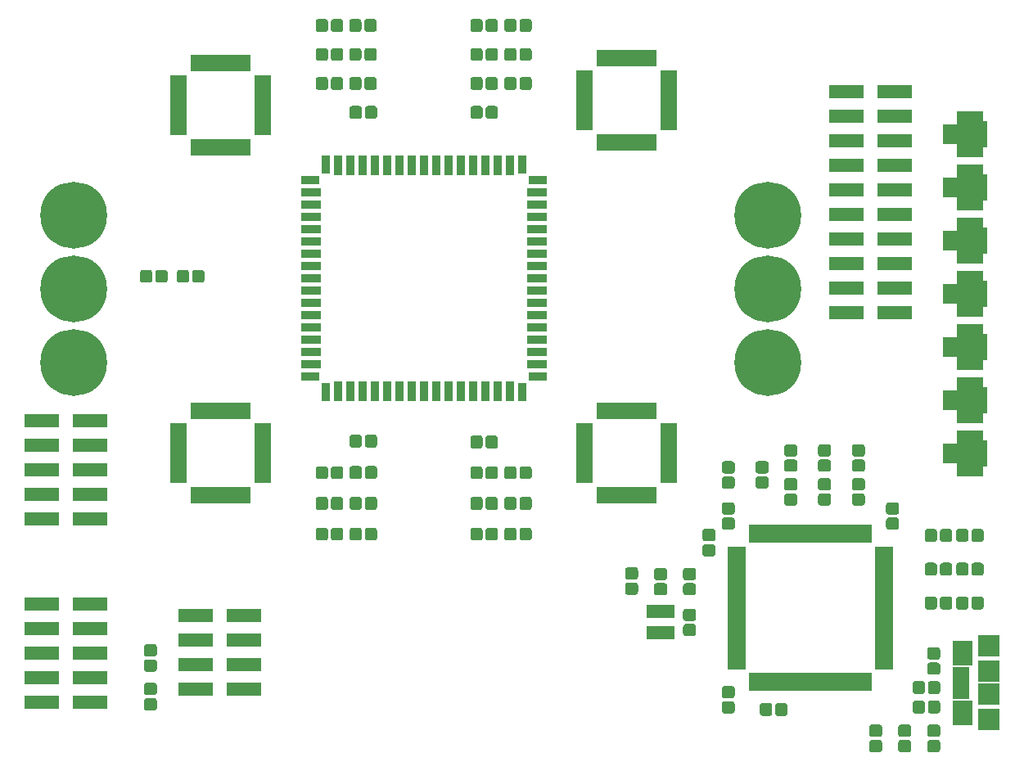
<source format=gbr>
G04 #@! TF.GenerationSoftware,KiCad,Pcbnew,(5.0.0-3-g5ebb6b6)*
G04 #@! TF.CreationDate,2020-03-04T16:44:46-05:00*
G04 #@! TF.ProjectId,Selection Interface,53656C656374696F6E20496E74657266,rev?*
G04 #@! TF.SameCoordinates,Original*
G04 #@! TF.FileFunction,Soldermask,Top*
G04 #@! TF.FilePolarity,Negative*
%FSLAX46Y46*%
G04 Gerber Fmt 4.6, Leading zero omitted, Abs format (unit mm)*
G04 Created by KiCad (PCBNEW (5.0.0-3-g5ebb6b6)) date Wednesday, March 04, 2020 at 04:44:46 PM*
%MOMM*%
%LPD*%
G01*
G04 APERTURE LIST*
%ADD10R,2.700000X1.400000*%
%ADD11R,2.100000X2.050000*%
%ADD12R,2.700000X2.700000*%
%ADD13C,6.902400*%
%ADD14C,0.100000*%
%ADD15C,1.275000*%
%ADD16R,0.700000X1.900000*%
%ADD17R,1.900000X0.700000*%
%ADD18R,2.300000X2.300000*%
%ADD19R,2.300000X2.200000*%
%ADD20R,2.000000X2.500000*%
%ADD21R,1.750000X0.800000*%
%ADD22R,1.840000X0.840000*%
%ADD23R,2.050000X0.840000*%
%ADD24R,0.840000X1.840000*%
%ADD25R,0.840000X2.050000*%
%ADD26R,1.700000X0.650000*%
%ADD27R,0.650000X1.700000*%
%ADD28R,3.550000X1.400000*%
%ADD29R,1.050000X1.460000*%
G04 APERTURE END LIST*
D10*
G04 #@! TO.C,IPEX2*
X256500000Y-119685000D03*
X256500000Y-116315000D03*
D11*
X254770000Y-118000000D03*
D12*
X256900000Y-118000000D03*
G04 #@! TD*
D13*
G04 #@! TO.C,MH1*
X163830000Y-93345000D03*
G04 #@! TD*
G04 #@! TO.C,MH2*
X163830000Y-100965000D03*
G04 #@! TD*
G04 #@! TO.C,MH3*
X163830000Y-108585000D03*
G04 #@! TD*
G04 #@! TO.C,MH5*
X235585000Y-100965000D03*
G04 #@! TD*
G04 #@! TO.C,MH6*
X235585000Y-108585000D03*
G04 #@! TD*
D14*
G04 #@! TO.C,C5*
G36*
X231887493Y-124651535D02*
X231918435Y-124656125D01*
X231948778Y-124663725D01*
X231978230Y-124674263D01*
X232006508Y-124687638D01*
X232033338Y-124703719D01*
X232058463Y-124722353D01*
X232081640Y-124743360D01*
X232102647Y-124766537D01*
X232121281Y-124791662D01*
X232137362Y-124818492D01*
X232150737Y-124846770D01*
X232161275Y-124876222D01*
X232168875Y-124906565D01*
X232173465Y-124937507D01*
X232175000Y-124968750D01*
X232175000Y-125606250D01*
X232173465Y-125637493D01*
X232168875Y-125668435D01*
X232161275Y-125698778D01*
X232150737Y-125728230D01*
X232137362Y-125756508D01*
X232121281Y-125783338D01*
X232102647Y-125808463D01*
X232081640Y-125831640D01*
X232058463Y-125852647D01*
X232033338Y-125871281D01*
X232006508Y-125887362D01*
X231978230Y-125900737D01*
X231948778Y-125911275D01*
X231918435Y-125918875D01*
X231887493Y-125923465D01*
X231856250Y-125925000D01*
X231143750Y-125925000D01*
X231112507Y-125923465D01*
X231081565Y-125918875D01*
X231051222Y-125911275D01*
X231021770Y-125900737D01*
X230993492Y-125887362D01*
X230966662Y-125871281D01*
X230941537Y-125852647D01*
X230918360Y-125831640D01*
X230897353Y-125808463D01*
X230878719Y-125783338D01*
X230862638Y-125756508D01*
X230849263Y-125728230D01*
X230838725Y-125698778D01*
X230831125Y-125668435D01*
X230826535Y-125637493D01*
X230825000Y-125606250D01*
X230825000Y-124968750D01*
X230826535Y-124937507D01*
X230831125Y-124906565D01*
X230838725Y-124876222D01*
X230849263Y-124846770D01*
X230862638Y-124818492D01*
X230878719Y-124791662D01*
X230897353Y-124766537D01*
X230918360Y-124743360D01*
X230941537Y-124722353D01*
X230966662Y-124703719D01*
X230993492Y-124687638D01*
X231021770Y-124674263D01*
X231051222Y-124663725D01*
X231081565Y-124656125D01*
X231112507Y-124651535D01*
X231143750Y-124650000D01*
X231856250Y-124650000D01*
X231887493Y-124651535D01*
X231887493Y-124651535D01*
G37*
D15*
X231500000Y-125287500D03*
D14*
G36*
X231887493Y-123076535D02*
X231918435Y-123081125D01*
X231948778Y-123088725D01*
X231978230Y-123099263D01*
X232006508Y-123112638D01*
X232033338Y-123128719D01*
X232058463Y-123147353D01*
X232081640Y-123168360D01*
X232102647Y-123191537D01*
X232121281Y-123216662D01*
X232137362Y-123243492D01*
X232150737Y-123271770D01*
X232161275Y-123301222D01*
X232168875Y-123331565D01*
X232173465Y-123362507D01*
X232175000Y-123393750D01*
X232175000Y-124031250D01*
X232173465Y-124062493D01*
X232168875Y-124093435D01*
X232161275Y-124123778D01*
X232150737Y-124153230D01*
X232137362Y-124181508D01*
X232121281Y-124208338D01*
X232102647Y-124233463D01*
X232081640Y-124256640D01*
X232058463Y-124277647D01*
X232033338Y-124296281D01*
X232006508Y-124312362D01*
X231978230Y-124325737D01*
X231948778Y-124336275D01*
X231918435Y-124343875D01*
X231887493Y-124348465D01*
X231856250Y-124350000D01*
X231143750Y-124350000D01*
X231112507Y-124348465D01*
X231081565Y-124343875D01*
X231051222Y-124336275D01*
X231021770Y-124325737D01*
X230993492Y-124312362D01*
X230966662Y-124296281D01*
X230941537Y-124277647D01*
X230918360Y-124256640D01*
X230897353Y-124233463D01*
X230878719Y-124208338D01*
X230862638Y-124181508D01*
X230849263Y-124153230D01*
X230838725Y-124123778D01*
X230831125Y-124093435D01*
X230826535Y-124062493D01*
X230825000Y-124031250D01*
X230825000Y-123393750D01*
X230826535Y-123362507D01*
X230831125Y-123331565D01*
X230838725Y-123301222D01*
X230849263Y-123271770D01*
X230862638Y-123243492D01*
X230878719Y-123216662D01*
X230897353Y-123191537D01*
X230918360Y-123168360D01*
X230941537Y-123147353D01*
X230966662Y-123128719D01*
X230993492Y-123112638D01*
X231021770Y-123099263D01*
X231051222Y-123088725D01*
X231081565Y-123081125D01*
X231112507Y-123076535D01*
X231143750Y-123075000D01*
X231856250Y-123075000D01*
X231887493Y-123076535D01*
X231887493Y-123076535D01*
G37*
D15*
X231500000Y-123712500D03*
G04 #@! TD*
D14*
G04 #@! TO.C,C6*
G36*
X248887493Y-123076535D02*
X248918435Y-123081125D01*
X248948778Y-123088725D01*
X248978230Y-123099263D01*
X249006508Y-123112638D01*
X249033338Y-123128719D01*
X249058463Y-123147353D01*
X249081640Y-123168360D01*
X249102647Y-123191537D01*
X249121281Y-123216662D01*
X249137362Y-123243492D01*
X249150737Y-123271770D01*
X249161275Y-123301222D01*
X249168875Y-123331565D01*
X249173465Y-123362507D01*
X249175000Y-123393750D01*
X249175000Y-124031250D01*
X249173465Y-124062493D01*
X249168875Y-124093435D01*
X249161275Y-124123778D01*
X249150737Y-124153230D01*
X249137362Y-124181508D01*
X249121281Y-124208338D01*
X249102647Y-124233463D01*
X249081640Y-124256640D01*
X249058463Y-124277647D01*
X249033338Y-124296281D01*
X249006508Y-124312362D01*
X248978230Y-124325737D01*
X248948778Y-124336275D01*
X248918435Y-124343875D01*
X248887493Y-124348465D01*
X248856250Y-124350000D01*
X248143750Y-124350000D01*
X248112507Y-124348465D01*
X248081565Y-124343875D01*
X248051222Y-124336275D01*
X248021770Y-124325737D01*
X247993492Y-124312362D01*
X247966662Y-124296281D01*
X247941537Y-124277647D01*
X247918360Y-124256640D01*
X247897353Y-124233463D01*
X247878719Y-124208338D01*
X247862638Y-124181508D01*
X247849263Y-124153230D01*
X247838725Y-124123778D01*
X247831125Y-124093435D01*
X247826535Y-124062493D01*
X247825000Y-124031250D01*
X247825000Y-123393750D01*
X247826535Y-123362507D01*
X247831125Y-123331565D01*
X247838725Y-123301222D01*
X247849263Y-123271770D01*
X247862638Y-123243492D01*
X247878719Y-123216662D01*
X247897353Y-123191537D01*
X247918360Y-123168360D01*
X247941537Y-123147353D01*
X247966662Y-123128719D01*
X247993492Y-123112638D01*
X248021770Y-123099263D01*
X248051222Y-123088725D01*
X248081565Y-123081125D01*
X248112507Y-123076535D01*
X248143750Y-123075000D01*
X248856250Y-123075000D01*
X248887493Y-123076535D01*
X248887493Y-123076535D01*
G37*
D15*
X248500000Y-123712500D03*
D14*
G36*
X248887493Y-124651535D02*
X248918435Y-124656125D01*
X248948778Y-124663725D01*
X248978230Y-124674263D01*
X249006508Y-124687638D01*
X249033338Y-124703719D01*
X249058463Y-124722353D01*
X249081640Y-124743360D01*
X249102647Y-124766537D01*
X249121281Y-124791662D01*
X249137362Y-124818492D01*
X249150737Y-124846770D01*
X249161275Y-124876222D01*
X249168875Y-124906565D01*
X249173465Y-124937507D01*
X249175000Y-124968750D01*
X249175000Y-125606250D01*
X249173465Y-125637493D01*
X249168875Y-125668435D01*
X249161275Y-125698778D01*
X249150737Y-125728230D01*
X249137362Y-125756508D01*
X249121281Y-125783338D01*
X249102647Y-125808463D01*
X249081640Y-125831640D01*
X249058463Y-125852647D01*
X249033338Y-125871281D01*
X249006508Y-125887362D01*
X248978230Y-125900737D01*
X248948778Y-125911275D01*
X248918435Y-125918875D01*
X248887493Y-125923465D01*
X248856250Y-125925000D01*
X248143750Y-125925000D01*
X248112507Y-125923465D01*
X248081565Y-125918875D01*
X248051222Y-125911275D01*
X248021770Y-125900737D01*
X247993492Y-125887362D01*
X247966662Y-125871281D01*
X247941537Y-125852647D01*
X247918360Y-125831640D01*
X247897353Y-125808463D01*
X247878719Y-125783338D01*
X247862638Y-125756508D01*
X247849263Y-125728230D01*
X247838725Y-125698778D01*
X247831125Y-125668435D01*
X247826535Y-125637493D01*
X247825000Y-125606250D01*
X247825000Y-124968750D01*
X247826535Y-124937507D01*
X247831125Y-124906565D01*
X247838725Y-124876222D01*
X247849263Y-124846770D01*
X247862638Y-124818492D01*
X247878719Y-124791662D01*
X247897353Y-124766537D01*
X247918360Y-124743360D01*
X247941537Y-124722353D01*
X247966662Y-124703719D01*
X247993492Y-124687638D01*
X248021770Y-124674263D01*
X248051222Y-124663725D01*
X248081565Y-124656125D01*
X248112507Y-124651535D01*
X248143750Y-124650000D01*
X248856250Y-124650000D01*
X248887493Y-124651535D01*
X248887493Y-124651535D01*
G37*
D15*
X248500000Y-125287500D03*
G04 #@! TD*
D14*
G04 #@! TO.C,C8*
G36*
X231887493Y-142076535D02*
X231918435Y-142081125D01*
X231948778Y-142088725D01*
X231978230Y-142099263D01*
X232006508Y-142112638D01*
X232033338Y-142128719D01*
X232058463Y-142147353D01*
X232081640Y-142168360D01*
X232102647Y-142191537D01*
X232121281Y-142216662D01*
X232137362Y-142243492D01*
X232150737Y-142271770D01*
X232161275Y-142301222D01*
X232168875Y-142331565D01*
X232173465Y-142362507D01*
X232175000Y-142393750D01*
X232175000Y-143031250D01*
X232173465Y-143062493D01*
X232168875Y-143093435D01*
X232161275Y-143123778D01*
X232150737Y-143153230D01*
X232137362Y-143181508D01*
X232121281Y-143208338D01*
X232102647Y-143233463D01*
X232081640Y-143256640D01*
X232058463Y-143277647D01*
X232033338Y-143296281D01*
X232006508Y-143312362D01*
X231978230Y-143325737D01*
X231948778Y-143336275D01*
X231918435Y-143343875D01*
X231887493Y-143348465D01*
X231856250Y-143350000D01*
X231143750Y-143350000D01*
X231112507Y-143348465D01*
X231081565Y-143343875D01*
X231051222Y-143336275D01*
X231021770Y-143325737D01*
X230993492Y-143312362D01*
X230966662Y-143296281D01*
X230941537Y-143277647D01*
X230918360Y-143256640D01*
X230897353Y-143233463D01*
X230878719Y-143208338D01*
X230862638Y-143181508D01*
X230849263Y-143153230D01*
X230838725Y-143123778D01*
X230831125Y-143093435D01*
X230826535Y-143062493D01*
X230825000Y-143031250D01*
X230825000Y-142393750D01*
X230826535Y-142362507D01*
X230831125Y-142331565D01*
X230838725Y-142301222D01*
X230849263Y-142271770D01*
X230862638Y-142243492D01*
X230878719Y-142216662D01*
X230897353Y-142191537D01*
X230918360Y-142168360D01*
X230941537Y-142147353D01*
X230966662Y-142128719D01*
X230993492Y-142112638D01*
X231021770Y-142099263D01*
X231051222Y-142088725D01*
X231081565Y-142081125D01*
X231112507Y-142076535D01*
X231143750Y-142075000D01*
X231856250Y-142075000D01*
X231887493Y-142076535D01*
X231887493Y-142076535D01*
G37*
D15*
X231500000Y-142712500D03*
D14*
G36*
X231887493Y-143651535D02*
X231918435Y-143656125D01*
X231948778Y-143663725D01*
X231978230Y-143674263D01*
X232006508Y-143687638D01*
X232033338Y-143703719D01*
X232058463Y-143722353D01*
X232081640Y-143743360D01*
X232102647Y-143766537D01*
X232121281Y-143791662D01*
X232137362Y-143818492D01*
X232150737Y-143846770D01*
X232161275Y-143876222D01*
X232168875Y-143906565D01*
X232173465Y-143937507D01*
X232175000Y-143968750D01*
X232175000Y-144606250D01*
X232173465Y-144637493D01*
X232168875Y-144668435D01*
X232161275Y-144698778D01*
X232150737Y-144728230D01*
X232137362Y-144756508D01*
X232121281Y-144783338D01*
X232102647Y-144808463D01*
X232081640Y-144831640D01*
X232058463Y-144852647D01*
X232033338Y-144871281D01*
X232006508Y-144887362D01*
X231978230Y-144900737D01*
X231948778Y-144911275D01*
X231918435Y-144918875D01*
X231887493Y-144923465D01*
X231856250Y-144925000D01*
X231143750Y-144925000D01*
X231112507Y-144923465D01*
X231081565Y-144918875D01*
X231051222Y-144911275D01*
X231021770Y-144900737D01*
X230993492Y-144887362D01*
X230966662Y-144871281D01*
X230941537Y-144852647D01*
X230918360Y-144831640D01*
X230897353Y-144808463D01*
X230878719Y-144783338D01*
X230862638Y-144756508D01*
X230849263Y-144728230D01*
X230838725Y-144698778D01*
X230831125Y-144668435D01*
X230826535Y-144637493D01*
X230825000Y-144606250D01*
X230825000Y-143968750D01*
X230826535Y-143937507D01*
X230831125Y-143906565D01*
X230838725Y-143876222D01*
X230849263Y-143846770D01*
X230862638Y-143818492D01*
X230878719Y-143791662D01*
X230897353Y-143766537D01*
X230918360Y-143743360D01*
X230941537Y-143722353D01*
X230966662Y-143703719D01*
X230993492Y-143687638D01*
X231021770Y-143674263D01*
X231051222Y-143663725D01*
X231081565Y-143656125D01*
X231112507Y-143651535D01*
X231143750Y-143650000D01*
X231856250Y-143650000D01*
X231887493Y-143651535D01*
X231887493Y-143651535D01*
G37*
D15*
X231500000Y-144287500D03*
G04 #@! TD*
D14*
G04 #@! TO.C,C9*
G36*
X252812493Y-132826535D02*
X252843435Y-132831125D01*
X252873778Y-132838725D01*
X252903230Y-132849263D01*
X252931508Y-132862638D01*
X252958338Y-132878719D01*
X252983463Y-132897353D01*
X253006640Y-132918360D01*
X253027647Y-132941537D01*
X253046281Y-132966662D01*
X253062362Y-132993492D01*
X253075737Y-133021770D01*
X253086275Y-133051222D01*
X253093875Y-133081565D01*
X253098465Y-133112507D01*
X253100000Y-133143750D01*
X253100000Y-133856250D01*
X253098465Y-133887493D01*
X253093875Y-133918435D01*
X253086275Y-133948778D01*
X253075737Y-133978230D01*
X253062362Y-134006508D01*
X253046281Y-134033338D01*
X253027647Y-134058463D01*
X253006640Y-134081640D01*
X252983463Y-134102647D01*
X252958338Y-134121281D01*
X252931508Y-134137362D01*
X252903230Y-134150737D01*
X252873778Y-134161275D01*
X252843435Y-134168875D01*
X252812493Y-134173465D01*
X252781250Y-134175000D01*
X252143750Y-134175000D01*
X252112507Y-134173465D01*
X252081565Y-134168875D01*
X252051222Y-134161275D01*
X252021770Y-134150737D01*
X251993492Y-134137362D01*
X251966662Y-134121281D01*
X251941537Y-134102647D01*
X251918360Y-134081640D01*
X251897353Y-134058463D01*
X251878719Y-134033338D01*
X251862638Y-134006508D01*
X251849263Y-133978230D01*
X251838725Y-133948778D01*
X251831125Y-133918435D01*
X251826535Y-133887493D01*
X251825000Y-133856250D01*
X251825000Y-133143750D01*
X251826535Y-133112507D01*
X251831125Y-133081565D01*
X251838725Y-133051222D01*
X251849263Y-133021770D01*
X251862638Y-132993492D01*
X251878719Y-132966662D01*
X251897353Y-132941537D01*
X251918360Y-132918360D01*
X251941537Y-132897353D01*
X251966662Y-132878719D01*
X251993492Y-132862638D01*
X252021770Y-132849263D01*
X252051222Y-132838725D01*
X252081565Y-132831125D01*
X252112507Y-132826535D01*
X252143750Y-132825000D01*
X252781250Y-132825000D01*
X252812493Y-132826535D01*
X252812493Y-132826535D01*
G37*
D15*
X252462500Y-133500000D03*
D14*
G36*
X254387493Y-132826535D02*
X254418435Y-132831125D01*
X254448778Y-132838725D01*
X254478230Y-132849263D01*
X254506508Y-132862638D01*
X254533338Y-132878719D01*
X254558463Y-132897353D01*
X254581640Y-132918360D01*
X254602647Y-132941537D01*
X254621281Y-132966662D01*
X254637362Y-132993492D01*
X254650737Y-133021770D01*
X254661275Y-133051222D01*
X254668875Y-133081565D01*
X254673465Y-133112507D01*
X254675000Y-133143750D01*
X254675000Y-133856250D01*
X254673465Y-133887493D01*
X254668875Y-133918435D01*
X254661275Y-133948778D01*
X254650737Y-133978230D01*
X254637362Y-134006508D01*
X254621281Y-134033338D01*
X254602647Y-134058463D01*
X254581640Y-134081640D01*
X254558463Y-134102647D01*
X254533338Y-134121281D01*
X254506508Y-134137362D01*
X254478230Y-134150737D01*
X254448778Y-134161275D01*
X254418435Y-134168875D01*
X254387493Y-134173465D01*
X254356250Y-134175000D01*
X253718750Y-134175000D01*
X253687507Y-134173465D01*
X253656565Y-134168875D01*
X253626222Y-134161275D01*
X253596770Y-134150737D01*
X253568492Y-134137362D01*
X253541662Y-134121281D01*
X253516537Y-134102647D01*
X253493360Y-134081640D01*
X253472353Y-134058463D01*
X253453719Y-134033338D01*
X253437638Y-134006508D01*
X253424263Y-133978230D01*
X253413725Y-133948778D01*
X253406125Y-133918435D01*
X253401535Y-133887493D01*
X253400000Y-133856250D01*
X253400000Y-133143750D01*
X253401535Y-133112507D01*
X253406125Y-133081565D01*
X253413725Y-133051222D01*
X253424263Y-133021770D01*
X253437638Y-132993492D01*
X253453719Y-132966662D01*
X253472353Y-132941537D01*
X253493360Y-132918360D01*
X253516537Y-132897353D01*
X253541662Y-132878719D01*
X253568492Y-132862638D01*
X253596770Y-132849263D01*
X253626222Y-132838725D01*
X253656565Y-132831125D01*
X253687507Y-132826535D01*
X253718750Y-132825000D01*
X254356250Y-132825000D01*
X254387493Y-132826535D01*
X254387493Y-132826535D01*
G37*
D15*
X254037500Y-133500000D03*
G04 #@! TD*
D14*
G04 #@! TO.C,C10*
G36*
X257637493Y-132826535D02*
X257668435Y-132831125D01*
X257698778Y-132838725D01*
X257728230Y-132849263D01*
X257756508Y-132862638D01*
X257783338Y-132878719D01*
X257808463Y-132897353D01*
X257831640Y-132918360D01*
X257852647Y-132941537D01*
X257871281Y-132966662D01*
X257887362Y-132993492D01*
X257900737Y-133021770D01*
X257911275Y-133051222D01*
X257918875Y-133081565D01*
X257923465Y-133112507D01*
X257925000Y-133143750D01*
X257925000Y-133856250D01*
X257923465Y-133887493D01*
X257918875Y-133918435D01*
X257911275Y-133948778D01*
X257900737Y-133978230D01*
X257887362Y-134006508D01*
X257871281Y-134033338D01*
X257852647Y-134058463D01*
X257831640Y-134081640D01*
X257808463Y-134102647D01*
X257783338Y-134121281D01*
X257756508Y-134137362D01*
X257728230Y-134150737D01*
X257698778Y-134161275D01*
X257668435Y-134168875D01*
X257637493Y-134173465D01*
X257606250Y-134175000D01*
X256968750Y-134175000D01*
X256937507Y-134173465D01*
X256906565Y-134168875D01*
X256876222Y-134161275D01*
X256846770Y-134150737D01*
X256818492Y-134137362D01*
X256791662Y-134121281D01*
X256766537Y-134102647D01*
X256743360Y-134081640D01*
X256722353Y-134058463D01*
X256703719Y-134033338D01*
X256687638Y-134006508D01*
X256674263Y-133978230D01*
X256663725Y-133948778D01*
X256656125Y-133918435D01*
X256651535Y-133887493D01*
X256650000Y-133856250D01*
X256650000Y-133143750D01*
X256651535Y-133112507D01*
X256656125Y-133081565D01*
X256663725Y-133051222D01*
X256674263Y-133021770D01*
X256687638Y-132993492D01*
X256703719Y-132966662D01*
X256722353Y-132941537D01*
X256743360Y-132918360D01*
X256766537Y-132897353D01*
X256791662Y-132878719D01*
X256818492Y-132862638D01*
X256846770Y-132849263D01*
X256876222Y-132838725D01*
X256906565Y-132831125D01*
X256937507Y-132826535D01*
X256968750Y-132825000D01*
X257606250Y-132825000D01*
X257637493Y-132826535D01*
X257637493Y-132826535D01*
G37*
D15*
X257287500Y-133500000D03*
D14*
G36*
X256062493Y-132826535D02*
X256093435Y-132831125D01*
X256123778Y-132838725D01*
X256153230Y-132849263D01*
X256181508Y-132862638D01*
X256208338Y-132878719D01*
X256233463Y-132897353D01*
X256256640Y-132918360D01*
X256277647Y-132941537D01*
X256296281Y-132966662D01*
X256312362Y-132993492D01*
X256325737Y-133021770D01*
X256336275Y-133051222D01*
X256343875Y-133081565D01*
X256348465Y-133112507D01*
X256350000Y-133143750D01*
X256350000Y-133856250D01*
X256348465Y-133887493D01*
X256343875Y-133918435D01*
X256336275Y-133948778D01*
X256325737Y-133978230D01*
X256312362Y-134006508D01*
X256296281Y-134033338D01*
X256277647Y-134058463D01*
X256256640Y-134081640D01*
X256233463Y-134102647D01*
X256208338Y-134121281D01*
X256181508Y-134137362D01*
X256153230Y-134150737D01*
X256123778Y-134161275D01*
X256093435Y-134168875D01*
X256062493Y-134173465D01*
X256031250Y-134175000D01*
X255393750Y-134175000D01*
X255362507Y-134173465D01*
X255331565Y-134168875D01*
X255301222Y-134161275D01*
X255271770Y-134150737D01*
X255243492Y-134137362D01*
X255216662Y-134121281D01*
X255191537Y-134102647D01*
X255168360Y-134081640D01*
X255147353Y-134058463D01*
X255128719Y-134033338D01*
X255112638Y-134006508D01*
X255099263Y-133978230D01*
X255088725Y-133948778D01*
X255081125Y-133918435D01*
X255076535Y-133887493D01*
X255075000Y-133856250D01*
X255075000Y-133143750D01*
X255076535Y-133112507D01*
X255081125Y-133081565D01*
X255088725Y-133051222D01*
X255099263Y-133021770D01*
X255112638Y-132993492D01*
X255128719Y-132966662D01*
X255147353Y-132941537D01*
X255168360Y-132918360D01*
X255191537Y-132897353D01*
X255216662Y-132878719D01*
X255243492Y-132862638D01*
X255271770Y-132849263D01*
X255301222Y-132838725D01*
X255331565Y-132831125D01*
X255362507Y-132826535D01*
X255393750Y-132825000D01*
X256031250Y-132825000D01*
X256062493Y-132826535D01*
X256062493Y-132826535D01*
G37*
D15*
X255712500Y-133500000D03*
G04 #@! TD*
D14*
G04 #@! TO.C,C11*
G36*
X254387493Y-129326535D02*
X254418435Y-129331125D01*
X254448778Y-129338725D01*
X254478230Y-129349263D01*
X254506508Y-129362638D01*
X254533338Y-129378719D01*
X254558463Y-129397353D01*
X254581640Y-129418360D01*
X254602647Y-129441537D01*
X254621281Y-129466662D01*
X254637362Y-129493492D01*
X254650737Y-129521770D01*
X254661275Y-129551222D01*
X254668875Y-129581565D01*
X254673465Y-129612507D01*
X254675000Y-129643750D01*
X254675000Y-130356250D01*
X254673465Y-130387493D01*
X254668875Y-130418435D01*
X254661275Y-130448778D01*
X254650737Y-130478230D01*
X254637362Y-130506508D01*
X254621281Y-130533338D01*
X254602647Y-130558463D01*
X254581640Y-130581640D01*
X254558463Y-130602647D01*
X254533338Y-130621281D01*
X254506508Y-130637362D01*
X254478230Y-130650737D01*
X254448778Y-130661275D01*
X254418435Y-130668875D01*
X254387493Y-130673465D01*
X254356250Y-130675000D01*
X253718750Y-130675000D01*
X253687507Y-130673465D01*
X253656565Y-130668875D01*
X253626222Y-130661275D01*
X253596770Y-130650737D01*
X253568492Y-130637362D01*
X253541662Y-130621281D01*
X253516537Y-130602647D01*
X253493360Y-130581640D01*
X253472353Y-130558463D01*
X253453719Y-130533338D01*
X253437638Y-130506508D01*
X253424263Y-130478230D01*
X253413725Y-130448778D01*
X253406125Y-130418435D01*
X253401535Y-130387493D01*
X253400000Y-130356250D01*
X253400000Y-129643750D01*
X253401535Y-129612507D01*
X253406125Y-129581565D01*
X253413725Y-129551222D01*
X253424263Y-129521770D01*
X253437638Y-129493492D01*
X253453719Y-129466662D01*
X253472353Y-129441537D01*
X253493360Y-129418360D01*
X253516537Y-129397353D01*
X253541662Y-129378719D01*
X253568492Y-129362638D01*
X253596770Y-129349263D01*
X253626222Y-129338725D01*
X253656565Y-129331125D01*
X253687507Y-129326535D01*
X253718750Y-129325000D01*
X254356250Y-129325000D01*
X254387493Y-129326535D01*
X254387493Y-129326535D01*
G37*
D15*
X254037500Y-130000000D03*
D14*
G36*
X252812493Y-129326535D02*
X252843435Y-129331125D01*
X252873778Y-129338725D01*
X252903230Y-129349263D01*
X252931508Y-129362638D01*
X252958338Y-129378719D01*
X252983463Y-129397353D01*
X253006640Y-129418360D01*
X253027647Y-129441537D01*
X253046281Y-129466662D01*
X253062362Y-129493492D01*
X253075737Y-129521770D01*
X253086275Y-129551222D01*
X253093875Y-129581565D01*
X253098465Y-129612507D01*
X253100000Y-129643750D01*
X253100000Y-130356250D01*
X253098465Y-130387493D01*
X253093875Y-130418435D01*
X253086275Y-130448778D01*
X253075737Y-130478230D01*
X253062362Y-130506508D01*
X253046281Y-130533338D01*
X253027647Y-130558463D01*
X253006640Y-130581640D01*
X252983463Y-130602647D01*
X252958338Y-130621281D01*
X252931508Y-130637362D01*
X252903230Y-130650737D01*
X252873778Y-130661275D01*
X252843435Y-130668875D01*
X252812493Y-130673465D01*
X252781250Y-130675000D01*
X252143750Y-130675000D01*
X252112507Y-130673465D01*
X252081565Y-130668875D01*
X252051222Y-130661275D01*
X252021770Y-130650737D01*
X251993492Y-130637362D01*
X251966662Y-130621281D01*
X251941537Y-130602647D01*
X251918360Y-130581640D01*
X251897353Y-130558463D01*
X251878719Y-130533338D01*
X251862638Y-130506508D01*
X251849263Y-130478230D01*
X251838725Y-130448778D01*
X251831125Y-130418435D01*
X251826535Y-130387493D01*
X251825000Y-130356250D01*
X251825000Y-129643750D01*
X251826535Y-129612507D01*
X251831125Y-129581565D01*
X251838725Y-129551222D01*
X251849263Y-129521770D01*
X251862638Y-129493492D01*
X251878719Y-129466662D01*
X251897353Y-129441537D01*
X251918360Y-129418360D01*
X251941537Y-129397353D01*
X251966662Y-129378719D01*
X251993492Y-129362638D01*
X252021770Y-129349263D01*
X252051222Y-129338725D01*
X252081565Y-129331125D01*
X252112507Y-129326535D01*
X252143750Y-129325000D01*
X252781250Y-129325000D01*
X252812493Y-129326535D01*
X252812493Y-129326535D01*
G37*
D15*
X252462500Y-130000000D03*
G04 #@! TD*
D14*
G04 #@! TO.C,C12*
G36*
X256062493Y-129326535D02*
X256093435Y-129331125D01*
X256123778Y-129338725D01*
X256153230Y-129349263D01*
X256181508Y-129362638D01*
X256208338Y-129378719D01*
X256233463Y-129397353D01*
X256256640Y-129418360D01*
X256277647Y-129441537D01*
X256296281Y-129466662D01*
X256312362Y-129493492D01*
X256325737Y-129521770D01*
X256336275Y-129551222D01*
X256343875Y-129581565D01*
X256348465Y-129612507D01*
X256350000Y-129643750D01*
X256350000Y-130356250D01*
X256348465Y-130387493D01*
X256343875Y-130418435D01*
X256336275Y-130448778D01*
X256325737Y-130478230D01*
X256312362Y-130506508D01*
X256296281Y-130533338D01*
X256277647Y-130558463D01*
X256256640Y-130581640D01*
X256233463Y-130602647D01*
X256208338Y-130621281D01*
X256181508Y-130637362D01*
X256153230Y-130650737D01*
X256123778Y-130661275D01*
X256093435Y-130668875D01*
X256062493Y-130673465D01*
X256031250Y-130675000D01*
X255393750Y-130675000D01*
X255362507Y-130673465D01*
X255331565Y-130668875D01*
X255301222Y-130661275D01*
X255271770Y-130650737D01*
X255243492Y-130637362D01*
X255216662Y-130621281D01*
X255191537Y-130602647D01*
X255168360Y-130581640D01*
X255147353Y-130558463D01*
X255128719Y-130533338D01*
X255112638Y-130506508D01*
X255099263Y-130478230D01*
X255088725Y-130448778D01*
X255081125Y-130418435D01*
X255076535Y-130387493D01*
X255075000Y-130356250D01*
X255075000Y-129643750D01*
X255076535Y-129612507D01*
X255081125Y-129581565D01*
X255088725Y-129551222D01*
X255099263Y-129521770D01*
X255112638Y-129493492D01*
X255128719Y-129466662D01*
X255147353Y-129441537D01*
X255168360Y-129418360D01*
X255191537Y-129397353D01*
X255216662Y-129378719D01*
X255243492Y-129362638D01*
X255271770Y-129349263D01*
X255301222Y-129338725D01*
X255331565Y-129331125D01*
X255362507Y-129326535D01*
X255393750Y-129325000D01*
X256031250Y-129325000D01*
X256062493Y-129326535D01*
X256062493Y-129326535D01*
G37*
D15*
X255712500Y-130000000D03*
D14*
G36*
X257637493Y-129326535D02*
X257668435Y-129331125D01*
X257698778Y-129338725D01*
X257728230Y-129349263D01*
X257756508Y-129362638D01*
X257783338Y-129378719D01*
X257808463Y-129397353D01*
X257831640Y-129418360D01*
X257852647Y-129441537D01*
X257871281Y-129466662D01*
X257887362Y-129493492D01*
X257900737Y-129521770D01*
X257911275Y-129551222D01*
X257918875Y-129581565D01*
X257923465Y-129612507D01*
X257925000Y-129643750D01*
X257925000Y-130356250D01*
X257923465Y-130387493D01*
X257918875Y-130418435D01*
X257911275Y-130448778D01*
X257900737Y-130478230D01*
X257887362Y-130506508D01*
X257871281Y-130533338D01*
X257852647Y-130558463D01*
X257831640Y-130581640D01*
X257808463Y-130602647D01*
X257783338Y-130621281D01*
X257756508Y-130637362D01*
X257728230Y-130650737D01*
X257698778Y-130661275D01*
X257668435Y-130668875D01*
X257637493Y-130673465D01*
X257606250Y-130675000D01*
X256968750Y-130675000D01*
X256937507Y-130673465D01*
X256906565Y-130668875D01*
X256876222Y-130661275D01*
X256846770Y-130650737D01*
X256818492Y-130637362D01*
X256791662Y-130621281D01*
X256766537Y-130602647D01*
X256743360Y-130581640D01*
X256722353Y-130558463D01*
X256703719Y-130533338D01*
X256687638Y-130506508D01*
X256674263Y-130478230D01*
X256663725Y-130448778D01*
X256656125Y-130418435D01*
X256651535Y-130387493D01*
X256650000Y-130356250D01*
X256650000Y-129643750D01*
X256651535Y-129612507D01*
X256656125Y-129581565D01*
X256663725Y-129551222D01*
X256674263Y-129521770D01*
X256687638Y-129493492D01*
X256703719Y-129466662D01*
X256722353Y-129441537D01*
X256743360Y-129418360D01*
X256766537Y-129397353D01*
X256791662Y-129378719D01*
X256818492Y-129362638D01*
X256846770Y-129349263D01*
X256876222Y-129338725D01*
X256906565Y-129331125D01*
X256937507Y-129326535D01*
X256968750Y-129325000D01*
X257606250Y-129325000D01*
X257637493Y-129326535D01*
X257637493Y-129326535D01*
G37*
D15*
X257287500Y-130000000D03*
G04 #@! TD*
D14*
G04 #@! TO.C,C13*
G36*
X252812493Y-125826535D02*
X252843435Y-125831125D01*
X252873778Y-125838725D01*
X252903230Y-125849263D01*
X252931508Y-125862638D01*
X252958338Y-125878719D01*
X252983463Y-125897353D01*
X253006640Y-125918360D01*
X253027647Y-125941537D01*
X253046281Y-125966662D01*
X253062362Y-125993492D01*
X253075737Y-126021770D01*
X253086275Y-126051222D01*
X253093875Y-126081565D01*
X253098465Y-126112507D01*
X253100000Y-126143750D01*
X253100000Y-126856250D01*
X253098465Y-126887493D01*
X253093875Y-126918435D01*
X253086275Y-126948778D01*
X253075737Y-126978230D01*
X253062362Y-127006508D01*
X253046281Y-127033338D01*
X253027647Y-127058463D01*
X253006640Y-127081640D01*
X252983463Y-127102647D01*
X252958338Y-127121281D01*
X252931508Y-127137362D01*
X252903230Y-127150737D01*
X252873778Y-127161275D01*
X252843435Y-127168875D01*
X252812493Y-127173465D01*
X252781250Y-127175000D01*
X252143750Y-127175000D01*
X252112507Y-127173465D01*
X252081565Y-127168875D01*
X252051222Y-127161275D01*
X252021770Y-127150737D01*
X251993492Y-127137362D01*
X251966662Y-127121281D01*
X251941537Y-127102647D01*
X251918360Y-127081640D01*
X251897353Y-127058463D01*
X251878719Y-127033338D01*
X251862638Y-127006508D01*
X251849263Y-126978230D01*
X251838725Y-126948778D01*
X251831125Y-126918435D01*
X251826535Y-126887493D01*
X251825000Y-126856250D01*
X251825000Y-126143750D01*
X251826535Y-126112507D01*
X251831125Y-126081565D01*
X251838725Y-126051222D01*
X251849263Y-126021770D01*
X251862638Y-125993492D01*
X251878719Y-125966662D01*
X251897353Y-125941537D01*
X251918360Y-125918360D01*
X251941537Y-125897353D01*
X251966662Y-125878719D01*
X251993492Y-125862638D01*
X252021770Y-125849263D01*
X252051222Y-125838725D01*
X252081565Y-125831125D01*
X252112507Y-125826535D01*
X252143750Y-125825000D01*
X252781250Y-125825000D01*
X252812493Y-125826535D01*
X252812493Y-125826535D01*
G37*
D15*
X252462500Y-126500000D03*
D14*
G36*
X254387493Y-125826535D02*
X254418435Y-125831125D01*
X254448778Y-125838725D01*
X254478230Y-125849263D01*
X254506508Y-125862638D01*
X254533338Y-125878719D01*
X254558463Y-125897353D01*
X254581640Y-125918360D01*
X254602647Y-125941537D01*
X254621281Y-125966662D01*
X254637362Y-125993492D01*
X254650737Y-126021770D01*
X254661275Y-126051222D01*
X254668875Y-126081565D01*
X254673465Y-126112507D01*
X254675000Y-126143750D01*
X254675000Y-126856250D01*
X254673465Y-126887493D01*
X254668875Y-126918435D01*
X254661275Y-126948778D01*
X254650737Y-126978230D01*
X254637362Y-127006508D01*
X254621281Y-127033338D01*
X254602647Y-127058463D01*
X254581640Y-127081640D01*
X254558463Y-127102647D01*
X254533338Y-127121281D01*
X254506508Y-127137362D01*
X254478230Y-127150737D01*
X254448778Y-127161275D01*
X254418435Y-127168875D01*
X254387493Y-127173465D01*
X254356250Y-127175000D01*
X253718750Y-127175000D01*
X253687507Y-127173465D01*
X253656565Y-127168875D01*
X253626222Y-127161275D01*
X253596770Y-127150737D01*
X253568492Y-127137362D01*
X253541662Y-127121281D01*
X253516537Y-127102647D01*
X253493360Y-127081640D01*
X253472353Y-127058463D01*
X253453719Y-127033338D01*
X253437638Y-127006508D01*
X253424263Y-126978230D01*
X253413725Y-126948778D01*
X253406125Y-126918435D01*
X253401535Y-126887493D01*
X253400000Y-126856250D01*
X253400000Y-126143750D01*
X253401535Y-126112507D01*
X253406125Y-126081565D01*
X253413725Y-126051222D01*
X253424263Y-126021770D01*
X253437638Y-125993492D01*
X253453719Y-125966662D01*
X253472353Y-125941537D01*
X253493360Y-125918360D01*
X253516537Y-125897353D01*
X253541662Y-125878719D01*
X253568492Y-125862638D01*
X253596770Y-125849263D01*
X253626222Y-125838725D01*
X253656565Y-125831125D01*
X253687507Y-125826535D01*
X253718750Y-125825000D01*
X254356250Y-125825000D01*
X254387493Y-125826535D01*
X254387493Y-125826535D01*
G37*
D15*
X254037500Y-126500000D03*
G04 #@! TD*
D14*
G04 #@! TO.C,C14*
G36*
X257637493Y-125826535D02*
X257668435Y-125831125D01*
X257698778Y-125838725D01*
X257728230Y-125849263D01*
X257756508Y-125862638D01*
X257783338Y-125878719D01*
X257808463Y-125897353D01*
X257831640Y-125918360D01*
X257852647Y-125941537D01*
X257871281Y-125966662D01*
X257887362Y-125993492D01*
X257900737Y-126021770D01*
X257911275Y-126051222D01*
X257918875Y-126081565D01*
X257923465Y-126112507D01*
X257925000Y-126143750D01*
X257925000Y-126856250D01*
X257923465Y-126887493D01*
X257918875Y-126918435D01*
X257911275Y-126948778D01*
X257900737Y-126978230D01*
X257887362Y-127006508D01*
X257871281Y-127033338D01*
X257852647Y-127058463D01*
X257831640Y-127081640D01*
X257808463Y-127102647D01*
X257783338Y-127121281D01*
X257756508Y-127137362D01*
X257728230Y-127150737D01*
X257698778Y-127161275D01*
X257668435Y-127168875D01*
X257637493Y-127173465D01*
X257606250Y-127175000D01*
X256968750Y-127175000D01*
X256937507Y-127173465D01*
X256906565Y-127168875D01*
X256876222Y-127161275D01*
X256846770Y-127150737D01*
X256818492Y-127137362D01*
X256791662Y-127121281D01*
X256766537Y-127102647D01*
X256743360Y-127081640D01*
X256722353Y-127058463D01*
X256703719Y-127033338D01*
X256687638Y-127006508D01*
X256674263Y-126978230D01*
X256663725Y-126948778D01*
X256656125Y-126918435D01*
X256651535Y-126887493D01*
X256650000Y-126856250D01*
X256650000Y-126143750D01*
X256651535Y-126112507D01*
X256656125Y-126081565D01*
X256663725Y-126051222D01*
X256674263Y-126021770D01*
X256687638Y-125993492D01*
X256703719Y-125966662D01*
X256722353Y-125941537D01*
X256743360Y-125918360D01*
X256766537Y-125897353D01*
X256791662Y-125878719D01*
X256818492Y-125862638D01*
X256846770Y-125849263D01*
X256876222Y-125838725D01*
X256906565Y-125831125D01*
X256937507Y-125826535D01*
X256968750Y-125825000D01*
X257606250Y-125825000D01*
X257637493Y-125826535D01*
X257637493Y-125826535D01*
G37*
D15*
X257287500Y-126500000D03*
D14*
G36*
X256062493Y-125826535D02*
X256093435Y-125831125D01*
X256123778Y-125838725D01*
X256153230Y-125849263D01*
X256181508Y-125862638D01*
X256208338Y-125878719D01*
X256233463Y-125897353D01*
X256256640Y-125918360D01*
X256277647Y-125941537D01*
X256296281Y-125966662D01*
X256312362Y-125993492D01*
X256325737Y-126021770D01*
X256336275Y-126051222D01*
X256343875Y-126081565D01*
X256348465Y-126112507D01*
X256350000Y-126143750D01*
X256350000Y-126856250D01*
X256348465Y-126887493D01*
X256343875Y-126918435D01*
X256336275Y-126948778D01*
X256325737Y-126978230D01*
X256312362Y-127006508D01*
X256296281Y-127033338D01*
X256277647Y-127058463D01*
X256256640Y-127081640D01*
X256233463Y-127102647D01*
X256208338Y-127121281D01*
X256181508Y-127137362D01*
X256153230Y-127150737D01*
X256123778Y-127161275D01*
X256093435Y-127168875D01*
X256062493Y-127173465D01*
X256031250Y-127175000D01*
X255393750Y-127175000D01*
X255362507Y-127173465D01*
X255331565Y-127168875D01*
X255301222Y-127161275D01*
X255271770Y-127150737D01*
X255243492Y-127137362D01*
X255216662Y-127121281D01*
X255191537Y-127102647D01*
X255168360Y-127081640D01*
X255147353Y-127058463D01*
X255128719Y-127033338D01*
X255112638Y-127006508D01*
X255099263Y-126978230D01*
X255088725Y-126948778D01*
X255081125Y-126918435D01*
X255076535Y-126887493D01*
X255075000Y-126856250D01*
X255075000Y-126143750D01*
X255076535Y-126112507D01*
X255081125Y-126081565D01*
X255088725Y-126051222D01*
X255099263Y-126021770D01*
X255112638Y-125993492D01*
X255128719Y-125966662D01*
X255147353Y-125941537D01*
X255168360Y-125918360D01*
X255191537Y-125897353D01*
X255216662Y-125878719D01*
X255243492Y-125862638D01*
X255271770Y-125849263D01*
X255301222Y-125838725D01*
X255331565Y-125831125D01*
X255362507Y-125826535D01*
X255393750Y-125825000D01*
X256031250Y-125825000D01*
X256062493Y-125826535D01*
X256062493Y-125826535D01*
G37*
D15*
X255712500Y-126500000D03*
G04 #@! TD*
D14*
G04 #@! TO.C,C15*
G36*
X253137493Y-147651535D02*
X253168435Y-147656125D01*
X253198778Y-147663725D01*
X253228230Y-147674263D01*
X253256508Y-147687638D01*
X253283338Y-147703719D01*
X253308463Y-147722353D01*
X253331640Y-147743360D01*
X253352647Y-147766537D01*
X253371281Y-147791662D01*
X253387362Y-147818492D01*
X253400737Y-147846770D01*
X253411275Y-147876222D01*
X253418875Y-147906565D01*
X253423465Y-147937507D01*
X253425000Y-147968750D01*
X253425000Y-148606250D01*
X253423465Y-148637493D01*
X253418875Y-148668435D01*
X253411275Y-148698778D01*
X253400737Y-148728230D01*
X253387362Y-148756508D01*
X253371281Y-148783338D01*
X253352647Y-148808463D01*
X253331640Y-148831640D01*
X253308463Y-148852647D01*
X253283338Y-148871281D01*
X253256508Y-148887362D01*
X253228230Y-148900737D01*
X253198778Y-148911275D01*
X253168435Y-148918875D01*
X253137493Y-148923465D01*
X253106250Y-148925000D01*
X252393750Y-148925000D01*
X252362507Y-148923465D01*
X252331565Y-148918875D01*
X252301222Y-148911275D01*
X252271770Y-148900737D01*
X252243492Y-148887362D01*
X252216662Y-148871281D01*
X252191537Y-148852647D01*
X252168360Y-148831640D01*
X252147353Y-148808463D01*
X252128719Y-148783338D01*
X252112638Y-148756508D01*
X252099263Y-148728230D01*
X252088725Y-148698778D01*
X252081125Y-148668435D01*
X252076535Y-148637493D01*
X252075000Y-148606250D01*
X252075000Y-147968750D01*
X252076535Y-147937507D01*
X252081125Y-147906565D01*
X252088725Y-147876222D01*
X252099263Y-147846770D01*
X252112638Y-147818492D01*
X252128719Y-147791662D01*
X252147353Y-147766537D01*
X252168360Y-147743360D01*
X252191537Y-147722353D01*
X252216662Y-147703719D01*
X252243492Y-147687638D01*
X252271770Y-147674263D01*
X252301222Y-147663725D01*
X252331565Y-147656125D01*
X252362507Y-147651535D01*
X252393750Y-147650000D01*
X253106250Y-147650000D01*
X253137493Y-147651535D01*
X253137493Y-147651535D01*
G37*
D15*
X252750000Y-148287500D03*
D14*
G36*
X253137493Y-146076535D02*
X253168435Y-146081125D01*
X253198778Y-146088725D01*
X253228230Y-146099263D01*
X253256508Y-146112638D01*
X253283338Y-146128719D01*
X253308463Y-146147353D01*
X253331640Y-146168360D01*
X253352647Y-146191537D01*
X253371281Y-146216662D01*
X253387362Y-146243492D01*
X253400737Y-146271770D01*
X253411275Y-146301222D01*
X253418875Y-146331565D01*
X253423465Y-146362507D01*
X253425000Y-146393750D01*
X253425000Y-147031250D01*
X253423465Y-147062493D01*
X253418875Y-147093435D01*
X253411275Y-147123778D01*
X253400737Y-147153230D01*
X253387362Y-147181508D01*
X253371281Y-147208338D01*
X253352647Y-147233463D01*
X253331640Y-147256640D01*
X253308463Y-147277647D01*
X253283338Y-147296281D01*
X253256508Y-147312362D01*
X253228230Y-147325737D01*
X253198778Y-147336275D01*
X253168435Y-147343875D01*
X253137493Y-147348465D01*
X253106250Y-147350000D01*
X252393750Y-147350000D01*
X252362507Y-147348465D01*
X252331565Y-147343875D01*
X252301222Y-147336275D01*
X252271770Y-147325737D01*
X252243492Y-147312362D01*
X252216662Y-147296281D01*
X252191537Y-147277647D01*
X252168360Y-147256640D01*
X252147353Y-147233463D01*
X252128719Y-147208338D01*
X252112638Y-147181508D01*
X252099263Y-147153230D01*
X252088725Y-147123778D01*
X252081125Y-147093435D01*
X252076535Y-147062493D01*
X252075000Y-147031250D01*
X252075000Y-146393750D01*
X252076535Y-146362507D01*
X252081125Y-146331565D01*
X252088725Y-146301222D01*
X252099263Y-146271770D01*
X252112638Y-146243492D01*
X252128719Y-146216662D01*
X252147353Y-146191537D01*
X252168360Y-146168360D01*
X252191537Y-146147353D01*
X252216662Y-146128719D01*
X252243492Y-146112638D01*
X252271770Y-146099263D01*
X252301222Y-146088725D01*
X252331565Y-146081125D01*
X252362507Y-146076535D01*
X252393750Y-146075000D01*
X253106250Y-146075000D01*
X253137493Y-146076535D01*
X253137493Y-146076535D01*
G37*
D15*
X252750000Y-146712500D03*
G04 #@! TD*
D14*
G04 #@! TO.C,C16*
G36*
X210887493Y-79076535D02*
X210918435Y-79081125D01*
X210948778Y-79088725D01*
X210978230Y-79099263D01*
X211006508Y-79112638D01*
X211033338Y-79128719D01*
X211058463Y-79147353D01*
X211081640Y-79168360D01*
X211102647Y-79191537D01*
X211121281Y-79216662D01*
X211137362Y-79243492D01*
X211150737Y-79271770D01*
X211161275Y-79301222D01*
X211168875Y-79331565D01*
X211173465Y-79362507D01*
X211175000Y-79393750D01*
X211175000Y-80106250D01*
X211173465Y-80137493D01*
X211168875Y-80168435D01*
X211161275Y-80198778D01*
X211150737Y-80228230D01*
X211137362Y-80256508D01*
X211121281Y-80283338D01*
X211102647Y-80308463D01*
X211081640Y-80331640D01*
X211058463Y-80352647D01*
X211033338Y-80371281D01*
X211006508Y-80387362D01*
X210978230Y-80400737D01*
X210948778Y-80411275D01*
X210918435Y-80418875D01*
X210887493Y-80423465D01*
X210856250Y-80425000D01*
X210218750Y-80425000D01*
X210187507Y-80423465D01*
X210156565Y-80418875D01*
X210126222Y-80411275D01*
X210096770Y-80400737D01*
X210068492Y-80387362D01*
X210041662Y-80371281D01*
X210016537Y-80352647D01*
X209993360Y-80331640D01*
X209972353Y-80308463D01*
X209953719Y-80283338D01*
X209937638Y-80256508D01*
X209924263Y-80228230D01*
X209913725Y-80198778D01*
X209906125Y-80168435D01*
X209901535Y-80137493D01*
X209900000Y-80106250D01*
X209900000Y-79393750D01*
X209901535Y-79362507D01*
X209906125Y-79331565D01*
X209913725Y-79301222D01*
X209924263Y-79271770D01*
X209937638Y-79243492D01*
X209953719Y-79216662D01*
X209972353Y-79191537D01*
X209993360Y-79168360D01*
X210016537Y-79147353D01*
X210041662Y-79128719D01*
X210068492Y-79112638D01*
X210096770Y-79099263D01*
X210126222Y-79088725D01*
X210156565Y-79081125D01*
X210187507Y-79076535D01*
X210218750Y-79075000D01*
X210856250Y-79075000D01*
X210887493Y-79076535D01*
X210887493Y-79076535D01*
G37*
D15*
X210537500Y-79750000D03*
D14*
G36*
X209312493Y-79076535D02*
X209343435Y-79081125D01*
X209373778Y-79088725D01*
X209403230Y-79099263D01*
X209431508Y-79112638D01*
X209458338Y-79128719D01*
X209483463Y-79147353D01*
X209506640Y-79168360D01*
X209527647Y-79191537D01*
X209546281Y-79216662D01*
X209562362Y-79243492D01*
X209575737Y-79271770D01*
X209586275Y-79301222D01*
X209593875Y-79331565D01*
X209598465Y-79362507D01*
X209600000Y-79393750D01*
X209600000Y-80106250D01*
X209598465Y-80137493D01*
X209593875Y-80168435D01*
X209586275Y-80198778D01*
X209575737Y-80228230D01*
X209562362Y-80256508D01*
X209546281Y-80283338D01*
X209527647Y-80308463D01*
X209506640Y-80331640D01*
X209483463Y-80352647D01*
X209458338Y-80371281D01*
X209431508Y-80387362D01*
X209403230Y-80400737D01*
X209373778Y-80411275D01*
X209343435Y-80418875D01*
X209312493Y-80423465D01*
X209281250Y-80425000D01*
X208643750Y-80425000D01*
X208612507Y-80423465D01*
X208581565Y-80418875D01*
X208551222Y-80411275D01*
X208521770Y-80400737D01*
X208493492Y-80387362D01*
X208466662Y-80371281D01*
X208441537Y-80352647D01*
X208418360Y-80331640D01*
X208397353Y-80308463D01*
X208378719Y-80283338D01*
X208362638Y-80256508D01*
X208349263Y-80228230D01*
X208338725Y-80198778D01*
X208331125Y-80168435D01*
X208326535Y-80137493D01*
X208325000Y-80106250D01*
X208325000Y-79393750D01*
X208326535Y-79362507D01*
X208331125Y-79331565D01*
X208338725Y-79301222D01*
X208349263Y-79271770D01*
X208362638Y-79243492D01*
X208378719Y-79216662D01*
X208397353Y-79191537D01*
X208418360Y-79168360D01*
X208441537Y-79147353D01*
X208466662Y-79128719D01*
X208493492Y-79112638D01*
X208521770Y-79099263D01*
X208551222Y-79088725D01*
X208581565Y-79081125D01*
X208612507Y-79076535D01*
X208643750Y-79075000D01*
X209281250Y-79075000D01*
X209312493Y-79076535D01*
X209312493Y-79076535D01*
G37*
D15*
X208962500Y-79750000D03*
G04 #@! TD*
D14*
G04 #@! TO.C,C18*
G36*
X205812493Y-79076535D02*
X205843435Y-79081125D01*
X205873778Y-79088725D01*
X205903230Y-79099263D01*
X205931508Y-79112638D01*
X205958338Y-79128719D01*
X205983463Y-79147353D01*
X206006640Y-79168360D01*
X206027647Y-79191537D01*
X206046281Y-79216662D01*
X206062362Y-79243492D01*
X206075737Y-79271770D01*
X206086275Y-79301222D01*
X206093875Y-79331565D01*
X206098465Y-79362507D01*
X206100000Y-79393750D01*
X206100000Y-80106250D01*
X206098465Y-80137493D01*
X206093875Y-80168435D01*
X206086275Y-80198778D01*
X206075737Y-80228230D01*
X206062362Y-80256508D01*
X206046281Y-80283338D01*
X206027647Y-80308463D01*
X206006640Y-80331640D01*
X205983463Y-80352647D01*
X205958338Y-80371281D01*
X205931508Y-80387362D01*
X205903230Y-80400737D01*
X205873778Y-80411275D01*
X205843435Y-80418875D01*
X205812493Y-80423465D01*
X205781250Y-80425000D01*
X205143750Y-80425000D01*
X205112507Y-80423465D01*
X205081565Y-80418875D01*
X205051222Y-80411275D01*
X205021770Y-80400737D01*
X204993492Y-80387362D01*
X204966662Y-80371281D01*
X204941537Y-80352647D01*
X204918360Y-80331640D01*
X204897353Y-80308463D01*
X204878719Y-80283338D01*
X204862638Y-80256508D01*
X204849263Y-80228230D01*
X204838725Y-80198778D01*
X204831125Y-80168435D01*
X204826535Y-80137493D01*
X204825000Y-80106250D01*
X204825000Y-79393750D01*
X204826535Y-79362507D01*
X204831125Y-79331565D01*
X204838725Y-79301222D01*
X204849263Y-79271770D01*
X204862638Y-79243492D01*
X204878719Y-79216662D01*
X204897353Y-79191537D01*
X204918360Y-79168360D01*
X204941537Y-79147353D01*
X204966662Y-79128719D01*
X204993492Y-79112638D01*
X205021770Y-79099263D01*
X205051222Y-79088725D01*
X205081565Y-79081125D01*
X205112507Y-79076535D01*
X205143750Y-79075000D01*
X205781250Y-79075000D01*
X205812493Y-79076535D01*
X205812493Y-79076535D01*
G37*
D15*
X205462500Y-79750000D03*
D14*
G36*
X207387493Y-79076535D02*
X207418435Y-79081125D01*
X207448778Y-79088725D01*
X207478230Y-79099263D01*
X207506508Y-79112638D01*
X207533338Y-79128719D01*
X207558463Y-79147353D01*
X207581640Y-79168360D01*
X207602647Y-79191537D01*
X207621281Y-79216662D01*
X207637362Y-79243492D01*
X207650737Y-79271770D01*
X207661275Y-79301222D01*
X207668875Y-79331565D01*
X207673465Y-79362507D01*
X207675000Y-79393750D01*
X207675000Y-80106250D01*
X207673465Y-80137493D01*
X207668875Y-80168435D01*
X207661275Y-80198778D01*
X207650737Y-80228230D01*
X207637362Y-80256508D01*
X207621281Y-80283338D01*
X207602647Y-80308463D01*
X207581640Y-80331640D01*
X207558463Y-80352647D01*
X207533338Y-80371281D01*
X207506508Y-80387362D01*
X207478230Y-80400737D01*
X207448778Y-80411275D01*
X207418435Y-80418875D01*
X207387493Y-80423465D01*
X207356250Y-80425000D01*
X206718750Y-80425000D01*
X206687507Y-80423465D01*
X206656565Y-80418875D01*
X206626222Y-80411275D01*
X206596770Y-80400737D01*
X206568492Y-80387362D01*
X206541662Y-80371281D01*
X206516537Y-80352647D01*
X206493360Y-80331640D01*
X206472353Y-80308463D01*
X206453719Y-80283338D01*
X206437638Y-80256508D01*
X206424263Y-80228230D01*
X206413725Y-80198778D01*
X206406125Y-80168435D01*
X206401535Y-80137493D01*
X206400000Y-80106250D01*
X206400000Y-79393750D01*
X206401535Y-79362507D01*
X206406125Y-79331565D01*
X206413725Y-79301222D01*
X206424263Y-79271770D01*
X206437638Y-79243492D01*
X206453719Y-79216662D01*
X206472353Y-79191537D01*
X206493360Y-79168360D01*
X206516537Y-79147353D01*
X206541662Y-79128719D01*
X206568492Y-79112638D01*
X206596770Y-79099263D01*
X206626222Y-79088725D01*
X206656565Y-79081125D01*
X206687507Y-79076535D01*
X206718750Y-79075000D01*
X207356250Y-79075000D01*
X207387493Y-79076535D01*
X207387493Y-79076535D01*
G37*
D15*
X207037500Y-79750000D03*
G04 #@! TD*
D14*
G04 #@! TO.C,C19*
G36*
X207387493Y-125691535D02*
X207418435Y-125696125D01*
X207448778Y-125703725D01*
X207478230Y-125714263D01*
X207506508Y-125727638D01*
X207533338Y-125743719D01*
X207558463Y-125762353D01*
X207581640Y-125783360D01*
X207602647Y-125806537D01*
X207621281Y-125831662D01*
X207637362Y-125858492D01*
X207650737Y-125886770D01*
X207661275Y-125916222D01*
X207668875Y-125946565D01*
X207673465Y-125977507D01*
X207675000Y-126008750D01*
X207675000Y-126721250D01*
X207673465Y-126752493D01*
X207668875Y-126783435D01*
X207661275Y-126813778D01*
X207650737Y-126843230D01*
X207637362Y-126871508D01*
X207621281Y-126898338D01*
X207602647Y-126923463D01*
X207581640Y-126946640D01*
X207558463Y-126967647D01*
X207533338Y-126986281D01*
X207506508Y-127002362D01*
X207478230Y-127015737D01*
X207448778Y-127026275D01*
X207418435Y-127033875D01*
X207387493Y-127038465D01*
X207356250Y-127040000D01*
X206718750Y-127040000D01*
X206687507Y-127038465D01*
X206656565Y-127033875D01*
X206626222Y-127026275D01*
X206596770Y-127015737D01*
X206568492Y-127002362D01*
X206541662Y-126986281D01*
X206516537Y-126967647D01*
X206493360Y-126946640D01*
X206472353Y-126923463D01*
X206453719Y-126898338D01*
X206437638Y-126871508D01*
X206424263Y-126843230D01*
X206413725Y-126813778D01*
X206406125Y-126783435D01*
X206401535Y-126752493D01*
X206400000Y-126721250D01*
X206400000Y-126008750D01*
X206401535Y-125977507D01*
X206406125Y-125946565D01*
X206413725Y-125916222D01*
X206424263Y-125886770D01*
X206437638Y-125858492D01*
X206453719Y-125831662D01*
X206472353Y-125806537D01*
X206493360Y-125783360D01*
X206516537Y-125762353D01*
X206541662Y-125743719D01*
X206568492Y-125727638D01*
X206596770Y-125714263D01*
X206626222Y-125703725D01*
X206656565Y-125696125D01*
X206687507Y-125691535D01*
X206718750Y-125690000D01*
X207356250Y-125690000D01*
X207387493Y-125691535D01*
X207387493Y-125691535D01*
G37*
D15*
X207037500Y-126365000D03*
D14*
G36*
X205812493Y-125691535D02*
X205843435Y-125696125D01*
X205873778Y-125703725D01*
X205903230Y-125714263D01*
X205931508Y-125727638D01*
X205958338Y-125743719D01*
X205983463Y-125762353D01*
X206006640Y-125783360D01*
X206027647Y-125806537D01*
X206046281Y-125831662D01*
X206062362Y-125858492D01*
X206075737Y-125886770D01*
X206086275Y-125916222D01*
X206093875Y-125946565D01*
X206098465Y-125977507D01*
X206100000Y-126008750D01*
X206100000Y-126721250D01*
X206098465Y-126752493D01*
X206093875Y-126783435D01*
X206086275Y-126813778D01*
X206075737Y-126843230D01*
X206062362Y-126871508D01*
X206046281Y-126898338D01*
X206027647Y-126923463D01*
X206006640Y-126946640D01*
X205983463Y-126967647D01*
X205958338Y-126986281D01*
X205931508Y-127002362D01*
X205903230Y-127015737D01*
X205873778Y-127026275D01*
X205843435Y-127033875D01*
X205812493Y-127038465D01*
X205781250Y-127040000D01*
X205143750Y-127040000D01*
X205112507Y-127038465D01*
X205081565Y-127033875D01*
X205051222Y-127026275D01*
X205021770Y-127015737D01*
X204993492Y-127002362D01*
X204966662Y-126986281D01*
X204941537Y-126967647D01*
X204918360Y-126946640D01*
X204897353Y-126923463D01*
X204878719Y-126898338D01*
X204862638Y-126871508D01*
X204849263Y-126843230D01*
X204838725Y-126813778D01*
X204831125Y-126783435D01*
X204826535Y-126752493D01*
X204825000Y-126721250D01*
X204825000Y-126008750D01*
X204826535Y-125977507D01*
X204831125Y-125946565D01*
X204838725Y-125916222D01*
X204849263Y-125886770D01*
X204862638Y-125858492D01*
X204878719Y-125831662D01*
X204897353Y-125806537D01*
X204918360Y-125783360D01*
X204941537Y-125762353D01*
X204966662Y-125743719D01*
X204993492Y-125727638D01*
X205021770Y-125714263D01*
X205051222Y-125703725D01*
X205081565Y-125696125D01*
X205112507Y-125691535D01*
X205143750Y-125690000D01*
X205781250Y-125690000D01*
X205812493Y-125691535D01*
X205812493Y-125691535D01*
G37*
D15*
X205462500Y-126365000D03*
G04 #@! TD*
D14*
G04 #@! TO.C,C21*
G36*
X210887493Y-125691535D02*
X210918435Y-125696125D01*
X210948778Y-125703725D01*
X210978230Y-125714263D01*
X211006508Y-125727638D01*
X211033338Y-125743719D01*
X211058463Y-125762353D01*
X211081640Y-125783360D01*
X211102647Y-125806537D01*
X211121281Y-125831662D01*
X211137362Y-125858492D01*
X211150737Y-125886770D01*
X211161275Y-125916222D01*
X211168875Y-125946565D01*
X211173465Y-125977507D01*
X211175000Y-126008750D01*
X211175000Y-126721250D01*
X211173465Y-126752493D01*
X211168875Y-126783435D01*
X211161275Y-126813778D01*
X211150737Y-126843230D01*
X211137362Y-126871508D01*
X211121281Y-126898338D01*
X211102647Y-126923463D01*
X211081640Y-126946640D01*
X211058463Y-126967647D01*
X211033338Y-126986281D01*
X211006508Y-127002362D01*
X210978230Y-127015737D01*
X210948778Y-127026275D01*
X210918435Y-127033875D01*
X210887493Y-127038465D01*
X210856250Y-127040000D01*
X210218750Y-127040000D01*
X210187507Y-127038465D01*
X210156565Y-127033875D01*
X210126222Y-127026275D01*
X210096770Y-127015737D01*
X210068492Y-127002362D01*
X210041662Y-126986281D01*
X210016537Y-126967647D01*
X209993360Y-126946640D01*
X209972353Y-126923463D01*
X209953719Y-126898338D01*
X209937638Y-126871508D01*
X209924263Y-126843230D01*
X209913725Y-126813778D01*
X209906125Y-126783435D01*
X209901535Y-126752493D01*
X209900000Y-126721250D01*
X209900000Y-126008750D01*
X209901535Y-125977507D01*
X209906125Y-125946565D01*
X209913725Y-125916222D01*
X209924263Y-125886770D01*
X209937638Y-125858492D01*
X209953719Y-125831662D01*
X209972353Y-125806537D01*
X209993360Y-125783360D01*
X210016537Y-125762353D01*
X210041662Y-125743719D01*
X210068492Y-125727638D01*
X210096770Y-125714263D01*
X210126222Y-125703725D01*
X210156565Y-125696125D01*
X210187507Y-125691535D01*
X210218750Y-125690000D01*
X210856250Y-125690000D01*
X210887493Y-125691535D01*
X210887493Y-125691535D01*
G37*
D15*
X210537500Y-126365000D03*
D14*
G36*
X209312493Y-125691535D02*
X209343435Y-125696125D01*
X209373778Y-125703725D01*
X209403230Y-125714263D01*
X209431508Y-125727638D01*
X209458338Y-125743719D01*
X209483463Y-125762353D01*
X209506640Y-125783360D01*
X209527647Y-125806537D01*
X209546281Y-125831662D01*
X209562362Y-125858492D01*
X209575737Y-125886770D01*
X209586275Y-125916222D01*
X209593875Y-125946565D01*
X209598465Y-125977507D01*
X209600000Y-126008750D01*
X209600000Y-126721250D01*
X209598465Y-126752493D01*
X209593875Y-126783435D01*
X209586275Y-126813778D01*
X209575737Y-126843230D01*
X209562362Y-126871508D01*
X209546281Y-126898338D01*
X209527647Y-126923463D01*
X209506640Y-126946640D01*
X209483463Y-126967647D01*
X209458338Y-126986281D01*
X209431508Y-127002362D01*
X209403230Y-127015737D01*
X209373778Y-127026275D01*
X209343435Y-127033875D01*
X209312493Y-127038465D01*
X209281250Y-127040000D01*
X208643750Y-127040000D01*
X208612507Y-127038465D01*
X208581565Y-127033875D01*
X208551222Y-127026275D01*
X208521770Y-127015737D01*
X208493492Y-127002362D01*
X208466662Y-126986281D01*
X208441537Y-126967647D01*
X208418360Y-126946640D01*
X208397353Y-126923463D01*
X208378719Y-126898338D01*
X208362638Y-126871508D01*
X208349263Y-126843230D01*
X208338725Y-126813778D01*
X208331125Y-126783435D01*
X208326535Y-126752493D01*
X208325000Y-126721250D01*
X208325000Y-126008750D01*
X208326535Y-125977507D01*
X208331125Y-125946565D01*
X208338725Y-125916222D01*
X208349263Y-125886770D01*
X208362638Y-125858492D01*
X208378719Y-125831662D01*
X208397353Y-125806537D01*
X208418360Y-125783360D01*
X208441537Y-125762353D01*
X208466662Y-125743719D01*
X208493492Y-125727638D01*
X208521770Y-125714263D01*
X208551222Y-125703725D01*
X208581565Y-125696125D01*
X208612507Y-125691535D01*
X208643750Y-125690000D01*
X209281250Y-125690000D01*
X209312493Y-125691535D01*
X209312493Y-125691535D01*
G37*
D15*
X208962500Y-126365000D03*
G04 #@! TD*
D14*
G04 #@! TO.C,C22*
G36*
X250137493Y-146076535D02*
X250168435Y-146081125D01*
X250198778Y-146088725D01*
X250228230Y-146099263D01*
X250256508Y-146112638D01*
X250283338Y-146128719D01*
X250308463Y-146147353D01*
X250331640Y-146168360D01*
X250352647Y-146191537D01*
X250371281Y-146216662D01*
X250387362Y-146243492D01*
X250400737Y-146271770D01*
X250411275Y-146301222D01*
X250418875Y-146331565D01*
X250423465Y-146362507D01*
X250425000Y-146393750D01*
X250425000Y-147031250D01*
X250423465Y-147062493D01*
X250418875Y-147093435D01*
X250411275Y-147123778D01*
X250400737Y-147153230D01*
X250387362Y-147181508D01*
X250371281Y-147208338D01*
X250352647Y-147233463D01*
X250331640Y-147256640D01*
X250308463Y-147277647D01*
X250283338Y-147296281D01*
X250256508Y-147312362D01*
X250228230Y-147325737D01*
X250198778Y-147336275D01*
X250168435Y-147343875D01*
X250137493Y-147348465D01*
X250106250Y-147350000D01*
X249393750Y-147350000D01*
X249362507Y-147348465D01*
X249331565Y-147343875D01*
X249301222Y-147336275D01*
X249271770Y-147325737D01*
X249243492Y-147312362D01*
X249216662Y-147296281D01*
X249191537Y-147277647D01*
X249168360Y-147256640D01*
X249147353Y-147233463D01*
X249128719Y-147208338D01*
X249112638Y-147181508D01*
X249099263Y-147153230D01*
X249088725Y-147123778D01*
X249081125Y-147093435D01*
X249076535Y-147062493D01*
X249075000Y-147031250D01*
X249075000Y-146393750D01*
X249076535Y-146362507D01*
X249081125Y-146331565D01*
X249088725Y-146301222D01*
X249099263Y-146271770D01*
X249112638Y-146243492D01*
X249128719Y-146216662D01*
X249147353Y-146191537D01*
X249168360Y-146168360D01*
X249191537Y-146147353D01*
X249216662Y-146128719D01*
X249243492Y-146112638D01*
X249271770Y-146099263D01*
X249301222Y-146088725D01*
X249331565Y-146081125D01*
X249362507Y-146076535D01*
X249393750Y-146075000D01*
X250106250Y-146075000D01*
X250137493Y-146076535D01*
X250137493Y-146076535D01*
G37*
D15*
X249750000Y-146712500D03*
D14*
G36*
X250137493Y-147651535D02*
X250168435Y-147656125D01*
X250198778Y-147663725D01*
X250228230Y-147674263D01*
X250256508Y-147687638D01*
X250283338Y-147703719D01*
X250308463Y-147722353D01*
X250331640Y-147743360D01*
X250352647Y-147766537D01*
X250371281Y-147791662D01*
X250387362Y-147818492D01*
X250400737Y-147846770D01*
X250411275Y-147876222D01*
X250418875Y-147906565D01*
X250423465Y-147937507D01*
X250425000Y-147968750D01*
X250425000Y-148606250D01*
X250423465Y-148637493D01*
X250418875Y-148668435D01*
X250411275Y-148698778D01*
X250400737Y-148728230D01*
X250387362Y-148756508D01*
X250371281Y-148783338D01*
X250352647Y-148808463D01*
X250331640Y-148831640D01*
X250308463Y-148852647D01*
X250283338Y-148871281D01*
X250256508Y-148887362D01*
X250228230Y-148900737D01*
X250198778Y-148911275D01*
X250168435Y-148918875D01*
X250137493Y-148923465D01*
X250106250Y-148925000D01*
X249393750Y-148925000D01*
X249362507Y-148923465D01*
X249331565Y-148918875D01*
X249301222Y-148911275D01*
X249271770Y-148900737D01*
X249243492Y-148887362D01*
X249216662Y-148871281D01*
X249191537Y-148852647D01*
X249168360Y-148831640D01*
X249147353Y-148808463D01*
X249128719Y-148783338D01*
X249112638Y-148756508D01*
X249099263Y-148728230D01*
X249088725Y-148698778D01*
X249081125Y-148668435D01*
X249076535Y-148637493D01*
X249075000Y-148606250D01*
X249075000Y-147968750D01*
X249076535Y-147937507D01*
X249081125Y-147906565D01*
X249088725Y-147876222D01*
X249099263Y-147846770D01*
X249112638Y-147818492D01*
X249128719Y-147791662D01*
X249147353Y-147766537D01*
X249168360Y-147743360D01*
X249191537Y-147722353D01*
X249216662Y-147703719D01*
X249243492Y-147687638D01*
X249271770Y-147674263D01*
X249301222Y-147663725D01*
X249331565Y-147656125D01*
X249362507Y-147651535D01*
X249393750Y-147650000D01*
X250106250Y-147650000D01*
X250137493Y-147651535D01*
X250137493Y-147651535D01*
G37*
D15*
X249750000Y-148287500D03*
G04 #@! TD*
D14*
G04 #@! TO.C,C23*
G36*
X209312493Y-76076535D02*
X209343435Y-76081125D01*
X209373778Y-76088725D01*
X209403230Y-76099263D01*
X209431508Y-76112638D01*
X209458338Y-76128719D01*
X209483463Y-76147353D01*
X209506640Y-76168360D01*
X209527647Y-76191537D01*
X209546281Y-76216662D01*
X209562362Y-76243492D01*
X209575737Y-76271770D01*
X209586275Y-76301222D01*
X209593875Y-76331565D01*
X209598465Y-76362507D01*
X209600000Y-76393750D01*
X209600000Y-77106250D01*
X209598465Y-77137493D01*
X209593875Y-77168435D01*
X209586275Y-77198778D01*
X209575737Y-77228230D01*
X209562362Y-77256508D01*
X209546281Y-77283338D01*
X209527647Y-77308463D01*
X209506640Y-77331640D01*
X209483463Y-77352647D01*
X209458338Y-77371281D01*
X209431508Y-77387362D01*
X209403230Y-77400737D01*
X209373778Y-77411275D01*
X209343435Y-77418875D01*
X209312493Y-77423465D01*
X209281250Y-77425000D01*
X208643750Y-77425000D01*
X208612507Y-77423465D01*
X208581565Y-77418875D01*
X208551222Y-77411275D01*
X208521770Y-77400737D01*
X208493492Y-77387362D01*
X208466662Y-77371281D01*
X208441537Y-77352647D01*
X208418360Y-77331640D01*
X208397353Y-77308463D01*
X208378719Y-77283338D01*
X208362638Y-77256508D01*
X208349263Y-77228230D01*
X208338725Y-77198778D01*
X208331125Y-77168435D01*
X208326535Y-77137493D01*
X208325000Y-77106250D01*
X208325000Y-76393750D01*
X208326535Y-76362507D01*
X208331125Y-76331565D01*
X208338725Y-76301222D01*
X208349263Y-76271770D01*
X208362638Y-76243492D01*
X208378719Y-76216662D01*
X208397353Y-76191537D01*
X208418360Y-76168360D01*
X208441537Y-76147353D01*
X208466662Y-76128719D01*
X208493492Y-76112638D01*
X208521770Y-76099263D01*
X208551222Y-76088725D01*
X208581565Y-76081125D01*
X208612507Y-76076535D01*
X208643750Y-76075000D01*
X209281250Y-76075000D01*
X209312493Y-76076535D01*
X209312493Y-76076535D01*
G37*
D15*
X208962500Y-76750000D03*
D14*
G36*
X210887493Y-76076535D02*
X210918435Y-76081125D01*
X210948778Y-76088725D01*
X210978230Y-76099263D01*
X211006508Y-76112638D01*
X211033338Y-76128719D01*
X211058463Y-76147353D01*
X211081640Y-76168360D01*
X211102647Y-76191537D01*
X211121281Y-76216662D01*
X211137362Y-76243492D01*
X211150737Y-76271770D01*
X211161275Y-76301222D01*
X211168875Y-76331565D01*
X211173465Y-76362507D01*
X211175000Y-76393750D01*
X211175000Y-77106250D01*
X211173465Y-77137493D01*
X211168875Y-77168435D01*
X211161275Y-77198778D01*
X211150737Y-77228230D01*
X211137362Y-77256508D01*
X211121281Y-77283338D01*
X211102647Y-77308463D01*
X211081640Y-77331640D01*
X211058463Y-77352647D01*
X211033338Y-77371281D01*
X211006508Y-77387362D01*
X210978230Y-77400737D01*
X210948778Y-77411275D01*
X210918435Y-77418875D01*
X210887493Y-77423465D01*
X210856250Y-77425000D01*
X210218750Y-77425000D01*
X210187507Y-77423465D01*
X210156565Y-77418875D01*
X210126222Y-77411275D01*
X210096770Y-77400737D01*
X210068492Y-77387362D01*
X210041662Y-77371281D01*
X210016537Y-77352647D01*
X209993360Y-77331640D01*
X209972353Y-77308463D01*
X209953719Y-77283338D01*
X209937638Y-77256508D01*
X209924263Y-77228230D01*
X209913725Y-77198778D01*
X209906125Y-77168435D01*
X209901535Y-77137493D01*
X209900000Y-77106250D01*
X209900000Y-76393750D01*
X209901535Y-76362507D01*
X209906125Y-76331565D01*
X209913725Y-76301222D01*
X209924263Y-76271770D01*
X209937638Y-76243492D01*
X209953719Y-76216662D01*
X209972353Y-76191537D01*
X209993360Y-76168360D01*
X210016537Y-76147353D01*
X210041662Y-76128719D01*
X210068492Y-76112638D01*
X210096770Y-76099263D01*
X210126222Y-76088725D01*
X210156565Y-76081125D01*
X210187507Y-76076535D01*
X210218750Y-76075000D01*
X210856250Y-76075000D01*
X210887493Y-76076535D01*
X210887493Y-76076535D01*
G37*
D15*
X210537500Y-76750000D03*
G04 #@! TD*
D14*
G04 #@! TO.C,C25*
G36*
X207387493Y-76076535D02*
X207418435Y-76081125D01*
X207448778Y-76088725D01*
X207478230Y-76099263D01*
X207506508Y-76112638D01*
X207533338Y-76128719D01*
X207558463Y-76147353D01*
X207581640Y-76168360D01*
X207602647Y-76191537D01*
X207621281Y-76216662D01*
X207637362Y-76243492D01*
X207650737Y-76271770D01*
X207661275Y-76301222D01*
X207668875Y-76331565D01*
X207673465Y-76362507D01*
X207675000Y-76393750D01*
X207675000Y-77106250D01*
X207673465Y-77137493D01*
X207668875Y-77168435D01*
X207661275Y-77198778D01*
X207650737Y-77228230D01*
X207637362Y-77256508D01*
X207621281Y-77283338D01*
X207602647Y-77308463D01*
X207581640Y-77331640D01*
X207558463Y-77352647D01*
X207533338Y-77371281D01*
X207506508Y-77387362D01*
X207478230Y-77400737D01*
X207448778Y-77411275D01*
X207418435Y-77418875D01*
X207387493Y-77423465D01*
X207356250Y-77425000D01*
X206718750Y-77425000D01*
X206687507Y-77423465D01*
X206656565Y-77418875D01*
X206626222Y-77411275D01*
X206596770Y-77400737D01*
X206568492Y-77387362D01*
X206541662Y-77371281D01*
X206516537Y-77352647D01*
X206493360Y-77331640D01*
X206472353Y-77308463D01*
X206453719Y-77283338D01*
X206437638Y-77256508D01*
X206424263Y-77228230D01*
X206413725Y-77198778D01*
X206406125Y-77168435D01*
X206401535Y-77137493D01*
X206400000Y-77106250D01*
X206400000Y-76393750D01*
X206401535Y-76362507D01*
X206406125Y-76331565D01*
X206413725Y-76301222D01*
X206424263Y-76271770D01*
X206437638Y-76243492D01*
X206453719Y-76216662D01*
X206472353Y-76191537D01*
X206493360Y-76168360D01*
X206516537Y-76147353D01*
X206541662Y-76128719D01*
X206568492Y-76112638D01*
X206596770Y-76099263D01*
X206626222Y-76088725D01*
X206656565Y-76081125D01*
X206687507Y-76076535D01*
X206718750Y-76075000D01*
X207356250Y-76075000D01*
X207387493Y-76076535D01*
X207387493Y-76076535D01*
G37*
D15*
X207037500Y-76750000D03*
D14*
G36*
X205812493Y-76076535D02*
X205843435Y-76081125D01*
X205873778Y-76088725D01*
X205903230Y-76099263D01*
X205931508Y-76112638D01*
X205958338Y-76128719D01*
X205983463Y-76147353D01*
X206006640Y-76168360D01*
X206027647Y-76191537D01*
X206046281Y-76216662D01*
X206062362Y-76243492D01*
X206075737Y-76271770D01*
X206086275Y-76301222D01*
X206093875Y-76331565D01*
X206098465Y-76362507D01*
X206100000Y-76393750D01*
X206100000Y-77106250D01*
X206098465Y-77137493D01*
X206093875Y-77168435D01*
X206086275Y-77198778D01*
X206075737Y-77228230D01*
X206062362Y-77256508D01*
X206046281Y-77283338D01*
X206027647Y-77308463D01*
X206006640Y-77331640D01*
X205983463Y-77352647D01*
X205958338Y-77371281D01*
X205931508Y-77387362D01*
X205903230Y-77400737D01*
X205873778Y-77411275D01*
X205843435Y-77418875D01*
X205812493Y-77423465D01*
X205781250Y-77425000D01*
X205143750Y-77425000D01*
X205112507Y-77423465D01*
X205081565Y-77418875D01*
X205051222Y-77411275D01*
X205021770Y-77400737D01*
X204993492Y-77387362D01*
X204966662Y-77371281D01*
X204941537Y-77352647D01*
X204918360Y-77331640D01*
X204897353Y-77308463D01*
X204878719Y-77283338D01*
X204862638Y-77256508D01*
X204849263Y-77228230D01*
X204838725Y-77198778D01*
X204831125Y-77168435D01*
X204826535Y-77137493D01*
X204825000Y-77106250D01*
X204825000Y-76393750D01*
X204826535Y-76362507D01*
X204831125Y-76331565D01*
X204838725Y-76301222D01*
X204849263Y-76271770D01*
X204862638Y-76243492D01*
X204878719Y-76216662D01*
X204897353Y-76191537D01*
X204918360Y-76168360D01*
X204941537Y-76147353D01*
X204966662Y-76128719D01*
X204993492Y-76112638D01*
X205021770Y-76099263D01*
X205051222Y-76088725D01*
X205081565Y-76081125D01*
X205112507Y-76076535D01*
X205143750Y-76075000D01*
X205781250Y-76075000D01*
X205812493Y-76076535D01*
X205812493Y-76076535D01*
G37*
D15*
X205462500Y-76750000D03*
G04 #@! TD*
D14*
G04 #@! TO.C,C26*
G36*
X205812493Y-122516535D02*
X205843435Y-122521125D01*
X205873778Y-122528725D01*
X205903230Y-122539263D01*
X205931508Y-122552638D01*
X205958338Y-122568719D01*
X205983463Y-122587353D01*
X206006640Y-122608360D01*
X206027647Y-122631537D01*
X206046281Y-122656662D01*
X206062362Y-122683492D01*
X206075737Y-122711770D01*
X206086275Y-122741222D01*
X206093875Y-122771565D01*
X206098465Y-122802507D01*
X206100000Y-122833750D01*
X206100000Y-123546250D01*
X206098465Y-123577493D01*
X206093875Y-123608435D01*
X206086275Y-123638778D01*
X206075737Y-123668230D01*
X206062362Y-123696508D01*
X206046281Y-123723338D01*
X206027647Y-123748463D01*
X206006640Y-123771640D01*
X205983463Y-123792647D01*
X205958338Y-123811281D01*
X205931508Y-123827362D01*
X205903230Y-123840737D01*
X205873778Y-123851275D01*
X205843435Y-123858875D01*
X205812493Y-123863465D01*
X205781250Y-123865000D01*
X205143750Y-123865000D01*
X205112507Y-123863465D01*
X205081565Y-123858875D01*
X205051222Y-123851275D01*
X205021770Y-123840737D01*
X204993492Y-123827362D01*
X204966662Y-123811281D01*
X204941537Y-123792647D01*
X204918360Y-123771640D01*
X204897353Y-123748463D01*
X204878719Y-123723338D01*
X204862638Y-123696508D01*
X204849263Y-123668230D01*
X204838725Y-123638778D01*
X204831125Y-123608435D01*
X204826535Y-123577493D01*
X204825000Y-123546250D01*
X204825000Y-122833750D01*
X204826535Y-122802507D01*
X204831125Y-122771565D01*
X204838725Y-122741222D01*
X204849263Y-122711770D01*
X204862638Y-122683492D01*
X204878719Y-122656662D01*
X204897353Y-122631537D01*
X204918360Y-122608360D01*
X204941537Y-122587353D01*
X204966662Y-122568719D01*
X204993492Y-122552638D01*
X205021770Y-122539263D01*
X205051222Y-122528725D01*
X205081565Y-122521125D01*
X205112507Y-122516535D01*
X205143750Y-122515000D01*
X205781250Y-122515000D01*
X205812493Y-122516535D01*
X205812493Y-122516535D01*
G37*
D15*
X205462500Y-123190000D03*
D14*
G36*
X207387493Y-122516535D02*
X207418435Y-122521125D01*
X207448778Y-122528725D01*
X207478230Y-122539263D01*
X207506508Y-122552638D01*
X207533338Y-122568719D01*
X207558463Y-122587353D01*
X207581640Y-122608360D01*
X207602647Y-122631537D01*
X207621281Y-122656662D01*
X207637362Y-122683492D01*
X207650737Y-122711770D01*
X207661275Y-122741222D01*
X207668875Y-122771565D01*
X207673465Y-122802507D01*
X207675000Y-122833750D01*
X207675000Y-123546250D01*
X207673465Y-123577493D01*
X207668875Y-123608435D01*
X207661275Y-123638778D01*
X207650737Y-123668230D01*
X207637362Y-123696508D01*
X207621281Y-123723338D01*
X207602647Y-123748463D01*
X207581640Y-123771640D01*
X207558463Y-123792647D01*
X207533338Y-123811281D01*
X207506508Y-123827362D01*
X207478230Y-123840737D01*
X207448778Y-123851275D01*
X207418435Y-123858875D01*
X207387493Y-123863465D01*
X207356250Y-123865000D01*
X206718750Y-123865000D01*
X206687507Y-123863465D01*
X206656565Y-123858875D01*
X206626222Y-123851275D01*
X206596770Y-123840737D01*
X206568492Y-123827362D01*
X206541662Y-123811281D01*
X206516537Y-123792647D01*
X206493360Y-123771640D01*
X206472353Y-123748463D01*
X206453719Y-123723338D01*
X206437638Y-123696508D01*
X206424263Y-123668230D01*
X206413725Y-123638778D01*
X206406125Y-123608435D01*
X206401535Y-123577493D01*
X206400000Y-123546250D01*
X206400000Y-122833750D01*
X206401535Y-122802507D01*
X206406125Y-122771565D01*
X206413725Y-122741222D01*
X206424263Y-122711770D01*
X206437638Y-122683492D01*
X206453719Y-122656662D01*
X206472353Y-122631537D01*
X206493360Y-122608360D01*
X206516537Y-122587353D01*
X206541662Y-122568719D01*
X206568492Y-122552638D01*
X206596770Y-122539263D01*
X206626222Y-122528725D01*
X206656565Y-122521125D01*
X206687507Y-122516535D01*
X206718750Y-122515000D01*
X207356250Y-122515000D01*
X207387493Y-122516535D01*
X207387493Y-122516535D01*
G37*
D15*
X207037500Y-123190000D03*
G04 #@! TD*
D14*
G04 #@! TO.C,C28*
G36*
X209312493Y-122516535D02*
X209343435Y-122521125D01*
X209373778Y-122528725D01*
X209403230Y-122539263D01*
X209431508Y-122552638D01*
X209458338Y-122568719D01*
X209483463Y-122587353D01*
X209506640Y-122608360D01*
X209527647Y-122631537D01*
X209546281Y-122656662D01*
X209562362Y-122683492D01*
X209575737Y-122711770D01*
X209586275Y-122741222D01*
X209593875Y-122771565D01*
X209598465Y-122802507D01*
X209600000Y-122833750D01*
X209600000Y-123546250D01*
X209598465Y-123577493D01*
X209593875Y-123608435D01*
X209586275Y-123638778D01*
X209575737Y-123668230D01*
X209562362Y-123696508D01*
X209546281Y-123723338D01*
X209527647Y-123748463D01*
X209506640Y-123771640D01*
X209483463Y-123792647D01*
X209458338Y-123811281D01*
X209431508Y-123827362D01*
X209403230Y-123840737D01*
X209373778Y-123851275D01*
X209343435Y-123858875D01*
X209312493Y-123863465D01*
X209281250Y-123865000D01*
X208643750Y-123865000D01*
X208612507Y-123863465D01*
X208581565Y-123858875D01*
X208551222Y-123851275D01*
X208521770Y-123840737D01*
X208493492Y-123827362D01*
X208466662Y-123811281D01*
X208441537Y-123792647D01*
X208418360Y-123771640D01*
X208397353Y-123748463D01*
X208378719Y-123723338D01*
X208362638Y-123696508D01*
X208349263Y-123668230D01*
X208338725Y-123638778D01*
X208331125Y-123608435D01*
X208326535Y-123577493D01*
X208325000Y-123546250D01*
X208325000Y-122833750D01*
X208326535Y-122802507D01*
X208331125Y-122771565D01*
X208338725Y-122741222D01*
X208349263Y-122711770D01*
X208362638Y-122683492D01*
X208378719Y-122656662D01*
X208397353Y-122631537D01*
X208418360Y-122608360D01*
X208441537Y-122587353D01*
X208466662Y-122568719D01*
X208493492Y-122552638D01*
X208521770Y-122539263D01*
X208551222Y-122528725D01*
X208581565Y-122521125D01*
X208612507Y-122516535D01*
X208643750Y-122515000D01*
X209281250Y-122515000D01*
X209312493Y-122516535D01*
X209312493Y-122516535D01*
G37*
D15*
X208962500Y-123190000D03*
D14*
G36*
X210887493Y-122516535D02*
X210918435Y-122521125D01*
X210948778Y-122528725D01*
X210978230Y-122539263D01*
X211006508Y-122552638D01*
X211033338Y-122568719D01*
X211058463Y-122587353D01*
X211081640Y-122608360D01*
X211102647Y-122631537D01*
X211121281Y-122656662D01*
X211137362Y-122683492D01*
X211150737Y-122711770D01*
X211161275Y-122741222D01*
X211168875Y-122771565D01*
X211173465Y-122802507D01*
X211175000Y-122833750D01*
X211175000Y-123546250D01*
X211173465Y-123577493D01*
X211168875Y-123608435D01*
X211161275Y-123638778D01*
X211150737Y-123668230D01*
X211137362Y-123696508D01*
X211121281Y-123723338D01*
X211102647Y-123748463D01*
X211081640Y-123771640D01*
X211058463Y-123792647D01*
X211033338Y-123811281D01*
X211006508Y-123827362D01*
X210978230Y-123840737D01*
X210948778Y-123851275D01*
X210918435Y-123858875D01*
X210887493Y-123863465D01*
X210856250Y-123865000D01*
X210218750Y-123865000D01*
X210187507Y-123863465D01*
X210156565Y-123858875D01*
X210126222Y-123851275D01*
X210096770Y-123840737D01*
X210068492Y-123827362D01*
X210041662Y-123811281D01*
X210016537Y-123792647D01*
X209993360Y-123771640D01*
X209972353Y-123748463D01*
X209953719Y-123723338D01*
X209937638Y-123696508D01*
X209924263Y-123668230D01*
X209913725Y-123638778D01*
X209906125Y-123608435D01*
X209901535Y-123577493D01*
X209900000Y-123546250D01*
X209900000Y-122833750D01*
X209901535Y-122802507D01*
X209906125Y-122771565D01*
X209913725Y-122741222D01*
X209924263Y-122711770D01*
X209937638Y-122683492D01*
X209953719Y-122656662D01*
X209972353Y-122631537D01*
X209993360Y-122608360D01*
X210016537Y-122587353D01*
X210041662Y-122568719D01*
X210068492Y-122552638D01*
X210096770Y-122539263D01*
X210126222Y-122528725D01*
X210156565Y-122521125D01*
X210187507Y-122516535D01*
X210218750Y-122515000D01*
X210856250Y-122515000D01*
X210887493Y-122516535D01*
X210887493Y-122516535D01*
G37*
D15*
X210537500Y-123190000D03*
G04 #@! TD*
D14*
G04 #@! TO.C,C29*
G36*
X247137493Y-147651535D02*
X247168435Y-147656125D01*
X247198778Y-147663725D01*
X247228230Y-147674263D01*
X247256508Y-147687638D01*
X247283338Y-147703719D01*
X247308463Y-147722353D01*
X247331640Y-147743360D01*
X247352647Y-147766537D01*
X247371281Y-147791662D01*
X247387362Y-147818492D01*
X247400737Y-147846770D01*
X247411275Y-147876222D01*
X247418875Y-147906565D01*
X247423465Y-147937507D01*
X247425000Y-147968750D01*
X247425000Y-148606250D01*
X247423465Y-148637493D01*
X247418875Y-148668435D01*
X247411275Y-148698778D01*
X247400737Y-148728230D01*
X247387362Y-148756508D01*
X247371281Y-148783338D01*
X247352647Y-148808463D01*
X247331640Y-148831640D01*
X247308463Y-148852647D01*
X247283338Y-148871281D01*
X247256508Y-148887362D01*
X247228230Y-148900737D01*
X247198778Y-148911275D01*
X247168435Y-148918875D01*
X247137493Y-148923465D01*
X247106250Y-148925000D01*
X246393750Y-148925000D01*
X246362507Y-148923465D01*
X246331565Y-148918875D01*
X246301222Y-148911275D01*
X246271770Y-148900737D01*
X246243492Y-148887362D01*
X246216662Y-148871281D01*
X246191537Y-148852647D01*
X246168360Y-148831640D01*
X246147353Y-148808463D01*
X246128719Y-148783338D01*
X246112638Y-148756508D01*
X246099263Y-148728230D01*
X246088725Y-148698778D01*
X246081125Y-148668435D01*
X246076535Y-148637493D01*
X246075000Y-148606250D01*
X246075000Y-147968750D01*
X246076535Y-147937507D01*
X246081125Y-147906565D01*
X246088725Y-147876222D01*
X246099263Y-147846770D01*
X246112638Y-147818492D01*
X246128719Y-147791662D01*
X246147353Y-147766537D01*
X246168360Y-147743360D01*
X246191537Y-147722353D01*
X246216662Y-147703719D01*
X246243492Y-147687638D01*
X246271770Y-147674263D01*
X246301222Y-147663725D01*
X246331565Y-147656125D01*
X246362507Y-147651535D01*
X246393750Y-147650000D01*
X247106250Y-147650000D01*
X247137493Y-147651535D01*
X247137493Y-147651535D01*
G37*
D15*
X246750000Y-148287500D03*
D14*
G36*
X247137493Y-146076535D02*
X247168435Y-146081125D01*
X247198778Y-146088725D01*
X247228230Y-146099263D01*
X247256508Y-146112638D01*
X247283338Y-146128719D01*
X247308463Y-146147353D01*
X247331640Y-146168360D01*
X247352647Y-146191537D01*
X247371281Y-146216662D01*
X247387362Y-146243492D01*
X247400737Y-146271770D01*
X247411275Y-146301222D01*
X247418875Y-146331565D01*
X247423465Y-146362507D01*
X247425000Y-146393750D01*
X247425000Y-147031250D01*
X247423465Y-147062493D01*
X247418875Y-147093435D01*
X247411275Y-147123778D01*
X247400737Y-147153230D01*
X247387362Y-147181508D01*
X247371281Y-147208338D01*
X247352647Y-147233463D01*
X247331640Y-147256640D01*
X247308463Y-147277647D01*
X247283338Y-147296281D01*
X247256508Y-147312362D01*
X247228230Y-147325737D01*
X247198778Y-147336275D01*
X247168435Y-147343875D01*
X247137493Y-147348465D01*
X247106250Y-147350000D01*
X246393750Y-147350000D01*
X246362507Y-147348465D01*
X246331565Y-147343875D01*
X246301222Y-147336275D01*
X246271770Y-147325737D01*
X246243492Y-147312362D01*
X246216662Y-147296281D01*
X246191537Y-147277647D01*
X246168360Y-147256640D01*
X246147353Y-147233463D01*
X246128719Y-147208338D01*
X246112638Y-147181508D01*
X246099263Y-147153230D01*
X246088725Y-147123778D01*
X246081125Y-147093435D01*
X246076535Y-147062493D01*
X246075000Y-147031250D01*
X246075000Y-146393750D01*
X246076535Y-146362507D01*
X246081125Y-146331565D01*
X246088725Y-146301222D01*
X246099263Y-146271770D01*
X246112638Y-146243492D01*
X246128719Y-146216662D01*
X246147353Y-146191537D01*
X246168360Y-146168360D01*
X246191537Y-146147353D01*
X246216662Y-146128719D01*
X246243492Y-146112638D01*
X246271770Y-146099263D01*
X246301222Y-146088725D01*
X246331565Y-146081125D01*
X246362507Y-146076535D01*
X246393750Y-146075000D01*
X247106250Y-146075000D01*
X247137493Y-146076535D01*
X247137493Y-146076535D01*
G37*
D15*
X246750000Y-146712500D03*
G04 #@! TD*
D14*
G04 #@! TO.C,C30*
G36*
X210887493Y-73076535D02*
X210918435Y-73081125D01*
X210948778Y-73088725D01*
X210978230Y-73099263D01*
X211006508Y-73112638D01*
X211033338Y-73128719D01*
X211058463Y-73147353D01*
X211081640Y-73168360D01*
X211102647Y-73191537D01*
X211121281Y-73216662D01*
X211137362Y-73243492D01*
X211150737Y-73271770D01*
X211161275Y-73301222D01*
X211168875Y-73331565D01*
X211173465Y-73362507D01*
X211175000Y-73393750D01*
X211175000Y-74106250D01*
X211173465Y-74137493D01*
X211168875Y-74168435D01*
X211161275Y-74198778D01*
X211150737Y-74228230D01*
X211137362Y-74256508D01*
X211121281Y-74283338D01*
X211102647Y-74308463D01*
X211081640Y-74331640D01*
X211058463Y-74352647D01*
X211033338Y-74371281D01*
X211006508Y-74387362D01*
X210978230Y-74400737D01*
X210948778Y-74411275D01*
X210918435Y-74418875D01*
X210887493Y-74423465D01*
X210856250Y-74425000D01*
X210218750Y-74425000D01*
X210187507Y-74423465D01*
X210156565Y-74418875D01*
X210126222Y-74411275D01*
X210096770Y-74400737D01*
X210068492Y-74387362D01*
X210041662Y-74371281D01*
X210016537Y-74352647D01*
X209993360Y-74331640D01*
X209972353Y-74308463D01*
X209953719Y-74283338D01*
X209937638Y-74256508D01*
X209924263Y-74228230D01*
X209913725Y-74198778D01*
X209906125Y-74168435D01*
X209901535Y-74137493D01*
X209900000Y-74106250D01*
X209900000Y-73393750D01*
X209901535Y-73362507D01*
X209906125Y-73331565D01*
X209913725Y-73301222D01*
X209924263Y-73271770D01*
X209937638Y-73243492D01*
X209953719Y-73216662D01*
X209972353Y-73191537D01*
X209993360Y-73168360D01*
X210016537Y-73147353D01*
X210041662Y-73128719D01*
X210068492Y-73112638D01*
X210096770Y-73099263D01*
X210126222Y-73088725D01*
X210156565Y-73081125D01*
X210187507Y-73076535D01*
X210218750Y-73075000D01*
X210856250Y-73075000D01*
X210887493Y-73076535D01*
X210887493Y-73076535D01*
G37*
D15*
X210537500Y-73750000D03*
D14*
G36*
X209312493Y-73076535D02*
X209343435Y-73081125D01*
X209373778Y-73088725D01*
X209403230Y-73099263D01*
X209431508Y-73112638D01*
X209458338Y-73128719D01*
X209483463Y-73147353D01*
X209506640Y-73168360D01*
X209527647Y-73191537D01*
X209546281Y-73216662D01*
X209562362Y-73243492D01*
X209575737Y-73271770D01*
X209586275Y-73301222D01*
X209593875Y-73331565D01*
X209598465Y-73362507D01*
X209600000Y-73393750D01*
X209600000Y-74106250D01*
X209598465Y-74137493D01*
X209593875Y-74168435D01*
X209586275Y-74198778D01*
X209575737Y-74228230D01*
X209562362Y-74256508D01*
X209546281Y-74283338D01*
X209527647Y-74308463D01*
X209506640Y-74331640D01*
X209483463Y-74352647D01*
X209458338Y-74371281D01*
X209431508Y-74387362D01*
X209403230Y-74400737D01*
X209373778Y-74411275D01*
X209343435Y-74418875D01*
X209312493Y-74423465D01*
X209281250Y-74425000D01*
X208643750Y-74425000D01*
X208612507Y-74423465D01*
X208581565Y-74418875D01*
X208551222Y-74411275D01*
X208521770Y-74400737D01*
X208493492Y-74387362D01*
X208466662Y-74371281D01*
X208441537Y-74352647D01*
X208418360Y-74331640D01*
X208397353Y-74308463D01*
X208378719Y-74283338D01*
X208362638Y-74256508D01*
X208349263Y-74228230D01*
X208338725Y-74198778D01*
X208331125Y-74168435D01*
X208326535Y-74137493D01*
X208325000Y-74106250D01*
X208325000Y-73393750D01*
X208326535Y-73362507D01*
X208331125Y-73331565D01*
X208338725Y-73301222D01*
X208349263Y-73271770D01*
X208362638Y-73243492D01*
X208378719Y-73216662D01*
X208397353Y-73191537D01*
X208418360Y-73168360D01*
X208441537Y-73147353D01*
X208466662Y-73128719D01*
X208493492Y-73112638D01*
X208521770Y-73099263D01*
X208551222Y-73088725D01*
X208581565Y-73081125D01*
X208612507Y-73076535D01*
X208643750Y-73075000D01*
X209281250Y-73075000D01*
X209312493Y-73076535D01*
X209312493Y-73076535D01*
G37*
D15*
X208962500Y-73750000D03*
G04 #@! TD*
D14*
G04 #@! TO.C,C32*
G36*
X207387493Y-73076535D02*
X207418435Y-73081125D01*
X207448778Y-73088725D01*
X207478230Y-73099263D01*
X207506508Y-73112638D01*
X207533338Y-73128719D01*
X207558463Y-73147353D01*
X207581640Y-73168360D01*
X207602647Y-73191537D01*
X207621281Y-73216662D01*
X207637362Y-73243492D01*
X207650737Y-73271770D01*
X207661275Y-73301222D01*
X207668875Y-73331565D01*
X207673465Y-73362507D01*
X207675000Y-73393750D01*
X207675000Y-74106250D01*
X207673465Y-74137493D01*
X207668875Y-74168435D01*
X207661275Y-74198778D01*
X207650737Y-74228230D01*
X207637362Y-74256508D01*
X207621281Y-74283338D01*
X207602647Y-74308463D01*
X207581640Y-74331640D01*
X207558463Y-74352647D01*
X207533338Y-74371281D01*
X207506508Y-74387362D01*
X207478230Y-74400737D01*
X207448778Y-74411275D01*
X207418435Y-74418875D01*
X207387493Y-74423465D01*
X207356250Y-74425000D01*
X206718750Y-74425000D01*
X206687507Y-74423465D01*
X206656565Y-74418875D01*
X206626222Y-74411275D01*
X206596770Y-74400737D01*
X206568492Y-74387362D01*
X206541662Y-74371281D01*
X206516537Y-74352647D01*
X206493360Y-74331640D01*
X206472353Y-74308463D01*
X206453719Y-74283338D01*
X206437638Y-74256508D01*
X206424263Y-74228230D01*
X206413725Y-74198778D01*
X206406125Y-74168435D01*
X206401535Y-74137493D01*
X206400000Y-74106250D01*
X206400000Y-73393750D01*
X206401535Y-73362507D01*
X206406125Y-73331565D01*
X206413725Y-73301222D01*
X206424263Y-73271770D01*
X206437638Y-73243492D01*
X206453719Y-73216662D01*
X206472353Y-73191537D01*
X206493360Y-73168360D01*
X206516537Y-73147353D01*
X206541662Y-73128719D01*
X206568492Y-73112638D01*
X206596770Y-73099263D01*
X206626222Y-73088725D01*
X206656565Y-73081125D01*
X206687507Y-73076535D01*
X206718750Y-73075000D01*
X207356250Y-73075000D01*
X207387493Y-73076535D01*
X207387493Y-73076535D01*
G37*
D15*
X207037500Y-73750000D03*
D14*
G36*
X205812493Y-73076535D02*
X205843435Y-73081125D01*
X205873778Y-73088725D01*
X205903230Y-73099263D01*
X205931508Y-73112638D01*
X205958338Y-73128719D01*
X205983463Y-73147353D01*
X206006640Y-73168360D01*
X206027647Y-73191537D01*
X206046281Y-73216662D01*
X206062362Y-73243492D01*
X206075737Y-73271770D01*
X206086275Y-73301222D01*
X206093875Y-73331565D01*
X206098465Y-73362507D01*
X206100000Y-73393750D01*
X206100000Y-74106250D01*
X206098465Y-74137493D01*
X206093875Y-74168435D01*
X206086275Y-74198778D01*
X206075737Y-74228230D01*
X206062362Y-74256508D01*
X206046281Y-74283338D01*
X206027647Y-74308463D01*
X206006640Y-74331640D01*
X205983463Y-74352647D01*
X205958338Y-74371281D01*
X205931508Y-74387362D01*
X205903230Y-74400737D01*
X205873778Y-74411275D01*
X205843435Y-74418875D01*
X205812493Y-74423465D01*
X205781250Y-74425000D01*
X205143750Y-74425000D01*
X205112507Y-74423465D01*
X205081565Y-74418875D01*
X205051222Y-74411275D01*
X205021770Y-74400737D01*
X204993492Y-74387362D01*
X204966662Y-74371281D01*
X204941537Y-74352647D01*
X204918360Y-74331640D01*
X204897353Y-74308463D01*
X204878719Y-74283338D01*
X204862638Y-74256508D01*
X204849263Y-74228230D01*
X204838725Y-74198778D01*
X204831125Y-74168435D01*
X204826535Y-74137493D01*
X204825000Y-74106250D01*
X204825000Y-73393750D01*
X204826535Y-73362507D01*
X204831125Y-73331565D01*
X204838725Y-73301222D01*
X204849263Y-73271770D01*
X204862638Y-73243492D01*
X204878719Y-73216662D01*
X204897353Y-73191537D01*
X204918360Y-73168360D01*
X204941537Y-73147353D01*
X204966662Y-73128719D01*
X204993492Y-73112638D01*
X205021770Y-73099263D01*
X205051222Y-73088725D01*
X205081565Y-73081125D01*
X205112507Y-73076535D01*
X205143750Y-73075000D01*
X205781250Y-73075000D01*
X205812493Y-73076535D01*
X205812493Y-73076535D01*
G37*
D15*
X205462500Y-73750000D03*
G04 #@! TD*
D14*
G04 #@! TO.C,C33*
G36*
X207387493Y-119341535D02*
X207418435Y-119346125D01*
X207448778Y-119353725D01*
X207478230Y-119364263D01*
X207506508Y-119377638D01*
X207533338Y-119393719D01*
X207558463Y-119412353D01*
X207581640Y-119433360D01*
X207602647Y-119456537D01*
X207621281Y-119481662D01*
X207637362Y-119508492D01*
X207650737Y-119536770D01*
X207661275Y-119566222D01*
X207668875Y-119596565D01*
X207673465Y-119627507D01*
X207675000Y-119658750D01*
X207675000Y-120371250D01*
X207673465Y-120402493D01*
X207668875Y-120433435D01*
X207661275Y-120463778D01*
X207650737Y-120493230D01*
X207637362Y-120521508D01*
X207621281Y-120548338D01*
X207602647Y-120573463D01*
X207581640Y-120596640D01*
X207558463Y-120617647D01*
X207533338Y-120636281D01*
X207506508Y-120652362D01*
X207478230Y-120665737D01*
X207448778Y-120676275D01*
X207418435Y-120683875D01*
X207387493Y-120688465D01*
X207356250Y-120690000D01*
X206718750Y-120690000D01*
X206687507Y-120688465D01*
X206656565Y-120683875D01*
X206626222Y-120676275D01*
X206596770Y-120665737D01*
X206568492Y-120652362D01*
X206541662Y-120636281D01*
X206516537Y-120617647D01*
X206493360Y-120596640D01*
X206472353Y-120573463D01*
X206453719Y-120548338D01*
X206437638Y-120521508D01*
X206424263Y-120493230D01*
X206413725Y-120463778D01*
X206406125Y-120433435D01*
X206401535Y-120402493D01*
X206400000Y-120371250D01*
X206400000Y-119658750D01*
X206401535Y-119627507D01*
X206406125Y-119596565D01*
X206413725Y-119566222D01*
X206424263Y-119536770D01*
X206437638Y-119508492D01*
X206453719Y-119481662D01*
X206472353Y-119456537D01*
X206493360Y-119433360D01*
X206516537Y-119412353D01*
X206541662Y-119393719D01*
X206568492Y-119377638D01*
X206596770Y-119364263D01*
X206626222Y-119353725D01*
X206656565Y-119346125D01*
X206687507Y-119341535D01*
X206718750Y-119340000D01*
X207356250Y-119340000D01*
X207387493Y-119341535D01*
X207387493Y-119341535D01*
G37*
D15*
X207037500Y-120015000D03*
D14*
G36*
X205812493Y-119341535D02*
X205843435Y-119346125D01*
X205873778Y-119353725D01*
X205903230Y-119364263D01*
X205931508Y-119377638D01*
X205958338Y-119393719D01*
X205983463Y-119412353D01*
X206006640Y-119433360D01*
X206027647Y-119456537D01*
X206046281Y-119481662D01*
X206062362Y-119508492D01*
X206075737Y-119536770D01*
X206086275Y-119566222D01*
X206093875Y-119596565D01*
X206098465Y-119627507D01*
X206100000Y-119658750D01*
X206100000Y-120371250D01*
X206098465Y-120402493D01*
X206093875Y-120433435D01*
X206086275Y-120463778D01*
X206075737Y-120493230D01*
X206062362Y-120521508D01*
X206046281Y-120548338D01*
X206027647Y-120573463D01*
X206006640Y-120596640D01*
X205983463Y-120617647D01*
X205958338Y-120636281D01*
X205931508Y-120652362D01*
X205903230Y-120665737D01*
X205873778Y-120676275D01*
X205843435Y-120683875D01*
X205812493Y-120688465D01*
X205781250Y-120690000D01*
X205143750Y-120690000D01*
X205112507Y-120688465D01*
X205081565Y-120683875D01*
X205051222Y-120676275D01*
X205021770Y-120665737D01*
X204993492Y-120652362D01*
X204966662Y-120636281D01*
X204941537Y-120617647D01*
X204918360Y-120596640D01*
X204897353Y-120573463D01*
X204878719Y-120548338D01*
X204862638Y-120521508D01*
X204849263Y-120493230D01*
X204838725Y-120463778D01*
X204831125Y-120433435D01*
X204826535Y-120402493D01*
X204825000Y-120371250D01*
X204825000Y-119658750D01*
X204826535Y-119627507D01*
X204831125Y-119596565D01*
X204838725Y-119566222D01*
X204849263Y-119536770D01*
X204862638Y-119508492D01*
X204878719Y-119481662D01*
X204897353Y-119456537D01*
X204918360Y-119433360D01*
X204941537Y-119412353D01*
X204966662Y-119393719D01*
X204993492Y-119377638D01*
X205021770Y-119364263D01*
X205051222Y-119353725D01*
X205081565Y-119346125D01*
X205112507Y-119341535D01*
X205143750Y-119340000D01*
X205781250Y-119340000D01*
X205812493Y-119341535D01*
X205812493Y-119341535D01*
G37*
D15*
X205462500Y-120015000D03*
G04 #@! TD*
D14*
G04 #@! TO.C,C35*
G36*
X210887493Y-119341535D02*
X210918435Y-119346125D01*
X210948778Y-119353725D01*
X210978230Y-119364263D01*
X211006508Y-119377638D01*
X211033338Y-119393719D01*
X211058463Y-119412353D01*
X211081640Y-119433360D01*
X211102647Y-119456537D01*
X211121281Y-119481662D01*
X211137362Y-119508492D01*
X211150737Y-119536770D01*
X211161275Y-119566222D01*
X211168875Y-119596565D01*
X211173465Y-119627507D01*
X211175000Y-119658750D01*
X211175000Y-120371250D01*
X211173465Y-120402493D01*
X211168875Y-120433435D01*
X211161275Y-120463778D01*
X211150737Y-120493230D01*
X211137362Y-120521508D01*
X211121281Y-120548338D01*
X211102647Y-120573463D01*
X211081640Y-120596640D01*
X211058463Y-120617647D01*
X211033338Y-120636281D01*
X211006508Y-120652362D01*
X210978230Y-120665737D01*
X210948778Y-120676275D01*
X210918435Y-120683875D01*
X210887493Y-120688465D01*
X210856250Y-120690000D01*
X210218750Y-120690000D01*
X210187507Y-120688465D01*
X210156565Y-120683875D01*
X210126222Y-120676275D01*
X210096770Y-120665737D01*
X210068492Y-120652362D01*
X210041662Y-120636281D01*
X210016537Y-120617647D01*
X209993360Y-120596640D01*
X209972353Y-120573463D01*
X209953719Y-120548338D01*
X209937638Y-120521508D01*
X209924263Y-120493230D01*
X209913725Y-120463778D01*
X209906125Y-120433435D01*
X209901535Y-120402493D01*
X209900000Y-120371250D01*
X209900000Y-119658750D01*
X209901535Y-119627507D01*
X209906125Y-119596565D01*
X209913725Y-119566222D01*
X209924263Y-119536770D01*
X209937638Y-119508492D01*
X209953719Y-119481662D01*
X209972353Y-119456537D01*
X209993360Y-119433360D01*
X210016537Y-119412353D01*
X210041662Y-119393719D01*
X210068492Y-119377638D01*
X210096770Y-119364263D01*
X210126222Y-119353725D01*
X210156565Y-119346125D01*
X210187507Y-119341535D01*
X210218750Y-119340000D01*
X210856250Y-119340000D01*
X210887493Y-119341535D01*
X210887493Y-119341535D01*
G37*
D15*
X210537500Y-120015000D03*
D14*
G36*
X209312493Y-119341535D02*
X209343435Y-119346125D01*
X209373778Y-119353725D01*
X209403230Y-119364263D01*
X209431508Y-119377638D01*
X209458338Y-119393719D01*
X209483463Y-119412353D01*
X209506640Y-119433360D01*
X209527647Y-119456537D01*
X209546281Y-119481662D01*
X209562362Y-119508492D01*
X209575737Y-119536770D01*
X209586275Y-119566222D01*
X209593875Y-119596565D01*
X209598465Y-119627507D01*
X209600000Y-119658750D01*
X209600000Y-120371250D01*
X209598465Y-120402493D01*
X209593875Y-120433435D01*
X209586275Y-120463778D01*
X209575737Y-120493230D01*
X209562362Y-120521508D01*
X209546281Y-120548338D01*
X209527647Y-120573463D01*
X209506640Y-120596640D01*
X209483463Y-120617647D01*
X209458338Y-120636281D01*
X209431508Y-120652362D01*
X209403230Y-120665737D01*
X209373778Y-120676275D01*
X209343435Y-120683875D01*
X209312493Y-120688465D01*
X209281250Y-120690000D01*
X208643750Y-120690000D01*
X208612507Y-120688465D01*
X208581565Y-120683875D01*
X208551222Y-120676275D01*
X208521770Y-120665737D01*
X208493492Y-120652362D01*
X208466662Y-120636281D01*
X208441537Y-120617647D01*
X208418360Y-120596640D01*
X208397353Y-120573463D01*
X208378719Y-120548338D01*
X208362638Y-120521508D01*
X208349263Y-120493230D01*
X208338725Y-120463778D01*
X208331125Y-120433435D01*
X208326535Y-120402493D01*
X208325000Y-120371250D01*
X208325000Y-119658750D01*
X208326535Y-119627507D01*
X208331125Y-119596565D01*
X208338725Y-119566222D01*
X208349263Y-119536770D01*
X208362638Y-119508492D01*
X208378719Y-119481662D01*
X208397353Y-119456537D01*
X208418360Y-119433360D01*
X208441537Y-119412353D01*
X208466662Y-119393719D01*
X208493492Y-119377638D01*
X208521770Y-119364263D01*
X208551222Y-119353725D01*
X208581565Y-119346125D01*
X208612507Y-119341535D01*
X208643750Y-119340000D01*
X209281250Y-119340000D01*
X209312493Y-119341535D01*
X209312493Y-119341535D01*
G37*
D15*
X208962500Y-120015000D03*
G04 #@! TD*
D14*
G04 #@! TO.C,C36*
G36*
X245349493Y-122150535D02*
X245380435Y-122155125D01*
X245410778Y-122162725D01*
X245440230Y-122173263D01*
X245468508Y-122186638D01*
X245495338Y-122202719D01*
X245520463Y-122221353D01*
X245543640Y-122242360D01*
X245564647Y-122265537D01*
X245583281Y-122290662D01*
X245599362Y-122317492D01*
X245612737Y-122345770D01*
X245623275Y-122375222D01*
X245630875Y-122405565D01*
X245635465Y-122436507D01*
X245637000Y-122467750D01*
X245637000Y-123105250D01*
X245635465Y-123136493D01*
X245630875Y-123167435D01*
X245623275Y-123197778D01*
X245612737Y-123227230D01*
X245599362Y-123255508D01*
X245583281Y-123282338D01*
X245564647Y-123307463D01*
X245543640Y-123330640D01*
X245520463Y-123351647D01*
X245495338Y-123370281D01*
X245468508Y-123386362D01*
X245440230Y-123399737D01*
X245410778Y-123410275D01*
X245380435Y-123417875D01*
X245349493Y-123422465D01*
X245318250Y-123424000D01*
X244605750Y-123424000D01*
X244574507Y-123422465D01*
X244543565Y-123417875D01*
X244513222Y-123410275D01*
X244483770Y-123399737D01*
X244455492Y-123386362D01*
X244428662Y-123370281D01*
X244403537Y-123351647D01*
X244380360Y-123330640D01*
X244359353Y-123307463D01*
X244340719Y-123282338D01*
X244324638Y-123255508D01*
X244311263Y-123227230D01*
X244300725Y-123197778D01*
X244293125Y-123167435D01*
X244288535Y-123136493D01*
X244287000Y-123105250D01*
X244287000Y-122467750D01*
X244288535Y-122436507D01*
X244293125Y-122405565D01*
X244300725Y-122375222D01*
X244311263Y-122345770D01*
X244324638Y-122317492D01*
X244340719Y-122290662D01*
X244359353Y-122265537D01*
X244380360Y-122242360D01*
X244403537Y-122221353D01*
X244428662Y-122202719D01*
X244455492Y-122186638D01*
X244483770Y-122173263D01*
X244513222Y-122162725D01*
X244543565Y-122155125D01*
X244574507Y-122150535D01*
X244605750Y-122149000D01*
X245318250Y-122149000D01*
X245349493Y-122150535D01*
X245349493Y-122150535D01*
G37*
D15*
X244962000Y-122786500D03*
D14*
G36*
X245349493Y-120575535D02*
X245380435Y-120580125D01*
X245410778Y-120587725D01*
X245440230Y-120598263D01*
X245468508Y-120611638D01*
X245495338Y-120627719D01*
X245520463Y-120646353D01*
X245543640Y-120667360D01*
X245564647Y-120690537D01*
X245583281Y-120715662D01*
X245599362Y-120742492D01*
X245612737Y-120770770D01*
X245623275Y-120800222D01*
X245630875Y-120830565D01*
X245635465Y-120861507D01*
X245637000Y-120892750D01*
X245637000Y-121530250D01*
X245635465Y-121561493D01*
X245630875Y-121592435D01*
X245623275Y-121622778D01*
X245612737Y-121652230D01*
X245599362Y-121680508D01*
X245583281Y-121707338D01*
X245564647Y-121732463D01*
X245543640Y-121755640D01*
X245520463Y-121776647D01*
X245495338Y-121795281D01*
X245468508Y-121811362D01*
X245440230Y-121824737D01*
X245410778Y-121835275D01*
X245380435Y-121842875D01*
X245349493Y-121847465D01*
X245318250Y-121849000D01*
X244605750Y-121849000D01*
X244574507Y-121847465D01*
X244543565Y-121842875D01*
X244513222Y-121835275D01*
X244483770Y-121824737D01*
X244455492Y-121811362D01*
X244428662Y-121795281D01*
X244403537Y-121776647D01*
X244380360Y-121755640D01*
X244359353Y-121732463D01*
X244340719Y-121707338D01*
X244324638Y-121680508D01*
X244311263Y-121652230D01*
X244300725Y-121622778D01*
X244293125Y-121592435D01*
X244288535Y-121561493D01*
X244287000Y-121530250D01*
X244287000Y-120892750D01*
X244288535Y-120861507D01*
X244293125Y-120830565D01*
X244300725Y-120800222D01*
X244311263Y-120770770D01*
X244324638Y-120742492D01*
X244340719Y-120715662D01*
X244359353Y-120690537D01*
X244380360Y-120667360D01*
X244403537Y-120646353D01*
X244428662Y-120627719D01*
X244455492Y-120611638D01*
X244483770Y-120598263D01*
X244513222Y-120587725D01*
X244543565Y-120580125D01*
X244574507Y-120575535D01*
X244605750Y-120574000D01*
X245318250Y-120574000D01*
X245349493Y-120575535D01*
X245349493Y-120575535D01*
G37*
D15*
X244962000Y-121211500D03*
G04 #@! TD*
D14*
G04 #@! TO.C,C37*
G36*
X245349493Y-118650535D02*
X245380435Y-118655125D01*
X245410778Y-118662725D01*
X245440230Y-118673263D01*
X245468508Y-118686638D01*
X245495338Y-118702719D01*
X245520463Y-118721353D01*
X245543640Y-118742360D01*
X245564647Y-118765537D01*
X245583281Y-118790662D01*
X245599362Y-118817492D01*
X245612737Y-118845770D01*
X245623275Y-118875222D01*
X245630875Y-118905565D01*
X245635465Y-118936507D01*
X245637000Y-118967750D01*
X245637000Y-119605250D01*
X245635465Y-119636493D01*
X245630875Y-119667435D01*
X245623275Y-119697778D01*
X245612737Y-119727230D01*
X245599362Y-119755508D01*
X245583281Y-119782338D01*
X245564647Y-119807463D01*
X245543640Y-119830640D01*
X245520463Y-119851647D01*
X245495338Y-119870281D01*
X245468508Y-119886362D01*
X245440230Y-119899737D01*
X245410778Y-119910275D01*
X245380435Y-119917875D01*
X245349493Y-119922465D01*
X245318250Y-119924000D01*
X244605750Y-119924000D01*
X244574507Y-119922465D01*
X244543565Y-119917875D01*
X244513222Y-119910275D01*
X244483770Y-119899737D01*
X244455492Y-119886362D01*
X244428662Y-119870281D01*
X244403537Y-119851647D01*
X244380360Y-119830640D01*
X244359353Y-119807463D01*
X244340719Y-119782338D01*
X244324638Y-119755508D01*
X244311263Y-119727230D01*
X244300725Y-119697778D01*
X244293125Y-119667435D01*
X244288535Y-119636493D01*
X244287000Y-119605250D01*
X244287000Y-118967750D01*
X244288535Y-118936507D01*
X244293125Y-118905565D01*
X244300725Y-118875222D01*
X244311263Y-118845770D01*
X244324638Y-118817492D01*
X244340719Y-118790662D01*
X244359353Y-118765537D01*
X244380360Y-118742360D01*
X244403537Y-118721353D01*
X244428662Y-118702719D01*
X244455492Y-118686638D01*
X244483770Y-118673263D01*
X244513222Y-118662725D01*
X244543565Y-118655125D01*
X244574507Y-118650535D01*
X244605750Y-118649000D01*
X245318250Y-118649000D01*
X245349493Y-118650535D01*
X245349493Y-118650535D01*
G37*
D15*
X244962000Y-119286500D03*
D14*
G36*
X245349493Y-117075535D02*
X245380435Y-117080125D01*
X245410778Y-117087725D01*
X245440230Y-117098263D01*
X245468508Y-117111638D01*
X245495338Y-117127719D01*
X245520463Y-117146353D01*
X245543640Y-117167360D01*
X245564647Y-117190537D01*
X245583281Y-117215662D01*
X245599362Y-117242492D01*
X245612737Y-117270770D01*
X245623275Y-117300222D01*
X245630875Y-117330565D01*
X245635465Y-117361507D01*
X245637000Y-117392750D01*
X245637000Y-118030250D01*
X245635465Y-118061493D01*
X245630875Y-118092435D01*
X245623275Y-118122778D01*
X245612737Y-118152230D01*
X245599362Y-118180508D01*
X245583281Y-118207338D01*
X245564647Y-118232463D01*
X245543640Y-118255640D01*
X245520463Y-118276647D01*
X245495338Y-118295281D01*
X245468508Y-118311362D01*
X245440230Y-118324737D01*
X245410778Y-118335275D01*
X245380435Y-118342875D01*
X245349493Y-118347465D01*
X245318250Y-118349000D01*
X244605750Y-118349000D01*
X244574507Y-118347465D01*
X244543565Y-118342875D01*
X244513222Y-118335275D01*
X244483770Y-118324737D01*
X244455492Y-118311362D01*
X244428662Y-118295281D01*
X244403537Y-118276647D01*
X244380360Y-118255640D01*
X244359353Y-118232463D01*
X244340719Y-118207338D01*
X244324638Y-118180508D01*
X244311263Y-118152230D01*
X244300725Y-118122778D01*
X244293125Y-118092435D01*
X244288535Y-118061493D01*
X244287000Y-118030250D01*
X244287000Y-117392750D01*
X244288535Y-117361507D01*
X244293125Y-117330565D01*
X244300725Y-117300222D01*
X244311263Y-117270770D01*
X244324638Y-117242492D01*
X244340719Y-117215662D01*
X244359353Y-117190537D01*
X244380360Y-117167360D01*
X244403537Y-117146353D01*
X244428662Y-117127719D01*
X244455492Y-117111638D01*
X244483770Y-117098263D01*
X244513222Y-117087725D01*
X244543565Y-117080125D01*
X244574507Y-117075535D01*
X244605750Y-117074000D01*
X245318250Y-117074000D01*
X245349493Y-117075535D01*
X245349493Y-117075535D01*
G37*
D15*
X244962000Y-117711500D03*
G04 #@! TD*
D14*
G04 #@! TO.C,C38*
G36*
X241849493Y-120575535D02*
X241880435Y-120580125D01*
X241910778Y-120587725D01*
X241940230Y-120598263D01*
X241968508Y-120611638D01*
X241995338Y-120627719D01*
X242020463Y-120646353D01*
X242043640Y-120667360D01*
X242064647Y-120690537D01*
X242083281Y-120715662D01*
X242099362Y-120742492D01*
X242112737Y-120770770D01*
X242123275Y-120800222D01*
X242130875Y-120830565D01*
X242135465Y-120861507D01*
X242137000Y-120892750D01*
X242137000Y-121530250D01*
X242135465Y-121561493D01*
X242130875Y-121592435D01*
X242123275Y-121622778D01*
X242112737Y-121652230D01*
X242099362Y-121680508D01*
X242083281Y-121707338D01*
X242064647Y-121732463D01*
X242043640Y-121755640D01*
X242020463Y-121776647D01*
X241995338Y-121795281D01*
X241968508Y-121811362D01*
X241940230Y-121824737D01*
X241910778Y-121835275D01*
X241880435Y-121842875D01*
X241849493Y-121847465D01*
X241818250Y-121849000D01*
X241105750Y-121849000D01*
X241074507Y-121847465D01*
X241043565Y-121842875D01*
X241013222Y-121835275D01*
X240983770Y-121824737D01*
X240955492Y-121811362D01*
X240928662Y-121795281D01*
X240903537Y-121776647D01*
X240880360Y-121755640D01*
X240859353Y-121732463D01*
X240840719Y-121707338D01*
X240824638Y-121680508D01*
X240811263Y-121652230D01*
X240800725Y-121622778D01*
X240793125Y-121592435D01*
X240788535Y-121561493D01*
X240787000Y-121530250D01*
X240787000Y-120892750D01*
X240788535Y-120861507D01*
X240793125Y-120830565D01*
X240800725Y-120800222D01*
X240811263Y-120770770D01*
X240824638Y-120742492D01*
X240840719Y-120715662D01*
X240859353Y-120690537D01*
X240880360Y-120667360D01*
X240903537Y-120646353D01*
X240928662Y-120627719D01*
X240955492Y-120611638D01*
X240983770Y-120598263D01*
X241013222Y-120587725D01*
X241043565Y-120580125D01*
X241074507Y-120575535D01*
X241105750Y-120574000D01*
X241818250Y-120574000D01*
X241849493Y-120575535D01*
X241849493Y-120575535D01*
G37*
D15*
X241462000Y-121211500D03*
D14*
G36*
X241849493Y-122150535D02*
X241880435Y-122155125D01*
X241910778Y-122162725D01*
X241940230Y-122173263D01*
X241968508Y-122186638D01*
X241995338Y-122202719D01*
X242020463Y-122221353D01*
X242043640Y-122242360D01*
X242064647Y-122265537D01*
X242083281Y-122290662D01*
X242099362Y-122317492D01*
X242112737Y-122345770D01*
X242123275Y-122375222D01*
X242130875Y-122405565D01*
X242135465Y-122436507D01*
X242137000Y-122467750D01*
X242137000Y-123105250D01*
X242135465Y-123136493D01*
X242130875Y-123167435D01*
X242123275Y-123197778D01*
X242112737Y-123227230D01*
X242099362Y-123255508D01*
X242083281Y-123282338D01*
X242064647Y-123307463D01*
X242043640Y-123330640D01*
X242020463Y-123351647D01*
X241995338Y-123370281D01*
X241968508Y-123386362D01*
X241940230Y-123399737D01*
X241910778Y-123410275D01*
X241880435Y-123417875D01*
X241849493Y-123422465D01*
X241818250Y-123424000D01*
X241105750Y-123424000D01*
X241074507Y-123422465D01*
X241043565Y-123417875D01*
X241013222Y-123410275D01*
X240983770Y-123399737D01*
X240955492Y-123386362D01*
X240928662Y-123370281D01*
X240903537Y-123351647D01*
X240880360Y-123330640D01*
X240859353Y-123307463D01*
X240840719Y-123282338D01*
X240824638Y-123255508D01*
X240811263Y-123227230D01*
X240800725Y-123197778D01*
X240793125Y-123167435D01*
X240788535Y-123136493D01*
X240787000Y-123105250D01*
X240787000Y-122467750D01*
X240788535Y-122436507D01*
X240793125Y-122405565D01*
X240800725Y-122375222D01*
X240811263Y-122345770D01*
X240824638Y-122317492D01*
X240840719Y-122290662D01*
X240859353Y-122265537D01*
X240880360Y-122242360D01*
X240903537Y-122221353D01*
X240928662Y-122202719D01*
X240955492Y-122186638D01*
X240983770Y-122173263D01*
X241013222Y-122162725D01*
X241043565Y-122155125D01*
X241074507Y-122150535D01*
X241105750Y-122149000D01*
X241818250Y-122149000D01*
X241849493Y-122150535D01*
X241849493Y-122150535D01*
G37*
D15*
X241462000Y-122786500D03*
G04 #@! TD*
D14*
G04 #@! TO.C,C39*
G36*
X241849493Y-117075535D02*
X241880435Y-117080125D01*
X241910778Y-117087725D01*
X241940230Y-117098263D01*
X241968508Y-117111638D01*
X241995338Y-117127719D01*
X242020463Y-117146353D01*
X242043640Y-117167360D01*
X242064647Y-117190537D01*
X242083281Y-117215662D01*
X242099362Y-117242492D01*
X242112737Y-117270770D01*
X242123275Y-117300222D01*
X242130875Y-117330565D01*
X242135465Y-117361507D01*
X242137000Y-117392750D01*
X242137000Y-118030250D01*
X242135465Y-118061493D01*
X242130875Y-118092435D01*
X242123275Y-118122778D01*
X242112737Y-118152230D01*
X242099362Y-118180508D01*
X242083281Y-118207338D01*
X242064647Y-118232463D01*
X242043640Y-118255640D01*
X242020463Y-118276647D01*
X241995338Y-118295281D01*
X241968508Y-118311362D01*
X241940230Y-118324737D01*
X241910778Y-118335275D01*
X241880435Y-118342875D01*
X241849493Y-118347465D01*
X241818250Y-118349000D01*
X241105750Y-118349000D01*
X241074507Y-118347465D01*
X241043565Y-118342875D01*
X241013222Y-118335275D01*
X240983770Y-118324737D01*
X240955492Y-118311362D01*
X240928662Y-118295281D01*
X240903537Y-118276647D01*
X240880360Y-118255640D01*
X240859353Y-118232463D01*
X240840719Y-118207338D01*
X240824638Y-118180508D01*
X240811263Y-118152230D01*
X240800725Y-118122778D01*
X240793125Y-118092435D01*
X240788535Y-118061493D01*
X240787000Y-118030250D01*
X240787000Y-117392750D01*
X240788535Y-117361507D01*
X240793125Y-117330565D01*
X240800725Y-117300222D01*
X240811263Y-117270770D01*
X240824638Y-117242492D01*
X240840719Y-117215662D01*
X240859353Y-117190537D01*
X240880360Y-117167360D01*
X240903537Y-117146353D01*
X240928662Y-117127719D01*
X240955492Y-117111638D01*
X240983770Y-117098263D01*
X241013222Y-117087725D01*
X241043565Y-117080125D01*
X241074507Y-117075535D01*
X241105750Y-117074000D01*
X241818250Y-117074000D01*
X241849493Y-117075535D01*
X241849493Y-117075535D01*
G37*
D15*
X241462000Y-117711500D03*
D14*
G36*
X241849493Y-118650535D02*
X241880435Y-118655125D01*
X241910778Y-118662725D01*
X241940230Y-118673263D01*
X241968508Y-118686638D01*
X241995338Y-118702719D01*
X242020463Y-118721353D01*
X242043640Y-118742360D01*
X242064647Y-118765537D01*
X242083281Y-118790662D01*
X242099362Y-118817492D01*
X242112737Y-118845770D01*
X242123275Y-118875222D01*
X242130875Y-118905565D01*
X242135465Y-118936507D01*
X242137000Y-118967750D01*
X242137000Y-119605250D01*
X242135465Y-119636493D01*
X242130875Y-119667435D01*
X242123275Y-119697778D01*
X242112737Y-119727230D01*
X242099362Y-119755508D01*
X242083281Y-119782338D01*
X242064647Y-119807463D01*
X242043640Y-119830640D01*
X242020463Y-119851647D01*
X241995338Y-119870281D01*
X241968508Y-119886362D01*
X241940230Y-119899737D01*
X241910778Y-119910275D01*
X241880435Y-119917875D01*
X241849493Y-119922465D01*
X241818250Y-119924000D01*
X241105750Y-119924000D01*
X241074507Y-119922465D01*
X241043565Y-119917875D01*
X241013222Y-119910275D01*
X240983770Y-119899737D01*
X240955492Y-119886362D01*
X240928662Y-119870281D01*
X240903537Y-119851647D01*
X240880360Y-119830640D01*
X240859353Y-119807463D01*
X240840719Y-119782338D01*
X240824638Y-119755508D01*
X240811263Y-119727230D01*
X240800725Y-119697778D01*
X240793125Y-119667435D01*
X240788535Y-119636493D01*
X240787000Y-119605250D01*
X240787000Y-118967750D01*
X240788535Y-118936507D01*
X240793125Y-118905565D01*
X240800725Y-118875222D01*
X240811263Y-118845770D01*
X240824638Y-118817492D01*
X240840719Y-118790662D01*
X240859353Y-118765537D01*
X240880360Y-118742360D01*
X240903537Y-118721353D01*
X240928662Y-118702719D01*
X240955492Y-118686638D01*
X240983770Y-118673263D01*
X241013222Y-118662725D01*
X241043565Y-118655125D01*
X241074507Y-118650535D01*
X241105750Y-118649000D01*
X241818250Y-118649000D01*
X241849493Y-118650535D01*
X241849493Y-118650535D01*
G37*
D15*
X241462000Y-119286500D03*
G04 #@! TD*
D14*
G04 #@! TO.C,C40*
G36*
X238349493Y-122150535D02*
X238380435Y-122155125D01*
X238410778Y-122162725D01*
X238440230Y-122173263D01*
X238468508Y-122186638D01*
X238495338Y-122202719D01*
X238520463Y-122221353D01*
X238543640Y-122242360D01*
X238564647Y-122265537D01*
X238583281Y-122290662D01*
X238599362Y-122317492D01*
X238612737Y-122345770D01*
X238623275Y-122375222D01*
X238630875Y-122405565D01*
X238635465Y-122436507D01*
X238637000Y-122467750D01*
X238637000Y-123105250D01*
X238635465Y-123136493D01*
X238630875Y-123167435D01*
X238623275Y-123197778D01*
X238612737Y-123227230D01*
X238599362Y-123255508D01*
X238583281Y-123282338D01*
X238564647Y-123307463D01*
X238543640Y-123330640D01*
X238520463Y-123351647D01*
X238495338Y-123370281D01*
X238468508Y-123386362D01*
X238440230Y-123399737D01*
X238410778Y-123410275D01*
X238380435Y-123417875D01*
X238349493Y-123422465D01*
X238318250Y-123424000D01*
X237605750Y-123424000D01*
X237574507Y-123422465D01*
X237543565Y-123417875D01*
X237513222Y-123410275D01*
X237483770Y-123399737D01*
X237455492Y-123386362D01*
X237428662Y-123370281D01*
X237403537Y-123351647D01*
X237380360Y-123330640D01*
X237359353Y-123307463D01*
X237340719Y-123282338D01*
X237324638Y-123255508D01*
X237311263Y-123227230D01*
X237300725Y-123197778D01*
X237293125Y-123167435D01*
X237288535Y-123136493D01*
X237287000Y-123105250D01*
X237287000Y-122467750D01*
X237288535Y-122436507D01*
X237293125Y-122405565D01*
X237300725Y-122375222D01*
X237311263Y-122345770D01*
X237324638Y-122317492D01*
X237340719Y-122290662D01*
X237359353Y-122265537D01*
X237380360Y-122242360D01*
X237403537Y-122221353D01*
X237428662Y-122202719D01*
X237455492Y-122186638D01*
X237483770Y-122173263D01*
X237513222Y-122162725D01*
X237543565Y-122155125D01*
X237574507Y-122150535D01*
X237605750Y-122149000D01*
X238318250Y-122149000D01*
X238349493Y-122150535D01*
X238349493Y-122150535D01*
G37*
D15*
X237962000Y-122786500D03*
D14*
G36*
X238349493Y-120575535D02*
X238380435Y-120580125D01*
X238410778Y-120587725D01*
X238440230Y-120598263D01*
X238468508Y-120611638D01*
X238495338Y-120627719D01*
X238520463Y-120646353D01*
X238543640Y-120667360D01*
X238564647Y-120690537D01*
X238583281Y-120715662D01*
X238599362Y-120742492D01*
X238612737Y-120770770D01*
X238623275Y-120800222D01*
X238630875Y-120830565D01*
X238635465Y-120861507D01*
X238637000Y-120892750D01*
X238637000Y-121530250D01*
X238635465Y-121561493D01*
X238630875Y-121592435D01*
X238623275Y-121622778D01*
X238612737Y-121652230D01*
X238599362Y-121680508D01*
X238583281Y-121707338D01*
X238564647Y-121732463D01*
X238543640Y-121755640D01*
X238520463Y-121776647D01*
X238495338Y-121795281D01*
X238468508Y-121811362D01*
X238440230Y-121824737D01*
X238410778Y-121835275D01*
X238380435Y-121842875D01*
X238349493Y-121847465D01*
X238318250Y-121849000D01*
X237605750Y-121849000D01*
X237574507Y-121847465D01*
X237543565Y-121842875D01*
X237513222Y-121835275D01*
X237483770Y-121824737D01*
X237455492Y-121811362D01*
X237428662Y-121795281D01*
X237403537Y-121776647D01*
X237380360Y-121755640D01*
X237359353Y-121732463D01*
X237340719Y-121707338D01*
X237324638Y-121680508D01*
X237311263Y-121652230D01*
X237300725Y-121622778D01*
X237293125Y-121592435D01*
X237288535Y-121561493D01*
X237287000Y-121530250D01*
X237287000Y-120892750D01*
X237288535Y-120861507D01*
X237293125Y-120830565D01*
X237300725Y-120800222D01*
X237311263Y-120770770D01*
X237324638Y-120742492D01*
X237340719Y-120715662D01*
X237359353Y-120690537D01*
X237380360Y-120667360D01*
X237403537Y-120646353D01*
X237428662Y-120627719D01*
X237455492Y-120611638D01*
X237483770Y-120598263D01*
X237513222Y-120587725D01*
X237543565Y-120580125D01*
X237574507Y-120575535D01*
X237605750Y-120574000D01*
X238318250Y-120574000D01*
X238349493Y-120575535D01*
X238349493Y-120575535D01*
G37*
D15*
X237962000Y-121211500D03*
G04 #@! TD*
D14*
G04 #@! TO.C,C41*
G36*
X238349493Y-118650535D02*
X238380435Y-118655125D01*
X238410778Y-118662725D01*
X238440230Y-118673263D01*
X238468508Y-118686638D01*
X238495338Y-118702719D01*
X238520463Y-118721353D01*
X238543640Y-118742360D01*
X238564647Y-118765537D01*
X238583281Y-118790662D01*
X238599362Y-118817492D01*
X238612737Y-118845770D01*
X238623275Y-118875222D01*
X238630875Y-118905565D01*
X238635465Y-118936507D01*
X238637000Y-118967750D01*
X238637000Y-119605250D01*
X238635465Y-119636493D01*
X238630875Y-119667435D01*
X238623275Y-119697778D01*
X238612737Y-119727230D01*
X238599362Y-119755508D01*
X238583281Y-119782338D01*
X238564647Y-119807463D01*
X238543640Y-119830640D01*
X238520463Y-119851647D01*
X238495338Y-119870281D01*
X238468508Y-119886362D01*
X238440230Y-119899737D01*
X238410778Y-119910275D01*
X238380435Y-119917875D01*
X238349493Y-119922465D01*
X238318250Y-119924000D01*
X237605750Y-119924000D01*
X237574507Y-119922465D01*
X237543565Y-119917875D01*
X237513222Y-119910275D01*
X237483770Y-119899737D01*
X237455492Y-119886362D01*
X237428662Y-119870281D01*
X237403537Y-119851647D01*
X237380360Y-119830640D01*
X237359353Y-119807463D01*
X237340719Y-119782338D01*
X237324638Y-119755508D01*
X237311263Y-119727230D01*
X237300725Y-119697778D01*
X237293125Y-119667435D01*
X237288535Y-119636493D01*
X237287000Y-119605250D01*
X237287000Y-118967750D01*
X237288535Y-118936507D01*
X237293125Y-118905565D01*
X237300725Y-118875222D01*
X237311263Y-118845770D01*
X237324638Y-118817492D01*
X237340719Y-118790662D01*
X237359353Y-118765537D01*
X237380360Y-118742360D01*
X237403537Y-118721353D01*
X237428662Y-118702719D01*
X237455492Y-118686638D01*
X237483770Y-118673263D01*
X237513222Y-118662725D01*
X237543565Y-118655125D01*
X237574507Y-118650535D01*
X237605750Y-118649000D01*
X238318250Y-118649000D01*
X238349493Y-118650535D01*
X238349493Y-118650535D01*
G37*
D15*
X237962000Y-119286500D03*
D14*
G36*
X238349493Y-117075535D02*
X238380435Y-117080125D01*
X238410778Y-117087725D01*
X238440230Y-117098263D01*
X238468508Y-117111638D01*
X238495338Y-117127719D01*
X238520463Y-117146353D01*
X238543640Y-117167360D01*
X238564647Y-117190537D01*
X238583281Y-117215662D01*
X238599362Y-117242492D01*
X238612737Y-117270770D01*
X238623275Y-117300222D01*
X238630875Y-117330565D01*
X238635465Y-117361507D01*
X238637000Y-117392750D01*
X238637000Y-118030250D01*
X238635465Y-118061493D01*
X238630875Y-118092435D01*
X238623275Y-118122778D01*
X238612737Y-118152230D01*
X238599362Y-118180508D01*
X238583281Y-118207338D01*
X238564647Y-118232463D01*
X238543640Y-118255640D01*
X238520463Y-118276647D01*
X238495338Y-118295281D01*
X238468508Y-118311362D01*
X238440230Y-118324737D01*
X238410778Y-118335275D01*
X238380435Y-118342875D01*
X238349493Y-118347465D01*
X238318250Y-118349000D01*
X237605750Y-118349000D01*
X237574507Y-118347465D01*
X237543565Y-118342875D01*
X237513222Y-118335275D01*
X237483770Y-118324737D01*
X237455492Y-118311362D01*
X237428662Y-118295281D01*
X237403537Y-118276647D01*
X237380360Y-118255640D01*
X237359353Y-118232463D01*
X237340719Y-118207338D01*
X237324638Y-118180508D01*
X237311263Y-118152230D01*
X237300725Y-118122778D01*
X237293125Y-118092435D01*
X237288535Y-118061493D01*
X237287000Y-118030250D01*
X237287000Y-117392750D01*
X237288535Y-117361507D01*
X237293125Y-117330565D01*
X237300725Y-117300222D01*
X237311263Y-117270770D01*
X237324638Y-117242492D01*
X237340719Y-117215662D01*
X237359353Y-117190537D01*
X237380360Y-117167360D01*
X237403537Y-117146353D01*
X237428662Y-117127719D01*
X237455492Y-117111638D01*
X237483770Y-117098263D01*
X237513222Y-117087725D01*
X237543565Y-117080125D01*
X237574507Y-117075535D01*
X237605750Y-117074000D01*
X238318250Y-117074000D01*
X238349493Y-117075535D01*
X238349493Y-117075535D01*
G37*
D15*
X237962000Y-117711500D03*
G04 #@! TD*
D14*
G04 #@! TO.C,C42*
G36*
X191387493Y-125691535D02*
X191418435Y-125696125D01*
X191448778Y-125703725D01*
X191478230Y-125714263D01*
X191506508Y-125727638D01*
X191533338Y-125743719D01*
X191558463Y-125762353D01*
X191581640Y-125783360D01*
X191602647Y-125806537D01*
X191621281Y-125831662D01*
X191637362Y-125858492D01*
X191650737Y-125886770D01*
X191661275Y-125916222D01*
X191668875Y-125946565D01*
X191673465Y-125977507D01*
X191675000Y-126008750D01*
X191675000Y-126721250D01*
X191673465Y-126752493D01*
X191668875Y-126783435D01*
X191661275Y-126813778D01*
X191650737Y-126843230D01*
X191637362Y-126871508D01*
X191621281Y-126898338D01*
X191602647Y-126923463D01*
X191581640Y-126946640D01*
X191558463Y-126967647D01*
X191533338Y-126986281D01*
X191506508Y-127002362D01*
X191478230Y-127015737D01*
X191448778Y-127026275D01*
X191418435Y-127033875D01*
X191387493Y-127038465D01*
X191356250Y-127040000D01*
X190718750Y-127040000D01*
X190687507Y-127038465D01*
X190656565Y-127033875D01*
X190626222Y-127026275D01*
X190596770Y-127015737D01*
X190568492Y-127002362D01*
X190541662Y-126986281D01*
X190516537Y-126967647D01*
X190493360Y-126946640D01*
X190472353Y-126923463D01*
X190453719Y-126898338D01*
X190437638Y-126871508D01*
X190424263Y-126843230D01*
X190413725Y-126813778D01*
X190406125Y-126783435D01*
X190401535Y-126752493D01*
X190400000Y-126721250D01*
X190400000Y-126008750D01*
X190401535Y-125977507D01*
X190406125Y-125946565D01*
X190413725Y-125916222D01*
X190424263Y-125886770D01*
X190437638Y-125858492D01*
X190453719Y-125831662D01*
X190472353Y-125806537D01*
X190493360Y-125783360D01*
X190516537Y-125762353D01*
X190541662Y-125743719D01*
X190568492Y-125727638D01*
X190596770Y-125714263D01*
X190626222Y-125703725D01*
X190656565Y-125696125D01*
X190687507Y-125691535D01*
X190718750Y-125690000D01*
X191356250Y-125690000D01*
X191387493Y-125691535D01*
X191387493Y-125691535D01*
G37*
D15*
X191037500Y-126365000D03*
D14*
G36*
X189812493Y-125691535D02*
X189843435Y-125696125D01*
X189873778Y-125703725D01*
X189903230Y-125714263D01*
X189931508Y-125727638D01*
X189958338Y-125743719D01*
X189983463Y-125762353D01*
X190006640Y-125783360D01*
X190027647Y-125806537D01*
X190046281Y-125831662D01*
X190062362Y-125858492D01*
X190075737Y-125886770D01*
X190086275Y-125916222D01*
X190093875Y-125946565D01*
X190098465Y-125977507D01*
X190100000Y-126008750D01*
X190100000Y-126721250D01*
X190098465Y-126752493D01*
X190093875Y-126783435D01*
X190086275Y-126813778D01*
X190075737Y-126843230D01*
X190062362Y-126871508D01*
X190046281Y-126898338D01*
X190027647Y-126923463D01*
X190006640Y-126946640D01*
X189983463Y-126967647D01*
X189958338Y-126986281D01*
X189931508Y-127002362D01*
X189903230Y-127015737D01*
X189873778Y-127026275D01*
X189843435Y-127033875D01*
X189812493Y-127038465D01*
X189781250Y-127040000D01*
X189143750Y-127040000D01*
X189112507Y-127038465D01*
X189081565Y-127033875D01*
X189051222Y-127026275D01*
X189021770Y-127015737D01*
X188993492Y-127002362D01*
X188966662Y-126986281D01*
X188941537Y-126967647D01*
X188918360Y-126946640D01*
X188897353Y-126923463D01*
X188878719Y-126898338D01*
X188862638Y-126871508D01*
X188849263Y-126843230D01*
X188838725Y-126813778D01*
X188831125Y-126783435D01*
X188826535Y-126752493D01*
X188825000Y-126721250D01*
X188825000Y-126008750D01*
X188826535Y-125977507D01*
X188831125Y-125946565D01*
X188838725Y-125916222D01*
X188849263Y-125886770D01*
X188862638Y-125858492D01*
X188878719Y-125831662D01*
X188897353Y-125806537D01*
X188918360Y-125783360D01*
X188941537Y-125762353D01*
X188966662Y-125743719D01*
X188993492Y-125727638D01*
X189021770Y-125714263D01*
X189051222Y-125703725D01*
X189081565Y-125696125D01*
X189112507Y-125691535D01*
X189143750Y-125690000D01*
X189781250Y-125690000D01*
X189812493Y-125691535D01*
X189812493Y-125691535D01*
G37*
D15*
X189462500Y-126365000D03*
G04 #@! TD*
D14*
G04 #@! TO.C,C44*
G36*
X194887493Y-125691535D02*
X194918435Y-125696125D01*
X194948778Y-125703725D01*
X194978230Y-125714263D01*
X195006508Y-125727638D01*
X195033338Y-125743719D01*
X195058463Y-125762353D01*
X195081640Y-125783360D01*
X195102647Y-125806537D01*
X195121281Y-125831662D01*
X195137362Y-125858492D01*
X195150737Y-125886770D01*
X195161275Y-125916222D01*
X195168875Y-125946565D01*
X195173465Y-125977507D01*
X195175000Y-126008750D01*
X195175000Y-126721250D01*
X195173465Y-126752493D01*
X195168875Y-126783435D01*
X195161275Y-126813778D01*
X195150737Y-126843230D01*
X195137362Y-126871508D01*
X195121281Y-126898338D01*
X195102647Y-126923463D01*
X195081640Y-126946640D01*
X195058463Y-126967647D01*
X195033338Y-126986281D01*
X195006508Y-127002362D01*
X194978230Y-127015737D01*
X194948778Y-127026275D01*
X194918435Y-127033875D01*
X194887493Y-127038465D01*
X194856250Y-127040000D01*
X194218750Y-127040000D01*
X194187507Y-127038465D01*
X194156565Y-127033875D01*
X194126222Y-127026275D01*
X194096770Y-127015737D01*
X194068492Y-127002362D01*
X194041662Y-126986281D01*
X194016537Y-126967647D01*
X193993360Y-126946640D01*
X193972353Y-126923463D01*
X193953719Y-126898338D01*
X193937638Y-126871508D01*
X193924263Y-126843230D01*
X193913725Y-126813778D01*
X193906125Y-126783435D01*
X193901535Y-126752493D01*
X193900000Y-126721250D01*
X193900000Y-126008750D01*
X193901535Y-125977507D01*
X193906125Y-125946565D01*
X193913725Y-125916222D01*
X193924263Y-125886770D01*
X193937638Y-125858492D01*
X193953719Y-125831662D01*
X193972353Y-125806537D01*
X193993360Y-125783360D01*
X194016537Y-125762353D01*
X194041662Y-125743719D01*
X194068492Y-125727638D01*
X194096770Y-125714263D01*
X194126222Y-125703725D01*
X194156565Y-125696125D01*
X194187507Y-125691535D01*
X194218750Y-125690000D01*
X194856250Y-125690000D01*
X194887493Y-125691535D01*
X194887493Y-125691535D01*
G37*
D15*
X194537500Y-126365000D03*
D14*
G36*
X193312493Y-125691535D02*
X193343435Y-125696125D01*
X193373778Y-125703725D01*
X193403230Y-125714263D01*
X193431508Y-125727638D01*
X193458338Y-125743719D01*
X193483463Y-125762353D01*
X193506640Y-125783360D01*
X193527647Y-125806537D01*
X193546281Y-125831662D01*
X193562362Y-125858492D01*
X193575737Y-125886770D01*
X193586275Y-125916222D01*
X193593875Y-125946565D01*
X193598465Y-125977507D01*
X193600000Y-126008750D01*
X193600000Y-126721250D01*
X193598465Y-126752493D01*
X193593875Y-126783435D01*
X193586275Y-126813778D01*
X193575737Y-126843230D01*
X193562362Y-126871508D01*
X193546281Y-126898338D01*
X193527647Y-126923463D01*
X193506640Y-126946640D01*
X193483463Y-126967647D01*
X193458338Y-126986281D01*
X193431508Y-127002362D01*
X193403230Y-127015737D01*
X193373778Y-127026275D01*
X193343435Y-127033875D01*
X193312493Y-127038465D01*
X193281250Y-127040000D01*
X192643750Y-127040000D01*
X192612507Y-127038465D01*
X192581565Y-127033875D01*
X192551222Y-127026275D01*
X192521770Y-127015737D01*
X192493492Y-127002362D01*
X192466662Y-126986281D01*
X192441537Y-126967647D01*
X192418360Y-126946640D01*
X192397353Y-126923463D01*
X192378719Y-126898338D01*
X192362638Y-126871508D01*
X192349263Y-126843230D01*
X192338725Y-126813778D01*
X192331125Y-126783435D01*
X192326535Y-126752493D01*
X192325000Y-126721250D01*
X192325000Y-126008750D01*
X192326535Y-125977507D01*
X192331125Y-125946565D01*
X192338725Y-125916222D01*
X192349263Y-125886770D01*
X192362638Y-125858492D01*
X192378719Y-125831662D01*
X192397353Y-125806537D01*
X192418360Y-125783360D01*
X192441537Y-125762353D01*
X192466662Y-125743719D01*
X192493492Y-125727638D01*
X192521770Y-125714263D01*
X192551222Y-125703725D01*
X192581565Y-125696125D01*
X192612507Y-125691535D01*
X192643750Y-125690000D01*
X193281250Y-125690000D01*
X193312493Y-125691535D01*
X193312493Y-125691535D01*
G37*
D15*
X192962500Y-126365000D03*
G04 #@! TD*
D14*
G04 #@! TO.C,C45*
G36*
X189812493Y-122516535D02*
X189843435Y-122521125D01*
X189873778Y-122528725D01*
X189903230Y-122539263D01*
X189931508Y-122552638D01*
X189958338Y-122568719D01*
X189983463Y-122587353D01*
X190006640Y-122608360D01*
X190027647Y-122631537D01*
X190046281Y-122656662D01*
X190062362Y-122683492D01*
X190075737Y-122711770D01*
X190086275Y-122741222D01*
X190093875Y-122771565D01*
X190098465Y-122802507D01*
X190100000Y-122833750D01*
X190100000Y-123546250D01*
X190098465Y-123577493D01*
X190093875Y-123608435D01*
X190086275Y-123638778D01*
X190075737Y-123668230D01*
X190062362Y-123696508D01*
X190046281Y-123723338D01*
X190027647Y-123748463D01*
X190006640Y-123771640D01*
X189983463Y-123792647D01*
X189958338Y-123811281D01*
X189931508Y-123827362D01*
X189903230Y-123840737D01*
X189873778Y-123851275D01*
X189843435Y-123858875D01*
X189812493Y-123863465D01*
X189781250Y-123865000D01*
X189143750Y-123865000D01*
X189112507Y-123863465D01*
X189081565Y-123858875D01*
X189051222Y-123851275D01*
X189021770Y-123840737D01*
X188993492Y-123827362D01*
X188966662Y-123811281D01*
X188941537Y-123792647D01*
X188918360Y-123771640D01*
X188897353Y-123748463D01*
X188878719Y-123723338D01*
X188862638Y-123696508D01*
X188849263Y-123668230D01*
X188838725Y-123638778D01*
X188831125Y-123608435D01*
X188826535Y-123577493D01*
X188825000Y-123546250D01*
X188825000Y-122833750D01*
X188826535Y-122802507D01*
X188831125Y-122771565D01*
X188838725Y-122741222D01*
X188849263Y-122711770D01*
X188862638Y-122683492D01*
X188878719Y-122656662D01*
X188897353Y-122631537D01*
X188918360Y-122608360D01*
X188941537Y-122587353D01*
X188966662Y-122568719D01*
X188993492Y-122552638D01*
X189021770Y-122539263D01*
X189051222Y-122528725D01*
X189081565Y-122521125D01*
X189112507Y-122516535D01*
X189143750Y-122515000D01*
X189781250Y-122515000D01*
X189812493Y-122516535D01*
X189812493Y-122516535D01*
G37*
D15*
X189462500Y-123190000D03*
D14*
G36*
X191387493Y-122516535D02*
X191418435Y-122521125D01*
X191448778Y-122528725D01*
X191478230Y-122539263D01*
X191506508Y-122552638D01*
X191533338Y-122568719D01*
X191558463Y-122587353D01*
X191581640Y-122608360D01*
X191602647Y-122631537D01*
X191621281Y-122656662D01*
X191637362Y-122683492D01*
X191650737Y-122711770D01*
X191661275Y-122741222D01*
X191668875Y-122771565D01*
X191673465Y-122802507D01*
X191675000Y-122833750D01*
X191675000Y-123546250D01*
X191673465Y-123577493D01*
X191668875Y-123608435D01*
X191661275Y-123638778D01*
X191650737Y-123668230D01*
X191637362Y-123696508D01*
X191621281Y-123723338D01*
X191602647Y-123748463D01*
X191581640Y-123771640D01*
X191558463Y-123792647D01*
X191533338Y-123811281D01*
X191506508Y-123827362D01*
X191478230Y-123840737D01*
X191448778Y-123851275D01*
X191418435Y-123858875D01*
X191387493Y-123863465D01*
X191356250Y-123865000D01*
X190718750Y-123865000D01*
X190687507Y-123863465D01*
X190656565Y-123858875D01*
X190626222Y-123851275D01*
X190596770Y-123840737D01*
X190568492Y-123827362D01*
X190541662Y-123811281D01*
X190516537Y-123792647D01*
X190493360Y-123771640D01*
X190472353Y-123748463D01*
X190453719Y-123723338D01*
X190437638Y-123696508D01*
X190424263Y-123668230D01*
X190413725Y-123638778D01*
X190406125Y-123608435D01*
X190401535Y-123577493D01*
X190400000Y-123546250D01*
X190400000Y-122833750D01*
X190401535Y-122802507D01*
X190406125Y-122771565D01*
X190413725Y-122741222D01*
X190424263Y-122711770D01*
X190437638Y-122683492D01*
X190453719Y-122656662D01*
X190472353Y-122631537D01*
X190493360Y-122608360D01*
X190516537Y-122587353D01*
X190541662Y-122568719D01*
X190568492Y-122552638D01*
X190596770Y-122539263D01*
X190626222Y-122528725D01*
X190656565Y-122521125D01*
X190687507Y-122516535D01*
X190718750Y-122515000D01*
X191356250Y-122515000D01*
X191387493Y-122516535D01*
X191387493Y-122516535D01*
G37*
D15*
X191037500Y-123190000D03*
G04 #@! TD*
D14*
G04 #@! TO.C,C47*
G36*
X193312493Y-122516535D02*
X193343435Y-122521125D01*
X193373778Y-122528725D01*
X193403230Y-122539263D01*
X193431508Y-122552638D01*
X193458338Y-122568719D01*
X193483463Y-122587353D01*
X193506640Y-122608360D01*
X193527647Y-122631537D01*
X193546281Y-122656662D01*
X193562362Y-122683492D01*
X193575737Y-122711770D01*
X193586275Y-122741222D01*
X193593875Y-122771565D01*
X193598465Y-122802507D01*
X193600000Y-122833750D01*
X193600000Y-123546250D01*
X193598465Y-123577493D01*
X193593875Y-123608435D01*
X193586275Y-123638778D01*
X193575737Y-123668230D01*
X193562362Y-123696508D01*
X193546281Y-123723338D01*
X193527647Y-123748463D01*
X193506640Y-123771640D01*
X193483463Y-123792647D01*
X193458338Y-123811281D01*
X193431508Y-123827362D01*
X193403230Y-123840737D01*
X193373778Y-123851275D01*
X193343435Y-123858875D01*
X193312493Y-123863465D01*
X193281250Y-123865000D01*
X192643750Y-123865000D01*
X192612507Y-123863465D01*
X192581565Y-123858875D01*
X192551222Y-123851275D01*
X192521770Y-123840737D01*
X192493492Y-123827362D01*
X192466662Y-123811281D01*
X192441537Y-123792647D01*
X192418360Y-123771640D01*
X192397353Y-123748463D01*
X192378719Y-123723338D01*
X192362638Y-123696508D01*
X192349263Y-123668230D01*
X192338725Y-123638778D01*
X192331125Y-123608435D01*
X192326535Y-123577493D01*
X192325000Y-123546250D01*
X192325000Y-122833750D01*
X192326535Y-122802507D01*
X192331125Y-122771565D01*
X192338725Y-122741222D01*
X192349263Y-122711770D01*
X192362638Y-122683492D01*
X192378719Y-122656662D01*
X192397353Y-122631537D01*
X192418360Y-122608360D01*
X192441537Y-122587353D01*
X192466662Y-122568719D01*
X192493492Y-122552638D01*
X192521770Y-122539263D01*
X192551222Y-122528725D01*
X192581565Y-122521125D01*
X192612507Y-122516535D01*
X192643750Y-122515000D01*
X193281250Y-122515000D01*
X193312493Y-122516535D01*
X193312493Y-122516535D01*
G37*
D15*
X192962500Y-123190000D03*
D14*
G36*
X194887493Y-122516535D02*
X194918435Y-122521125D01*
X194948778Y-122528725D01*
X194978230Y-122539263D01*
X195006508Y-122552638D01*
X195033338Y-122568719D01*
X195058463Y-122587353D01*
X195081640Y-122608360D01*
X195102647Y-122631537D01*
X195121281Y-122656662D01*
X195137362Y-122683492D01*
X195150737Y-122711770D01*
X195161275Y-122741222D01*
X195168875Y-122771565D01*
X195173465Y-122802507D01*
X195175000Y-122833750D01*
X195175000Y-123546250D01*
X195173465Y-123577493D01*
X195168875Y-123608435D01*
X195161275Y-123638778D01*
X195150737Y-123668230D01*
X195137362Y-123696508D01*
X195121281Y-123723338D01*
X195102647Y-123748463D01*
X195081640Y-123771640D01*
X195058463Y-123792647D01*
X195033338Y-123811281D01*
X195006508Y-123827362D01*
X194978230Y-123840737D01*
X194948778Y-123851275D01*
X194918435Y-123858875D01*
X194887493Y-123863465D01*
X194856250Y-123865000D01*
X194218750Y-123865000D01*
X194187507Y-123863465D01*
X194156565Y-123858875D01*
X194126222Y-123851275D01*
X194096770Y-123840737D01*
X194068492Y-123827362D01*
X194041662Y-123811281D01*
X194016537Y-123792647D01*
X193993360Y-123771640D01*
X193972353Y-123748463D01*
X193953719Y-123723338D01*
X193937638Y-123696508D01*
X193924263Y-123668230D01*
X193913725Y-123638778D01*
X193906125Y-123608435D01*
X193901535Y-123577493D01*
X193900000Y-123546250D01*
X193900000Y-122833750D01*
X193901535Y-122802507D01*
X193906125Y-122771565D01*
X193913725Y-122741222D01*
X193924263Y-122711770D01*
X193937638Y-122683492D01*
X193953719Y-122656662D01*
X193972353Y-122631537D01*
X193993360Y-122608360D01*
X194016537Y-122587353D01*
X194041662Y-122568719D01*
X194068492Y-122552638D01*
X194096770Y-122539263D01*
X194126222Y-122528725D01*
X194156565Y-122521125D01*
X194187507Y-122516535D01*
X194218750Y-122515000D01*
X194856250Y-122515000D01*
X194887493Y-122516535D01*
X194887493Y-122516535D01*
G37*
D15*
X194537500Y-123190000D03*
G04 #@! TD*
D14*
G04 #@! TO.C,C48*
G36*
X194849993Y-79076535D02*
X194880935Y-79081125D01*
X194911278Y-79088725D01*
X194940730Y-79099263D01*
X194969008Y-79112638D01*
X194995838Y-79128719D01*
X195020963Y-79147353D01*
X195044140Y-79168360D01*
X195065147Y-79191537D01*
X195083781Y-79216662D01*
X195099862Y-79243492D01*
X195113237Y-79271770D01*
X195123775Y-79301222D01*
X195131375Y-79331565D01*
X195135965Y-79362507D01*
X195137500Y-79393750D01*
X195137500Y-80106250D01*
X195135965Y-80137493D01*
X195131375Y-80168435D01*
X195123775Y-80198778D01*
X195113237Y-80228230D01*
X195099862Y-80256508D01*
X195083781Y-80283338D01*
X195065147Y-80308463D01*
X195044140Y-80331640D01*
X195020963Y-80352647D01*
X194995838Y-80371281D01*
X194969008Y-80387362D01*
X194940730Y-80400737D01*
X194911278Y-80411275D01*
X194880935Y-80418875D01*
X194849993Y-80423465D01*
X194818750Y-80425000D01*
X194181250Y-80425000D01*
X194150007Y-80423465D01*
X194119065Y-80418875D01*
X194088722Y-80411275D01*
X194059270Y-80400737D01*
X194030992Y-80387362D01*
X194004162Y-80371281D01*
X193979037Y-80352647D01*
X193955860Y-80331640D01*
X193934853Y-80308463D01*
X193916219Y-80283338D01*
X193900138Y-80256508D01*
X193886763Y-80228230D01*
X193876225Y-80198778D01*
X193868625Y-80168435D01*
X193864035Y-80137493D01*
X193862500Y-80106250D01*
X193862500Y-79393750D01*
X193864035Y-79362507D01*
X193868625Y-79331565D01*
X193876225Y-79301222D01*
X193886763Y-79271770D01*
X193900138Y-79243492D01*
X193916219Y-79216662D01*
X193934853Y-79191537D01*
X193955860Y-79168360D01*
X193979037Y-79147353D01*
X194004162Y-79128719D01*
X194030992Y-79112638D01*
X194059270Y-79099263D01*
X194088722Y-79088725D01*
X194119065Y-79081125D01*
X194150007Y-79076535D01*
X194181250Y-79075000D01*
X194818750Y-79075000D01*
X194849993Y-79076535D01*
X194849993Y-79076535D01*
G37*
D15*
X194500000Y-79750000D03*
D14*
G36*
X193274993Y-79076535D02*
X193305935Y-79081125D01*
X193336278Y-79088725D01*
X193365730Y-79099263D01*
X193394008Y-79112638D01*
X193420838Y-79128719D01*
X193445963Y-79147353D01*
X193469140Y-79168360D01*
X193490147Y-79191537D01*
X193508781Y-79216662D01*
X193524862Y-79243492D01*
X193538237Y-79271770D01*
X193548775Y-79301222D01*
X193556375Y-79331565D01*
X193560965Y-79362507D01*
X193562500Y-79393750D01*
X193562500Y-80106250D01*
X193560965Y-80137493D01*
X193556375Y-80168435D01*
X193548775Y-80198778D01*
X193538237Y-80228230D01*
X193524862Y-80256508D01*
X193508781Y-80283338D01*
X193490147Y-80308463D01*
X193469140Y-80331640D01*
X193445963Y-80352647D01*
X193420838Y-80371281D01*
X193394008Y-80387362D01*
X193365730Y-80400737D01*
X193336278Y-80411275D01*
X193305935Y-80418875D01*
X193274993Y-80423465D01*
X193243750Y-80425000D01*
X192606250Y-80425000D01*
X192575007Y-80423465D01*
X192544065Y-80418875D01*
X192513722Y-80411275D01*
X192484270Y-80400737D01*
X192455992Y-80387362D01*
X192429162Y-80371281D01*
X192404037Y-80352647D01*
X192380860Y-80331640D01*
X192359853Y-80308463D01*
X192341219Y-80283338D01*
X192325138Y-80256508D01*
X192311763Y-80228230D01*
X192301225Y-80198778D01*
X192293625Y-80168435D01*
X192289035Y-80137493D01*
X192287500Y-80106250D01*
X192287500Y-79393750D01*
X192289035Y-79362507D01*
X192293625Y-79331565D01*
X192301225Y-79301222D01*
X192311763Y-79271770D01*
X192325138Y-79243492D01*
X192341219Y-79216662D01*
X192359853Y-79191537D01*
X192380860Y-79168360D01*
X192404037Y-79147353D01*
X192429162Y-79128719D01*
X192455992Y-79112638D01*
X192484270Y-79099263D01*
X192513722Y-79088725D01*
X192544065Y-79081125D01*
X192575007Y-79076535D01*
X192606250Y-79075000D01*
X193243750Y-79075000D01*
X193274993Y-79076535D01*
X193274993Y-79076535D01*
G37*
D15*
X192925000Y-79750000D03*
G04 #@! TD*
D14*
G04 #@! TO.C,C50*
G36*
X191387493Y-79076535D02*
X191418435Y-79081125D01*
X191448778Y-79088725D01*
X191478230Y-79099263D01*
X191506508Y-79112638D01*
X191533338Y-79128719D01*
X191558463Y-79147353D01*
X191581640Y-79168360D01*
X191602647Y-79191537D01*
X191621281Y-79216662D01*
X191637362Y-79243492D01*
X191650737Y-79271770D01*
X191661275Y-79301222D01*
X191668875Y-79331565D01*
X191673465Y-79362507D01*
X191675000Y-79393750D01*
X191675000Y-80106250D01*
X191673465Y-80137493D01*
X191668875Y-80168435D01*
X191661275Y-80198778D01*
X191650737Y-80228230D01*
X191637362Y-80256508D01*
X191621281Y-80283338D01*
X191602647Y-80308463D01*
X191581640Y-80331640D01*
X191558463Y-80352647D01*
X191533338Y-80371281D01*
X191506508Y-80387362D01*
X191478230Y-80400737D01*
X191448778Y-80411275D01*
X191418435Y-80418875D01*
X191387493Y-80423465D01*
X191356250Y-80425000D01*
X190718750Y-80425000D01*
X190687507Y-80423465D01*
X190656565Y-80418875D01*
X190626222Y-80411275D01*
X190596770Y-80400737D01*
X190568492Y-80387362D01*
X190541662Y-80371281D01*
X190516537Y-80352647D01*
X190493360Y-80331640D01*
X190472353Y-80308463D01*
X190453719Y-80283338D01*
X190437638Y-80256508D01*
X190424263Y-80228230D01*
X190413725Y-80198778D01*
X190406125Y-80168435D01*
X190401535Y-80137493D01*
X190400000Y-80106250D01*
X190400000Y-79393750D01*
X190401535Y-79362507D01*
X190406125Y-79331565D01*
X190413725Y-79301222D01*
X190424263Y-79271770D01*
X190437638Y-79243492D01*
X190453719Y-79216662D01*
X190472353Y-79191537D01*
X190493360Y-79168360D01*
X190516537Y-79147353D01*
X190541662Y-79128719D01*
X190568492Y-79112638D01*
X190596770Y-79099263D01*
X190626222Y-79088725D01*
X190656565Y-79081125D01*
X190687507Y-79076535D01*
X190718750Y-79075000D01*
X191356250Y-79075000D01*
X191387493Y-79076535D01*
X191387493Y-79076535D01*
G37*
D15*
X191037500Y-79750000D03*
D14*
G36*
X189812493Y-79076535D02*
X189843435Y-79081125D01*
X189873778Y-79088725D01*
X189903230Y-79099263D01*
X189931508Y-79112638D01*
X189958338Y-79128719D01*
X189983463Y-79147353D01*
X190006640Y-79168360D01*
X190027647Y-79191537D01*
X190046281Y-79216662D01*
X190062362Y-79243492D01*
X190075737Y-79271770D01*
X190086275Y-79301222D01*
X190093875Y-79331565D01*
X190098465Y-79362507D01*
X190100000Y-79393750D01*
X190100000Y-80106250D01*
X190098465Y-80137493D01*
X190093875Y-80168435D01*
X190086275Y-80198778D01*
X190075737Y-80228230D01*
X190062362Y-80256508D01*
X190046281Y-80283338D01*
X190027647Y-80308463D01*
X190006640Y-80331640D01*
X189983463Y-80352647D01*
X189958338Y-80371281D01*
X189931508Y-80387362D01*
X189903230Y-80400737D01*
X189873778Y-80411275D01*
X189843435Y-80418875D01*
X189812493Y-80423465D01*
X189781250Y-80425000D01*
X189143750Y-80425000D01*
X189112507Y-80423465D01*
X189081565Y-80418875D01*
X189051222Y-80411275D01*
X189021770Y-80400737D01*
X188993492Y-80387362D01*
X188966662Y-80371281D01*
X188941537Y-80352647D01*
X188918360Y-80331640D01*
X188897353Y-80308463D01*
X188878719Y-80283338D01*
X188862638Y-80256508D01*
X188849263Y-80228230D01*
X188838725Y-80198778D01*
X188831125Y-80168435D01*
X188826535Y-80137493D01*
X188825000Y-80106250D01*
X188825000Y-79393750D01*
X188826535Y-79362507D01*
X188831125Y-79331565D01*
X188838725Y-79301222D01*
X188849263Y-79271770D01*
X188862638Y-79243492D01*
X188878719Y-79216662D01*
X188897353Y-79191537D01*
X188918360Y-79168360D01*
X188941537Y-79147353D01*
X188966662Y-79128719D01*
X188993492Y-79112638D01*
X189021770Y-79099263D01*
X189051222Y-79088725D01*
X189081565Y-79081125D01*
X189112507Y-79076535D01*
X189143750Y-79075000D01*
X189781250Y-79075000D01*
X189812493Y-79076535D01*
X189812493Y-79076535D01*
G37*
D15*
X189462500Y-79750000D03*
G04 #@! TD*
D14*
G04 #@! TO.C,C51*
G36*
X191387493Y-119341535D02*
X191418435Y-119346125D01*
X191448778Y-119353725D01*
X191478230Y-119364263D01*
X191506508Y-119377638D01*
X191533338Y-119393719D01*
X191558463Y-119412353D01*
X191581640Y-119433360D01*
X191602647Y-119456537D01*
X191621281Y-119481662D01*
X191637362Y-119508492D01*
X191650737Y-119536770D01*
X191661275Y-119566222D01*
X191668875Y-119596565D01*
X191673465Y-119627507D01*
X191675000Y-119658750D01*
X191675000Y-120371250D01*
X191673465Y-120402493D01*
X191668875Y-120433435D01*
X191661275Y-120463778D01*
X191650737Y-120493230D01*
X191637362Y-120521508D01*
X191621281Y-120548338D01*
X191602647Y-120573463D01*
X191581640Y-120596640D01*
X191558463Y-120617647D01*
X191533338Y-120636281D01*
X191506508Y-120652362D01*
X191478230Y-120665737D01*
X191448778Y-120676275D01*
X191418435Y-120683875D01*
X191387493Y-120688465D01*
X191356250Y-120690000D01*
X190718750Y-120690000D01*
X190687507Y-120688465D01*
X190656565Y-120683875D01*
X190626222Y-120676275D01*
X190596770Y-120665737D01*
X190568492Y-120652362D01*
X190541662Y-120636281D01*
X190516537Y-120617647D01*
X190493360Y-120596640D01*
X190472353Y-120573463D01*
X190453719Y-120548338D01*
X190437638Y-120521508D01*
X190424263Y-120493230D01*
X190413725Y-120463778D01*
X190406125Y-120433435D01*
X190401535Y-120402493D01*
X190400000Y-120371250D01*
X190400000Y-119658750D01*
X190401535Y-119627507D01*
X190406125Y-119596565D01*
X190413725Y-119566222D01*
X190424263Y-119536770D01*
X190437638Y-119508492D01*
X190453719Y-119481662D01*
X190472353Y-119456537D01*
X190493360Y-119433360D01*
X190516537Y-119412353D01*
X190541662Y-119393719D01*
X190568492Y-119377638D01*
X190596770Y-119364263D01*
X190626222Y-119353725D01*
X190656565Y-119346125D01*
X190687507Y-119341535D01*
X190718750Y-119340000D01*
X191356250Y-119340000D01*
X191387493Y-119341535D01*
X191387493Y-119341535D01*
G37*
D15*
X191037500Y-120015000D03*
D14*
G36*
X189812493Y-119341535D02*
X189843435Y-119346125D01*
X189873778Y-119353725D01*
X189903230Y-119364263D01*
X189931508Y-119377638D01*
X189958338Y-119393719D01*
X189983463Y-119412353D01*
X190006640Y-119433360D01*
X190027647Y-119456537D01*
X190046281Y-119481662D01*
X190062362Y-119508492D01*
X190075737Y-119536770D01*
X190086275Y-119566222D01*
X190093875Y-119596565D01*
X190098465Y-119627507D01*
X190100000Y-119658750D01*
X190100000Y-120371250D01*
X190098465Y-120402493D01*
X190093875Y-120433435D01*
X190086275Y-120463778D01*
X190075737Y-120493230D01*
X190062362Y-120521508D01*
X190046281Y-120548338D01*
X190027647Y-120573463D01*
X190006640Y-120596640D01*
X189983463Y-120617647D01*
X189958338Y-120636281D01*
X189931508Y-120652362D01*
X189903230Y-120665737D01*
X189873778Y-120676275D01*
X189843435Y-120683875D01*
X189812493Y-120688465D01*
X189781250Y-120690000D01*
X189143750Y-120690000D01*
X189112507Y-120688465D01*
X189081565Y-120683875D01*
X189051222Y-120676275D01*
X189021770Y-120665737D01*
X188993492Y-120652362D01*
X188966662Y-120636281D01*
X188941537Y-120617647D01*
X188918360Y-120596640D01*
X188897353Y-120573463D01*
X188878719Y-120548338D01*
X188862638Y-120521508D01*
X188849263Y-120493230D01*
X188838725Y-120463778D01*
X188831125Y-120433435D01*
X188826535Y-120402493D01*
X188825000Y-120371250D01*
X188825000Y-119658750D01*
X188826535Y-119627507D01*
X188831125Y-119596565D01*
X188838725Y-119566222D01*
X188849263Y-119536770D01*
X188862638Y-119508492D01*
X188878719Y-119481662D01*
X188897353Y-119456537D01*
X188918360Y-119433360D01*
X188941537Y-119412353D01*
X188966662Y-119393719D01*
X188993492Y-119377638D01*
X189021770Y-119364263D01*
X189051222Y-119353725D01*
X189081565Y-119346125D01*
X189112507Y-119341535D01*
X189143750Y-119340000D01*
X189781250Y-119340000D01*
X189812493Y-119341535D01*
X189812493Y-119341535D01*
G37*
D15*
X189462500Y-120015000D03*
G04 #@! TD*
D14*
G04 #@! TO.C,C53*
G36*
X194887493Y-119326535D02*
X194918435Y-119331125D01*
X194948778Y-119338725D01*
X194978230Y-119349263D01*
X195006508Y-119362638D01*
X195033338Y-119378719D01*
X195058463Y-119397353D01*
X195081640Y-119418360D01*
X195102647Y-119441537D01*
X195121281Y-119466662D01*
X195137362Y-119493492D01*
X195150737Y-119521770D01*
X195161275Y-119551222D01*
X195168875Y-119581565D01*
X195173465Y-119612507D01*
X195175000Y-119643750D01*
X195175000Y-120356250D01*
X195173465Y-120387493D01*
X195168875Y-120418435D01*
X195161275Y-120448778D01*
X195150737Y-120478230D01*
X195137362Y-120506508D01*
X195121281Y-120533338D01*
X195102647Y-120558463D01*
X195081640Y-120581640D01*
X195058463Y-120602647D01*
X195033338Y-120621281D01*
X195006508Y-120637362D01*
X194978230Y-120650737D01*
X194948778Y-120661275D01*
X194918435Y-120668875D01*
X194887493Y-120673465D01*
X194856250Y-120675000D01*
X194218750Y-120675000D01*
X194187507Y-120673465D01*
X194156565Y-120668875D01*
X194126222Y-120661275D01*
X194096770Y-120650737D01*
X194068492Y-120637362D01*
X194041662Y-120621281D01*
X194016537Y-120602647D01*
X193993360Y-120581640D01*
X193972353Y-120558463D01*
X193953719Y-120533338D01*
X193937638Y-120506508D01*
X193924263Y-120478230D01*
X193913725Y-120448778D01*
X193906125Y-120418435D01*
X193901535Y-120387493D01*
X193900000Y-120356250D01*
X193900000Y-119643750D01*
X193901535Y-119612507D01*
X193906125Y-119581565D01*
X193913725Y-119551222D01*
X193924263Y-119521770D01*
X193937638Y-119493492D01*
X193953719Y-119466662D01*
X193972353Y-119441537D01*
X193993360Y-119418360D01*
X194016537Y-119397353D01*
X194041662Y-119378719D01*
X194068492Y-119362638D01*
X194096770Y-119349263D01*
X194126222Y-119338725D01*
X194156565Y-119331125D01*
X194187507Y-119326535D01*
X194218750Y-119325000D01*
X194856250Y-119325000D01*
X194887493Y-119326535D01*
X194887493Y-119326535D01*
G37*
D15*
X194537500Y-120000000D03*
D14*
G36*
X193312493Y-119326535D02*
X193343435Y-119331125D01*
X193373778Y-119338725D01*
X193403230Y-119349263D01*
X193431508Y-119362638D01*
X193458338Y-119378719D01*
X193483463Y-119397353D01*
X193506640Y-119418360D01*
X193527647Y-119441537D01*
X193546281Y-119466662D01*
X193562362Y-119493492D01*
X193575737Y-119521770D01*
X193586275Y-119551222D01*
X193593875Y-119581565D01*
X193598465Y-119612507D01*
X193600000Y-119643750D01*
X193600000Y-120356250D01*
X193598465Y-120387493D01*
X193593875Y-120418435D01*
X193586275Y-120448778D01*
X193575737Y-120478230D01*
X193562362Y-120506508D01*
X193546281Y-120533338D01*
X193527647Y-120558463D01*
X193506640Y-120581640D01*
X193483463Y-120602647D01*
X193458338Y-120621281D01*
X193431508Y-120637362D01*
X193403230Y-120650737D01*
X193373778Y-120661275D01*
X193343435Y-120668875D01*
X193312493Y-120673465D01*
X193281250Y-120675000D01*
X192643750Y-120675000D01*
X192612507Y-120673465D01*
X192581565Y-120668875D01*
X192551222Y-120661275D01*
X192521770Y-120650737D01*
X192493492Y-120637362D01*
X192466662Y-120621281D01*
X192441537Y-120602647D01*
X192418360Y-120581640D01*
X192397353Y-120558463D01*
X192378719Y-120533338D01*
X192362638Y-120506508D01*
X192349263Y-120478230D01*
X192338725Y-120448778D01*
X192331125Y-120418435D01*
X192326535Y-120387493D01*
X192325000Y-120356250D01*
X192325000Y-119643750D01*
X192326535Y-119612507D01*
X192331125Y-119581565D01*
X192338725Y-119551222D01*
X192349263Y-119521770D01*
X192362638Y-119493492D01*
X192378719Y-119466662D01*
X192397353Y-119441537D01*
X192418360Y-119418360D01*
X192441537Y-119397353D01*
X192466662Y-119378719D01*
X192493492Y-119362638D01*
X192521770Y-119349263D01*
X192551222Y-119338725D01*
X192581565Y-119331125D01*
X192612507Y-119326535D01*
X192643750Y-119325000D01*
X193281250Y-119325000D01*
X193312493Y-119326535D01*
X193312493Y-119326535D01*
G37*
D15*
X192962500Y-120000000D03*
G04 #@! TD*
D14*
G04 #@! TO.C,C54*
G36*
X194849993Y-76076535D02*
X194880935Y-76081125D01*
X194911278Y-76088725D01*
X194940730Y-76099263D01*
X194969008Y-76112638D01*
X194995838Y-76128719D01*
X195020963Y-76147353D01*
X195044140Y-76168360D01*
X195065147Y-76191537D01*
X195083781Y-76216662D01*
X195099862Y-76243492D01*
X195113237Y-76271770D01*
X195123775Y-76301222D01*
X195131375Y-76331565D01*
X195135965Y-76362507D01*
X195137500Y-76393750D01*
X195137500Y-77106250D01*
X195135965Y-77137493D01*
X195131375Y-77168435D01*
X195123775Y-77198778D01*
X195113237Y-77228230D01*
X195099862Y-77256508D01*
X195083781Y-77283338D01*
X195065147Y-77308463D01*
X195044140Y-77331640D01*
X195020963Y-77352647D01*
X194995838Y-77371281D01*
X194969008Y-77387362D01*
X194940730Y-77400737D01*
X194911278Y-77411275D01*
X194880935Y-77418875D01*
X194849993Y-77423465D01*
X194818750Y-77425000D01*
X194181250Y-77425000D01*
X194150007Y-77423465D01*
X194119065Y-77418875D01*
X194088722Y-77411275D01*
X194059270Y-77400737D01*
X194030992Y-77387362D01*
X194004162Y-77371281D01*
X193979037Y-77352647D01*
X193955860Y-77331640D01*
X193934853Y-77308463D01*
X193916219Y-77283338D01*
X193900138Y-77256508D01*
X193886763Y-77228230D01*
X193876225Y-77198778D01*
X193868625Y-77168435D01*
X193864035Y-77137493D01*
X193862500Y-77106250D01*
X193862500Y-76393750D01*
X193864035Y-76362507D01*
X193868625Y-76331565D01*
X193876225Y-76301222D01*
X193886763Y-76271770D01*
X193900138Y-76243492D01*
X193916219Y-76216662D01*
X193934853Y-76191537D01*
X193955860Y-76168360D01*
X193979037Y-76147353D01*
X194004162Y-76128719D01*
X194030992Y-76112638D01*
X194059270Y-76099263D01*
X194088722Y-76088725D01*
X194119065Y-76081125D01*
X194150007Y-76076535D01*
X194181250Y-76075000D01*
X194818750Y-76075000D01*
X194849993Y-76076535D01*
X194849993Y-76076535D01*
G37*
D15*
X194500000Y-76750000D03*
D14*
G36*
X193274993Y-76076535D02*
X193305935Y-76081125D01*
X193336278Y-76088725D01*
X193365730Y-76099263D01*
X193394008Y-76112638D01*
X193420838Y-76128719D01*
X193445963Y-76147353D01*
X193469140Y-76168360D01*
X193490147Y-76191537D01*
X193508781Y-76216662D01*
X193524862Y-76243492D01*
X193538237Y-76271770D01*
X193548775Y-76301222D01*
X193556375Y-76331565D01*
X193560965Y-76362507D01*
X193562500Y-76393750D01*
X193562500Y-77106250D01*
X193560965Y-77137493D01*
X193556375Y-77168435D01*
X193548775Y-77198778D01*
X193538237Y-77228230D01*
X193524862Y-77256508D01*
X193508781Y-77283338D01*
X193490147Y-77308463D01*
X193469140Y-77331640D01*
X193445963Y-77352647D01*
X193420838Y-77371281D01*
X193394008Y-77387362D01*
X193365730Y-77400737D01*
X193336278Y-77411275D01*
X193305935Y-77418875D01*
X193274993Y-77423465D01*
X193243750Y-77425000D01*
X192606250Y-77425000D01*
X192575007Y-77423465D01*
X192544065Y-77418875D01*
X192513722Y-77411275D01*
X192484270Y-77400737D01*
X192455992Y-77387362D01*
X192429162Y-77371281D01*
X192404037Y-77352647D01*
X192380860Y-77331640D01*
X192359853Y-77308463D01*
X192341219Y-77283338D01*
X192325138Y-77256508D01*
X192311763Y-77228230D01*
X192301225Y-77198778D01*
X192293625Y-77168435D01*
X192289035Y-77137493D01*
X192287500Y-77106250D01*
X192287500Y-76393750D01*
X192289035Y-76362507D01*
X192293625Y-76331565D01*
X192301225Y-76301222D01*
X192311763Y-76271770D01*
X192325138Y-76243492D01*
X192341219Y-76216662D01*
X192359853Y-76191537D01*
X192380860Y-76168360D01*
X192404037Y-76147353D01*
X192429162Y-76128719D01*
X192455992Y-76112638D01*
X192484270Y-76099263D01*
X192513722Y-76088725D01*
X192544065Y-76081125D01*
X192575007Y-76076535D01*
X192606250Y-76075000D01*
X193243750Y-76075000D01*
X193274993Y-76076535D01*
X193274993Y-76076535D01*
G37*
D15*
X192925000Y-76750000D03*
G04 #@! TD*
D14*
G04 #@! TO.C,C56*
G36*
X189812493Y-76076535D02*
X189843435Y-76081125D01*
X189873778Y-76088725D01*
X189903230Y-76099263D01*
X189931508Y-76112638D01*
X189958338Y-76128719D01*
X189983463Y-76147353D01*
X190006640Y-76168360D01*
X190027647Y-76191537D01*
X190046281Y-76216662D01*
X190062362Y-76243492D01*
X190075737Y-76271770D01*
X190086275Y-76301222D01*
X190093875Y-76331565D01*
X190098465Y-76362507D01*
X190100000Y-76393750D01*
X190100000Y-77106250D01*
X190098465Y-77137493D01*
X190093875Y-77168435D01*
X190086275Y-77198778D01*
X190075737Y-77228230D01*
X190062362Y-77256508D01*
X190046281Y-77283338D01*
X190027647Y-77308463D01*
X190006640Y-77331640D01*
X189983463Y-77352647D01*
X189958338Y-77371281D01*
X189931508Y-77387362D01*
X189903230Y-77400737D01*
X189873778Y-77411275D01*
X189843435Y-77418875D01*
X189812493Y-77423465D01*
X189781250Y-77425000D01*
X189143750Y-77425000D01*
X189112507Y-77423465D01*
X189081565Y-77418875D01*
X189051222Y-77411275D01*
X189021770Y-77400737D01*
X188993492Y-77387362D01*
X188966662Y-77371281D01*
X188941537Y-77352647D01*
X188918360Y-77331640D01*
X188897353Y-77308463D01*
X188878719Y-77283338D01*
X188862638Y-77256508D01*
X188849263Y-77228230D01*
X188838725Y-77198778D01*
X188831125Y-77168435D01*
X188826535Y-77137493D01*
X188825000Y-77106250D01*
X188825000Y-76393750D01*
X188826535Y-76362507D01*
X188831125Y-76331565D01*
X188838725Y-76301222D01*
X188849263Y-76271770D01*
X188862638Y-76243492D01*
X188878719Y-76216662D01*
X188897353Y-76191537D01*
X188918360Y-76168360D01*
X188941537Y-76147353D01*
X188966662Y-76128719D01*
X188993492Y-76112638D01*
X189021770Y-76099263D01*
X189051222Y-76088725D01*
X189081565Y-76081125D01*
X189112507Y-76076535D01*
X189143750Y-76075000D01*
X189781250Y-76075000D01*
X189812493Y-76076535D01*
X189812493Y-76076535D01*
G37*
D15*
X189462500Y-76750000D03*
D14*
G36*
X191387493Y-76076535D02*
X191418435Y-76081125D01*
X191448778Y-76088725D01*
X191478230Y-76099263D01*
X191506508Y-76112638D01*
X191533338Y-76128719D01*
X191558463Y-76147353D01*
X191581640Y-76168360D01*
X191602647Y-76191537D01*
X191621281Y-76216662D01*
X191637362Y-76243492D01*
X191650737Y-76271770D01*
X191661275Y-76301222D01*
X191668875Y-76331565D01*
X191673465Y-76362507D01*
X191675000Y-76393750D01*
X191675000Y-77106250D01*
X191673465Y-77137493D01*
X191668875Y-77168435D01*
X191661275Y-77198778D01*
X191650737Y-77228230D01*
X191637362Y-77256508D01*
X191621281Y-77283338D01*
X191602647Y-77308463D01*
X191581640Y-77331640D01*
X191558463Y-77352647D01*
X191533338Y-77371281D01*
X191506508Y-77387362D01*
X191478230Y-77400737D01*
X191448778Y-77411275D01*
X191418435Y-77418875D01*
X191387493Y-77423465D01*
X191356250Y-77425000D01*
X190718750Y-77425000D01*
X190687507Y-77423465D01*
X190656565Y-77418875D01*
X190626222Y-77411275D01*
X190596770Y-77400737D01*
X190568492Y-77387362D01*
X190541662Y-77371281D01*
X190516537Y-77352647D01*
X190493360Y-77331640D01*
X190472353Y-77308463D01*
X190453719Y-77283338D01*
X190437638Y-77256508D01*
X190424263Y-77228230D01*
X190413725Y-77198778D01*
X190406125Y-77168435D01*
X190401535Y-77137493D01*
X190400000Y-77106250D01*
X190400000Y-76393750D01*
X190401535Y-76362507D01*
X190406125Y-76331565D01*
X190413725Y-76301222D01*
X190424263Y-76271770D01*
X190437638Y-76243492D01*
X190453719Y-76216662D01*
X190472353Y-76191537D01*
X190493360Y-76168360D01*
X190516537Y-76147353D01*
X190541662Y-76128719D01*
X190568492Y-76112638D01*
X190596770Y-76099263D01*
X190626222Y-76088725D01*
X190656565Y-76081125D01*
X190687507Y-76076535D01*
X190718750Y-76075000D01*
X191356250Y-76075000D01*
X191387493Y-76076535D01*
X191387493Y-76076535D01*
G37*
D15*
X191037500Y-76750000D03*
G04 #@! TD*
D14*
G04 #@! TO.C,C57*
G36*
X193274993Y-73076535D02*
X193305935Y-73081125D01*
X193336278Y-73088725D01*
X193365730Y-73099263D01*
X193394008Y-73112638D01*
X193420838Y-73128719D01*
X193445963Y-73147353D01*
X193469140Y-73168360D01*
X193490147Y-73191537D01*
X193508781Y-73216662D01*
X193524862Y-73243492D01*
X193538237Y-73271770D01*
X193548775Y-73301222D01*
X193556375Y-73331565D01*
X193560965Y-73362507D01*
X193562500Y-73393750D01*
X193562500Y-74106250D01*
X193560965Y-74137493D01*
X193556375Y-74168435D01*
X193548775Y-74198778D01*
X193538237Y-74228230D01*
X193524862Y-74256508D01*
X193508781Y-74283338D01*
X193490147Y-74308463D01*
X193469140Y-74331640D01*
X193445963Y-74352647D01*
X193420838Y-74371281D01*
X193394008Y-74387362D01*
X193365730Y-74400737D01*
X193336278Y-74411275D01*
X193305935Y-74418875D01*
X193274993Y-74423465D01*
X193243750Y-74425000D01*
X192606250Y-74425000D01*
X192575007Y-74423465D01*
X192544065Y-74418875D01*
X192513722Y-74411275D01*
X192484270Y-74400737D01*
X192455992Y-74387362D01*
X192429162Y-74371281D01*
X192404037Y-74352647D01*
X192380860Y-74331640D01*
X192359853Y-74308463D01*
X192341219Y-74283338D01*
X192325138Y-74256508D01*
X192311763Y-74228230D01*
X192301225Y-74198778D01*
X192293625Y-74168435D01*
X192289035Y-74137493D01*
X192287500Y-74106250D01*
X192287500Y-73393750D01*
X192289035Y-73362507D01*
X192293625Y-73331565D01*
X192301225Y-73301222D01*
X192311763Y-73271770D01*
X192325138Y-73243492D01*
X192341219Y-73216662D01*
X192359853Y-73191537D01*
X192380860Y-73168360D01*
X192404037Y-73147353D01*
X192429162Y-73128719D01*
X192455992Y-73112638D01*
X192484270Y-73099263D01*
X192513722Y-73088725D01*
X192544065Y-73081125D01*
X192575007Y-73076535D01*
X192606250Y-73075000D01*
X193243750Y-73075000D01*
X193274993Y-73076535D01*
X193274993Y-73076535D01*
G37*
D15*
X192925000Y-73750000D03*
D14*
G36*
X194849993Y-73076535D02*
X194880935Y-73081125D01*
X194911278Y-73088725D01*
X194940730Y-73099263D01*
X194969008Y-73112638D01*
X194995838Y-73128719D01*
X195020963Y-73147353D01*
X195044140Y-73168360D01*
X195065147Y-73191537D01*
X195083781Y-73216662D01*
X195099862Y-73243492D01*
X195113237Y-73271770D01*
X195123775Y-73301222D01*
X195131375Y-73331565D01*
X195135965Y-73362507D01*
X195137500Y-73393750D01*
X195137500Y-74106250D01*
X195135965Y-74137493D01*
X195131375Y-74168435D01*
X195123775Y-74198778D01*
X195113237Y-74228230D01*
X195099862Y-74256508D01*
X195083781Y-74283338D01*
X195065147Y-74308463D01*
X195044140Y-74331640D01*
X195020963Y-74352647D01*
X194995838Y-74371281D01*
X194969008Y-74387362D01*
X194940730Y-74400737D01*
X194911278Y-74411275D01*
X194880935Y-74418875D01*
X194849993Y-74423465D01*
X194818750Y-74425000D01*
X194181250Y-74425000D01*
X194150007Y-74423465D01*
X194119065Y-74418875D01*
X194088722Y-74411275D01*
X194059270Y-74400737D01*
X194030992Y-74387362D01*
X194004162Y-74371281D01*
X193979037Y-74352647D01*
X193955860Y-74331640D01*
X193934853Y-74308463D01*
X193916219Y-74283338D01*
X193900138Y-74256508D01*
X193886763Y-74228230D01*
X193876225Y-74198778D01*
X193868625Y-74168435D01*
X193864035Y-74137493D01*
X193862500Y-74106250D01*
X193862500Y-73393750D01*
X193864035Y-73362507D01*
X193868625Y-73331565D01*
X193876225Y-73301222D01*
X193886763Y-73271770D01*
X193900138Y-73243492D01*
X193916219Y-73216662D01*
X193934853Y-73191537D01*
X193955860Y-73168360D01*
X193979037Y-73147353D01*
X194004162Y-73128719D01*
X194030992Y-73112638D01*
X194059270Y-73099263D01*
X194088722Y-73088725D01*
X194119065Y-73081125D01*
X194150007Y-73076535D01*
X194181250Y-73075000D01*
X194818750Y-73075000D01*
X194849993Y-73076535D01*
X194849993Y-73076535D01*
G37*
D15*
X194500000Y-73750000D03*
G04 #@! TD*
D14*
G04 #@! TO.C,C59*
G36*
X191387493Y-73076535D02*
X191418435Y-73081125D01*
X191448778Y-73088725D01*
X191478230Y-73099263D01*
X191506508Y-73112638D01*
X191533338Y-73128719D01*
X191558463Y-73147353D01*
X191581640Y-73168360D01*
X191602647Y-73191537D01*
X191621281Y-73216662D01*
X191637362Y-73243492D01*
X191650737Y-73271770D01*
X191661275Y-73301222D01*
X191668875Y-73331565D01*
X191673465Y-73362507D01*
X191675000Y-73393750D01*
X191675000Y-74106250D01*
X191673465Y-74137493D01*
X191668875Y-74168435D01*
X191661275Y-74198778D01*
X191650737Y-74228230D01*
X191637362Y-74256508D01*
X191621281Y-74283338D01*
X191602647Y-74308463D01*
X191581640Y-74331640D01*
X191558463Y-74352647D01*
X191533338Y-74371281D01*
X191506508Y-74387362D01*
X191478230Y-74400737D01*
X191448778Y-74411275D01*
X191418435Y-74418875D01*
X191387493Y-74423465D01*
X191356250Y-74425000D01*
X190718750Y-74425000D01*
X190687507Y-74423465D01*
X190656565Y-74418875D01*
X190626222Y-74411275D01*
X190596770Y-74400737D01*
X190568492Y-74387362D01*
X190541662Y-74371281D01*
X190516537Y-74352647D01*
X190493360Y-74331640D01*
X190472353Y-74308463D01*
X190453719Y-74283338D01*
X190437638Y-74256508D01*
X190424263Y-74228230D01*
X190413725Y-74198778D01*
X190406125Y-74168435D01*
X190401535Y-74137493D01*
X190400000Y-74106250D01*
X190400000Y-73393750D01*
X190401535Y-73362507D01*
X190406125Y-73331565D01*
X190413725Y-73301222D01*
X190424263Y-73271770D01*
X190437638Y-73243492D01*
X190453719Y-73216662D01*
X190472353Y-73191537D01*
X190493360Y-73168360D01*
X190516537Y-73147353D01*
X190541662Y-73128719D01*
X190568492Y-73112638D01*
X190596770Y-73099263D01*
X190626222Y-73088725D01*
X190656565Y-73081125D01*
X190687507Y-73076535D01*
X190718750Y-73075000D01*
X191356250Y-73075000D01*
X191387493Y-73076535D01*
X191387493Y-73076535D01*
G37*
D15*
X191037500Y-73750000D03*
D14*
G36*
X189812493Y-73076535D02*
X189843435Y-73081125D01*
X189873778Y-73088725D01*
X189903230Y-73099263D01*
X189931508Y-73112638D01*
X189958338Y-73128719D01*
X189983463Y-73147353D01*
X190006640Y-73168360D01*
X190027647Y-73191537D01*
X190046281Y-73216662D01*
X190062362Y-73243492D01*
X190075737Y-73271770D01*
X190086275Y-73301222D01*
X190093875Y-73331565D01*
X190098465Y-73362507D01*
X190100000Y-73393750D01*
X190100000Y-74106250D01*
X190098465Y-74137493D01*
X190093875Y-74168435D01*
X190086275Y-74198778D01*
X190075737Y-74228230D01*
X190062362Y-74256508D01*
X190046281Y-74283338D01*
X190027647Y-74308463D01*
X190006640Y-74331640D01*
X189983463Y-74352647D01*
X189958338Y-74371281D01*
X189931508Y-74387362D01*
X189903230Y-74400737D01*
X189873778Y-74411275D01*
X189843435Y-74418875D01*
X189812493Y-74423465D01*
X189781250Y-74425000D01*
X189143750Y-74425000D01*
X189112507Y-74423465D01*
X189081565Y-74418875D01*
X189051222Y-74411275D01*
X189021770Y-74400737D01*
X188993492Y-74387362D01*
X188966662Y-74371281D01*
X188941537Y-74352647D01*
X188918360Y-74331640D01*
X188897353Y-74308463D01*
X188878719Y-74283338D01*
X188862638Y-74256508D01*
X188849263Y-74228230D01*
X188838725Y-74198778D01*
X188831125Y-74168435D01*
X188826535Y-74137493D01*
X188825000Y-74106250D01*
X188825000Y-73393750D01*
X188826535Y-73362507D01*
X188831125Y-73331565D01*
X188838725Y-73301222D01*
X188849263Y-73271770D01*
X188862638Y-73243492D01*
X188878719Y-73216662D01*
X188897353Y-73191537D01*
X188918360Y-73168360D01*
X188941537Y-73147353D01*
X188966662Y-73128719D01*
X188993492Y-73112638D01*
X189021770Y-73099263D01*
X189051222Y-73088725D01*
X189081565Y-73081125D01*
X189112507Y-73076535D01*
X189143750Y-73075000D01*
X189781250Y-73075000D01*
X189812493Y-73076535D01*
X189812493Y-73076535D01*
G37*
D15*
X189462500Y-73750000D03*
G04 #@! TD*
D14*
G04 #@! TO.C,FB1*
G36*
X251562493Y-143571535D02*
X251593435Y-143576125D01*
X251623778Y-143583725D01*
X251653230Y-143594263D01*
X251681508Y-143607638D01*
X251708338Y-143623719D01*
X251733463Y-143642353D01*
X251756640Y-143663360D01*
X251777647Y-143686537D01*
X251796281Y-143711662D01*
X251812362Y-143738492D01*
X251825737Y-143766770D01*
X251836275Y-143796222D01*
X251843875Y-143826565D01*
X251848465Y-143857507D01*
X251850000Y-143888750D01*
X251850000Y-144601250D01*
X251848465Y-144632493D01*
X251843875Y-144663435D01*
X251836275Y-144693778D01*
X251825737Y-144723230D01*
X251812362Y-144751508D01*
X251796281Y-144778338D01*
X251777647Y-144803463D01*
X251756640Y-144826640D01*
X251733463Y-144847647D01*
X251708338Y-144866281D01*
X251681508Y-144882362D01*
X251653230Y-144895737D01*
X251623778Y-144906275D01*
X251593435Y-144913875D01*
X251562493Y-144918465D01*
X251531250Y-144920000D01*
X250893750Y-144920000D01*
X250862507Y-144918465D01*
X250831565Y-144913875D01*
X250801222Y-144906275D01*
X250771770Y-144895737D01*
X250743492Y-144882362D01*
X250716662Y-144866281D01*
X250691537Y-144847647D01*
X250668360Y-144826640D01*
X250647353Y-144803463D01*
X250628719Y-144778338D01*
X250612638Y-144751508D01*
X250599263Y-144723230D01*
X250588725Y-144693778D01*
X250581125Y-144663435D01*
X250576535Y-144632493D01*
X250575000Y-144601250D01*
X250575000Y-143888750D01*
X250576535Y-143857507D01*
X250581125Y-143826565D01*
X250588725Y-143796222D01*
X250599263Y-143766770D01*
X250612638Y-143738492D01*
X250628719Y-143711662D01*
X250647353Y-143686537D01*
X250668360Y-143663360D01*
X250691537Y-143642353D01*
X250716662Y-143623719D01*
X250743492Y-143607638D01*
X250771770Y-143594263D01*
X250801222Y-143583725D01*
X250831565Y-143576125D01*
X250862507Y-143571535D01*
X250893750Y-143570000D01*
X251531250Y-143570000D01*
X251562493Y-143571535D01*
X251562493Y-143571535D01*
G37*
D15*
X251212500Y-144245000D03*
D14*
G36*
X253137493Y-143571535D02*
X253168435Y-143576125D01*
X253198778Y-143583725D01*
X253228230Y-143594263D01*
X253256508Y-143607638D01*
X253283338Y-143623719D01*
X253308463Y-143642353D01*
X253331640Y-143663360D01*
X253352647Y-143686537D01*
X253371281Y-143711662D01*
X253387362Y-143738492D01*
X253400737Y-143766770D01*
X253411275Y-143796222D01*
X253418875Y-143826565D01*
X253423465Y-143857507D01*
X253425000Y-143888750D01*
X253425000Y-144601250D01*
X253423465Y-144632493D01*
X253418875Y-144663435D01*
X253411275Y-144693778D01*
X253400737Y-144723230D01*
X253387362Y-144751508D01*
X253371281Y-144778338D01*
X253352647Y-144803463D01*
X253331640Y-144826640D01*
X253308463Y-144847647D01*
X253283338Y-144866281D01*
X253256508Y-144882362D01*
X253228230Y-144895737D01*
X253198778Y-144906275D01*
X253168435Y-144913875D01*
X253137493Y-144918465D01*
X253106250Y-144920000D01*
X252468750Y-144920000D01*
X252437507Y-144918465D01*
X252406565Y-144913875D01*
X252376222Y-144906275D01*
X252346770Y-144895737D01*
X252318492Y-144882362D01*
X252291662Y-144866281D01*
X252266537Y-144847647D01*
X252243360Y-144826640D01*
X252222353Y-144803463D01*
X252203719Y-144778338D01*
X252187638Y-144751508D01*
X252174263Y-144723230D01*
X252163725Y-144693778D01*
X252156125Y-144663435D01*
X252151535Y-144632493D01*
X252150000Y-144601250D01*
X252150000Y-143888750D01*
X252151535Y-143857507D01*
X252156125Y-143826565D01*
X252163725Y-143796222D01*
X252174263Y-143766770D01*
X252187638Y-143738492D01*
X252203719Y-143711662D01*
X252222353Y-143686537D01*
X252243360Y-143663360D01*
X252266537Y-143642353D01*
X252291662Y-143623719D01*
X252318492Y-143607638D01*
X252346770Y-143594263D01*
X252376222Y-143583725D01*
X252406565Y-143576125D01*
X252437507Y-143571535D01*
X252468750Y-143570000D01*
X253106250Y-143570000D01*
X253137493Y-143571535D01*
X253137493Y-143571535D01*
G37*
D15*
X252787500Y-144245000D03*
G04 #@! TD*
D14*
G04 #@! TO.C,FB2*
G36*
X205812493Y-82076535D02*
X205843435Y-82081125D01*
X205873778Y-82088725D01*
X205903230Y-82099263D01*
X205931508Y-82112638D01*
X205958338Y-82128719D01*
X205983463Y-82147353D01*
X206006640Y-82168360D01*
X206027647Y-82191537D01*
X206046281Y-82216662D01*
X206062362Y-82243492D01*
X206075737Y-82271770D01*
X206086275Y-82301222D01*
X206093875Y-82331565D01*
X206098465Y-82362507D01*
X206100000Y-82393750D01*
X206100000Y-83106250D01*
X206098465Y-83137493D01*
X206093875Y-83168435D01*
X206086275Y-83198778D01*
X206075737Y-83228230D01*
X206062362Y-83256508D01*
X206046281Y-83283338D01*
X206027647Y-83308463D01*
X206006640Y-83331640D01*
X205983463Y-83352647D01*
X205958338Y-83371281D01*
X205931508Y-83387362D01*
X205903230Y-83400737D01*
X205873778Y-83411275D01*
X205843435Y-83418875D01*
X205812493Y-83423465D01*
X205781250Y-83425000D01*
X205143750Y-83425000D01*
X205112507Y-83423465D01*
X205081565Y-83418875D01*
X205051222Y-83411275D01*
X205021770Y-83400737D01*
X204993492Y-83387362D01*
X204966662Y-83371281D01*
X204941537Y-83352647D01*
X204918360Y-83331640D01*
X204897353Y-83308463D01*
X204878719Y-83283338D01*
X204862638Y-83256508D01*
X204849263Y-83228230D01*
X204838725Y-83198778D01*
X204831125Y-83168435D01*
X204826535Y-83137493D01*
X204825000Y-83106250D01*
X204825000Y-82393750D01*
X204826535Y-82362507D01*
X204831125Y-82331565D01*
X204838725Y-82301222D01*
X204849263Y-82271770D01*
X204862638Y-82243492D01*
X204878719Y-82216662D01*
X204897353Y-82191537D01*
X204918360Y-82168360D01*
X204941537Y-82147353D01*
X204966662Y-82128719D01*
X204993492Y-82112638D01*
X205021770Y-82099263D01*
X205051222Y-82088725D01*
X205081565Y-82081125D01*
X205112507Y-82076535D01*
X205143750Y-82075000D01*
X205781250Y-82075000D01*
X205812493Y-82076535D01*
X205812493Y-82076535D01*
G37*
D15*
X205462500Y-82750000D03*
D14*
G36*
X207387493Y-82076535D02*
X207418435Y-82081125D01*
X207448778Y-82088725D01*
X207478230Y-82099263D01*
X207506508Y-82112638D01*
X207533338Y-82128719D01*
X207558463Y-82147353D01*
X207581640Y-82168360D01*
X207602647Y-82191537D01*
X207621281Y-82216662D01*
X207637362Y-82243492D01*
X207650737Y-82271770D01*
X207661275Y-82301222D01*
X207668875Y-82331565D01*
X207673465Y-82362507D01*
X207675000Y-82393750D01*
X207675000Y-83106250D01*
X207673465Y-83137493D01*
X207668875Y-83168435D01*
X207661275Y-83198778D01*
X207650737Y-83228230D01*
X207637362Y-83256508D01*
X207621281Y-83283338D01*
X207602647Y-83308463D01*
X207581640Y-83331640D01*
X207558463Y-83352647D01*
X207533338Y-83371281D01*
X207506508Y-83387362D01*
X207478230Y-83400737D01*
X207448778Y-83411275D01*
X207418435Y-83418875D01*
X207387493Y-83423465D01*
X207356250Y-83425000D01*
X206718750Y-83425000D01*
X206687507Y-83423465D01*
X206656565Y-83418875D01*
X206626222Y-83411275D01*
X206596770Y-83400737D01*
X206568492Y-83387362D01*
X206541662Y-83371281D01*
X206516537Y-83352647D01*
X206493360Y-83331640D01*
X206472353Y-83308463D01*
X206453719Y-83283338D01*
X206437638Y-83256508D01*
X206424263Y-83228230D01*
X206413725Y-83198778D01*
X206406125Y-83168435D01*
X206401535Y-83137493D01*
X206400000Y-83106250D01*
X206400000Y-82393750D01*
X206401535Y-82362507D01*
X206406125Y-82331565D01*
X206413725Y-82301222D01*
X206424263Y-82271770D01*
X206437638Y-82243492D01*
X206453719Y-82216662D01*
X206472353Y-82191537D01*
X206493360Y-82168360D01*
X206516537Y-82147353D01*
X206541662Y-82128719D01*
X206568492Y-82112638D01*
X206596770Y-82099263D01*
X206626222Y-82088725D01*
X206656565Y-82081125D01*
X206687507Y-82076535D01*
X206718750Y-82075000D01*
X207356250Y-82075000D01*
X207387493Y-82076535D01*
X207387493Y-82076535D01*
G37*
D15*
X207037500Y-82750000D03*
G04 #@! TD*
D14*
G04 #@! TO.C,FB3*
G36*
X205812493Y-116166535D02*
X205843435Y-116171125D01*
X205873778Y-116178725D01*
X205903230Y-116189263D01*
X205931508Y-116202638D01*
X205958338Y-116218719D01*
X205983463Y-116237353D01*
X206006640Y-116258360D01*
X206027647Y-116281537D01*
X206046281Y-116306662D01*
X206062362Y-116333492D01*
X206075737Y-116361770D01*
X206086275Y-116391222D01*
X206093875Y-116421565D01*
X206098465Y-116452507D01*
X206100000Y-116483750D01*
X206100000Y-117196250D01*
X206098465Y-117227493D01*
X206093875Y-117258435D01*
X206086275Y-117288778D01*
X206075737Y-117318230D01*
X206062362Y-117346508D01*
X206046281Y-117373338D01*
X206027647Y-117398463D01*
X206006640Y-117421640D01*
X205983463Y-117442647D01*
X205958338Y-117461281D01*
X205931508Y-117477362D01*
X205903230Y-117490737D01*
X205873778Y-117501275D01*
X205843435Y-117508875D01*
X205812493Y-117513465D01*
X205781250Y-117515000D01*
X205143750Y-117515000D01*
X205112507Y-117513465D01*
X205081565Y-117508875D01*
X205051222Y-117501275D01*
X205021770Y-117490737D01*
X204993492Y-117477362D01*
X204966662Y-117461281D01*
X204941537Y-117442647D01*
X204918360Y-117421640D01*
X204897353Y-117398463D01*
X204878719Y-117373338D01*
X204862638Y-117346508D01*
X204849263Y-117318230D01*
X204838725Y-117288778D01*
X204831125Y-117258435D01*
X204826535Y-117227493D01*
X204825000Y-117196250D01*
X204825000Y-116483750D01*
X204826535Y-116452507D01*
X204831125Y-116421565D01*
X204838725Y-116391222D01*
X204849263Y-116361770D01*
X204862638Y-116333492D01*
X204878719Y-116306662D01*
X204897353Y-116281537D01*
X204918360Y-116258360D01*
X204941537Y-116237353D01*
X204966662Y-116218719D01*
X204993492Y-116202638D01*
X205021770Y-116189263D01*
X205051222Y-116178725D01*
X205081565Y-116171125D01*
X205112507Y-116166535D01*
X205143750Y-116165000D01*
X205781250Y-116165000D01*
X205812493Y-116166535D01*
X205812493Y-116166535D01*
G37*
D15*
X205462500Y-116840000D03*
D14*
G36*
X207387493Y-116166535D02*
X207418435Y-116171125D01*
X207448778Y-116178725D01*
X207478230Y-116189263D01*
X207506508Y-116202638D01*
X207533338Y-116218719D01*
X207558463Y-116237353D01*
X207581640Y-116258360D01*
X207602647Y-116281537D01*
X207621281Y-116306662D01*
X207637362Y-116333492D01*
X207650737Y-116361770D01*
X207661275Y-116391222D01*
X207668875Y-116421565D01*
X207673465Y-116452507D01*
X207675000Y-116483750D01*
X207675000Y-117196250D01*
X207673465Y-117227493D01*
X207668875Y-117258435D01*
X207661275Y-117288778D01*
X207650737Y-117318230D01*
X207637362Y-117346508D01*
X207621281Y-117373338D01*
X207602647Y-117398463D01*
X207581640Y-117421640D01*
X207558463Y-117442647D01*
X207533338Y-117461281D01*
X207506508Y-117477362D01*
X207478230Y-117490737D01*
X207448778Y-117501275D01*
X207418435Y-117508875D01*
X207387493Y-117513465D01*
X207356250Y-117515000D01*
X206718750Y-117515000D01*
X206687507Y-117513465D01*
X206656565Y-117508875D01*
X206626222Y-117501275D01*
X206596770Y-117490737D01*
X206568492Y-117477362D01*
X206541662Y-117461281D01*
X206516537Y-117442647D01*
X206493360Y-117421640D01*
X206472353Y-117398463D01*
X206453719Y-117373338D01*
X206437638Y-117346508D01*
X206424263Y-117318230D01*
X206413725Y-117288778D01*
X206406125Y-117258435D01*
X206401535Y-117227493D01*
X206400000Y-117196250D01*
X206400000Y-116483750D01*
X206401535Y-116452507D01*
X206406125Y-116421565D01*
X206413725Y-116391222D01*
X206424263Y-116361770D01*
X206437638Y-116333492D01*
X206453719Y-116306662D01*
X206472353Y-116281537D01*
X206493360Y-116258360D01*
X206516537Y-116237353D01*
X206541662Y-116218719D01*
X206568492Y-116202638D01*
X206596770Y-116189263D01*
X206626222Y-116178725D01*
X206656565Y-116171125D01*
X206687507Y-116166535D01*
X206718750Y-116165000D01*
X207356250Y-116165000D01*
X207387493Y-116166535D01*
X207387493Y-116166535D01*
G37*
D15*
X207037500Y-116840000D03*
G04 #@! TD*
D14*
G04 #@! TO.C,FB4*
G36*
X235387493Y-120401535D02*
X235418435Y-120406125D01*
X235448778Y-120413725D01*
X235478230Y-120424263D01*
X235506508Y-120437638D01*
X235533338Y-120453719D01*
X235558463Y-120472353D01*
X235581640Y-120493360D01*
X235602647Y-120516537D01*
X235621281Y-120541662D01*
X235637362Y-120568492D01*
X235650737Y-120596770D01*
X235661275Y-120626222D01*
X235668875Y-120656565D01*
X235673465Y-120687507D01*
X235675000Y-120718750D01*
X235675000Y-121356250D01*
X235673465Y-121387493D01*
X235668875Y-121418435D01*
X235661275Y-121448778D01*
X235650737Y-121478230D01*
X235637362Y-121506508D01*
X235621281Y-121533338D01*
X235602647Y-121558463D01*
X235581640Y-121581640D01*
X235558463Y-121602647D01*
X235533338Y-121621281D01*
X235506508Y-121637362D01*
X235478230Y-121650737D01*
X235448778Y-121661275D01*
X235418435Y-121668875D01*
X235387493Y-121673465D01*
X235356250Y-121675000D01*
X234643750Y-121675000D01*
X234612507Y-121673465D01*
X234581565Y-121668875D01*
X234551222Y-121661275D01*
X234521770Y-121650737D01*
X234493492Y-121637362D01*
X234466662Y-121621281D01*
X234441537Y-121602647D01*
X234418360Y-121581640D01*
X234397353Y-121558463D01*
X234378719Y-121533338D01*
X234362638Y-121506508D01*
X234349263Y-121478230D01*
X234338725Y-121448778D01*
X234331125Y-121418435D01*
X234326535Y-121387493D01*
X234325000Y-121356250D01*
X234325000Y-120718750D01*
X234326535Y-120687507D01*
X234331125Y-120656565D01*
X234338725Y-120626222D01*
X234349263Y-120596770D01*
X234362638Y-120568492D01*
X234378719Y-120541662D01*
X234397353Y-120516537D01*
X234418360Y-120493360D01*
X234441537Y-120472353D01*
X234466662Y-120453719D01*
X234493492Y-120437638D01*
X234521770Y-120424263D01*
X234551222Y-120413725D01*
X234581565Y-120406125D01*
X234612507Y-120401535D01*
X234643750Y-120400000D01*
X235356250Y-120400000D01*
X235387493Y-120401535D01*
X235387493Y-120401535D01*
G37*
D15*
X235000000Y-121037500D03*
D14*
G36*
X235387493Y-118826535D02*
X235418435Y-118831125D01*
X235448778Y-118838725D01*
X235478230Y-118849263D01*
X235506508Y-118862638D01*
X235533338Y-118878719D01*
X235558463Y-118897353D01*
X235581640Y-118918360D01*
X235602647Y-118941537D01*
X235621281Y-118966662D01*
X235637362Y-118993492D01*
X235650737Y-119021770D01*
X235661275Y-119051222D01*
X235668875Y-119081565D01*
X235673465Y-119112507D01*
X235675000Y-119143750D01*
X235675000Y-119781250D01*
X235673465Y-119812493D01*
X235668875Y-119843435D01*
X235661275Y-119873778D01*
X235650737Y-119903230D01*
X235637362Y-119931508D01*
X235621281Y-119958338D01*
X235602647Y-119983463D01*
X235581640Y-120006640D01*
X235558463Y-120027647D01*
X235533338Y-120046281D01*
X235506508Y-120062362D01*
X235478230Y-120075737D01*
X235448778Y-120086275D01*
X235418435Y-120093875D01*
X235387493Y-120098465D01*
X235356250Y-120100000D01*
X234643750Y-120100000D01*
X234612507Y-120098465D01*
X234581565Y-120093875D01*
X234551222Y-120086275D01*
X234521770Y-120075737D01*
X234493492Y-120062362D01*
X234466662Y-120046281D01*
X234441537Y-120027647D01*
X234418360Y-120006640D01*
X234397353Y-119983463D01*
X234378719Y-119958338D01*
X234362638Y-119931508D01*
X234349263Y-119903230D01*
X234338725Y-119873778D01*
X234331125Y-119843435D01*
X234326535Y-119812493D01*
X234325000Y-119781250D01*
X234325000Y-119143750D01*
X234326535Y-119112507D01*
X234331125Y-119081565D01*
X234338725Y-119051222D01*
X234349263Y-119021770D01*
X234362638Y-118993492D01*
X234378719Y-118966662D01*
X234397353Y-118941537D01*
X234418360Y-118918360D01*
X234441537Y-118897353D01*
X234466662Y-118878719D01*
X234493492Y-118862638D01*
X234521770Y-118849263D01*
X234551222Y-118838725D01*
X234581565Y-118831125D01*
X234612507Y-118826535D01*
X234643750Y-118825000D01*
X235356250Y-118825000D01*
X235387493Y-118826535D01*
X235387493Y-118826535D01*
G37*
D15*
X235000000Y-119462500D03*
G04 #@! TD*
D14*
G04 #@! TO.C,FB5*
G36*
X193312493Y-116076535D02*
X193343435Y-116081125D01*
X193373778Y-116088725D01*
X193403230Y-116099263D01*
X193431508Y-116112638D01*
X193458338Y-116128719D01*
X193483463Y-116147353D01*
X193506640Y-116168360D01*
X193527647Y-116191537D01*
X193546281Y-116216662D01*
X193562362Y-116243492D01*
X193575737Y-116271770D01*
X193586275Y-116301222D01*
X193593875Y-116331565D01*
X193598465Y-116362507D01*
X193600000Y-116393750D01*
X193600000Y-117106250D01*
X193598465Y-117137493D01*
X193593875Y-117168435D01*
X193586275Y-117198778D01*
X193575737Y-117228230D01*
X193562362Y-117256508D01*
X193546281Y-117283338D01*
X193527647Y-117308463D01*
X193506640Y-117331640D01*
X193483463Y-117352647D01*
X193458338Y-117371281D01*
X193431508Y-117387362D01*
X193403230Y-117400737D01*
X193373778Y-117411275D01*
X193343435Y-117418875D01*
X193312493Y-117423465D01*
X193281250Y-117425000D01*
X192643750Y-117425000D01*
X192612507Y-117423465D01*
X192581565Y-117418875D01*
X192551222Y-117411275D01*
X192521770Y-117400737D01*
X192493492Y-117387362D01*
X192466662Y-117371281D01*
X192441537Y-117352647D01*
X192418360Y-117331640D01*
X192397353Y-117308463D01*
X192378719Y-117283338D01*
X192362638Y-117256508D01*
X192349263Y-117228230D01*
X192338725Y-117198778D01*
X192331125Y-117168435D01*
X192326535Y-117137493D01*
X192325000Y-117106250D01*
X192325000Y-116393750D01*
X192326535Y-116362507D01*
X192331125Y-116331565D01*
X192338725Y-116301222D01*
X192349263Y-116271770D01*
X192362638Y-116243492D01*
X192378719Y-116216662D01*
X192397353Y-116191537D01*
X192418360Y-116168360D01*
X192441537Y-116147353D01*
X192466662Y-116128719D01*
X192493492Y-116112638D01*
X192521770Y-116099263D01*
X192551222Y-116088725D01*
X192581565Y-116081125D01*
X192612507Y-116076535D01*
X192643750Y-116075000D01*
X193281250Y-116075000D01*
X193312493Y-116076535D01*
X193312493Y-116076535D01*
G37*
D15*
X192962500Y-116750000D03*
D14*
G36*
X194887493Y-116076535D02*
X194918435Y-116081125D01*
X194948778Y-116088725D01*
X194978230Y-116099263D01*
X195006508Y-116112638D01*
X195033338Y-116128719D01*
X195058463Y-116147353D01*
X195081640Y-116168360D01*
X195102647Y-116191537D01*
X195121281Y-116216662D01*
X195137362Y-116243492D01*
X195150737Y-116271770D01*
X195161275Y-116301222D01*
X195168875Y-116331565D01*
X195173465Y-116362507D01*
X195175000Y-116393750D01*
X195175000Y-117106250D01*
X195173465Y-117137493D01*
X195168875Y-117168435D01*
X195161275Y-117198778D01*
X195150737Y-117228230D01*
X195137362Y-117256508D01*
X195121281Y-117283338D01*
X195102647Y-117308463D01*
X195081640Y-117331640D01*
X195058463Y-117352647D01*
X195033338Y-117371281D01*
X195006508Y-117387362D01*
X194978230Y-117400737D01*
X194948778Y-117411275D01*
X194918435Y-117418875D01*
X194887493Y-117423465D01*
X194856250Y-117425000D01*
X194218750Y-117425000D01*
X194187507Y-117423465D01*
X194156565Y-117418875D01*
X194126222Y-117411275D01*
X194096770Y-117400737D01*
X194068492Y-117387362D01*
X194041662Y-117371281D01*
X194016537Y-117352647D01*
X193993360Y-117331640D01*
X193972353Y-117308463D01*
X193953719Y-117283338D01*
X193937638Y-117256508D01*
X193924263Y-117228230D01*
X193913725Y-117198778D01*
X193906125Y-117168435D01*
X193901535Y-117137493D01*
X193900000Y-117106250D01*
X193900000Y-116393750D01*
X193901535Y-116362507D01*
X193906125Y-116331565D01*
X193913725Y-116301222D01*
X193924263Y-116271770D01*
X193937638Y-116243492D01*
X193953719Y-116216662D01*
X193972353Y-116191537D01*
X193993360Y-116168360D01*
X194016537Y-116147353D01*
X194041662Y-116128719D01*
X194068492Y-116112638D01*
X194096770Y-116099263D01*
X194126222Y-116088725D01*
X194156565Y-116081125D01*
X194187507Y-116076535D01*
X194218750Y-116075000D01*
X194856250Y-116075000D01*
X194887493Y-116076535D01*
X194887493Y-116076535D01*
G37*
D15*
X194537500Y-116750000D03*
G04 #@! TD*
D14*
G04 #@! TO.C,FB6*
G36*
X193312493Y-82076535D02*
X193343435Y-82081125D01*
X193373778Y-82088725D01*
X193403230Y-82099263D01*
X193431508Y-82112638D01*
X193458338Y-82128719D01*
X193483463Y-82147353D01*
X193506640Y-82168360D01*
X193527647Y-82191537D01*
X193546281Y-82216662D01*
X193562362Y-82243492D01*
X193575737Y-82271770D01*
X193586275Y-82301222D01*
X193593875Y-82331565D01*
X193598465Y-82362507D01*
X193600000Y-82393750D01*
X193600000Y-83106250D01*
X193598465Y-83137493D01*
X193593875Y-83168435D01*
X193586275Y-83198778D01*
X193575737Y-83228230D01*
X193562362Y-83256508D01*
X193546281Y-83283338D01*
X193527647Y-83308463D01*
X193506640Y-83331640D01*
X193483463Y-83352647D01*
X193458338Y-83371281D01*
X193431508Y-83387362D01*
X193403230Y-83400737D01*
X193373778Y-83411275D01*
X193343435Y-83418875D01*
X193312493Y-83423465D01*
X193281250Y-83425000D01*
X192643750Y-83425000D01*
X192612507Y-83423465D01*
X192581565Y-83418875D01*
X192551222Y-83411275D01*
X192521770Y-83400737D01*
X192493492Y-83387362D01*
X192466662Y-83371281D01*
X192441537Y-83352647D01*
X192418360Y-83331640D01*
X192397353Y-83308463D01*
X192378719Y-83283338D01*
X192362638Y-83256508D01*
X192349263Y-83228230D01*
X192338725Y-83198778D01*
X192331125Y-83168435D01*
X192326535Y-83137493D01*
X192325000Y-83106250D01*
X192325000Y-82393750D01*
X192326535Y-82362507D01*
X192331125Y-82331565D01*
X192338725Y-82301222D01*
X192349263Y-82271770D01*
X192362638Y-82243492D01*
X192378719Y-82216662D01*
X192397353Y-82191537D01*
X192418360Y-82168360D01*
X192441537Y-82147353D01*
X192466662Y-82128719D01*
X192493492Y-82112638D01*
X192521770Y-82099263D01*
X192551222Y-82088725D01*
X192581565Y-82081125D01*
X192612507Y-82076535D01*
X192643750Y-82075000D01*
X193281250Y-82075000D01*
X193312493Y-82076535D01*
X193312493Y-82076535D01*
G37*
D15*
X192962500Y-82750000D03*
D14*
G36*
X194887493Y-82076535D02*
X194918435Y-82081125D01*
X194948778Y-82088725D01*
X194978230Y-82099263D01*
X195006508Y-82112638D01*
X195033338Y-82128719D01*
X195058463Y-82147353D01*
X195081640Y-82168360D01*
X195102647Y-82191537D01*
X195121281Y-82216662D01*
X195137362Y-82243492D01*
X195150737Y-82271770D01*
X195161275Y-82301222D01*
X195168875Y-82331565D01*
X195173465Y-82362507D01*
X195175000Y-82393750D01*
X195175000Y-83106250D01*
X195173465Y-83137493D01*
X195168875Y-83168435D01*
X195161275Y-83198778D01*
X195150737Y-83228230D01*
X195137362Y-83256508D01*
X195121281Y-83283338D01*
X195102647Y-83308463D01*
X195081640Y-83331640D01*
X195058463Y-83352647D01*
X195033338Y-83371281D01*
X195006508Y-83387362D01*
X194978230Y-83400737D01*
X194948778Y-83411275D01*
X194918435Y-83418875D01*
X194887493Y-83423465D01*
X194856250Y-83425000D01*
X194218750Y-83425000D01*
X194187507Y-83423465D01*
X194156565Y-83418875D01*
X194126222Y-83411275D01*
X194096770Y-83400737D01*
X194068492Y-83387362D01*
X194041662Y-83371281D01*
X194016537Y-83352647D01*
X193993360Y-83331640D01*
X193972353Y-83308463D01*
X193953719Y-83283338D01*
X193937638Y-83256508D01*
X193924263Y-83228230D01*
X193913725Y-83198778D01*
X193906125Y-83168435D01*
X193901535Y-83137493D01*
X193900000Y-83106250D01*
X193900000Y-82393750D01*
X193901535Y-82362507D01*
X193906125Y-82331565D01*
X193913725Y-82301222D01*
X193924263Y-82271770D01*
X193937638Y-82243492D01*
X193953719Y-82216662D01*
X193972353Y-82191537D01*
X193993360Y-82168360D01*
X194016537Y-82147353D01*
X194041662Y-82128719D01*
X194068492Y-82112638D01*
X194096770Y-82099263D01*
X194126222Y-82088725D01*
X194156565Y-82081125D01*
X194187507Y-82076535D01*
X194218750Y-82075000D01*
X194856250Y-82075000D01*
X194887493Y-82076535D01*
X194887493Y-82076535D01*
G37*
D15*
X194537500Y-82750000D03*
G04 #@! TD*
D14*
G04 #@! TO.C,R1*
G36*
X175457493Y-99021535D02*
X175488435Y-99026125D01*
X175518778Y-99033725D01*
X175548230Y-99044263D01*
X175576508Y-99057638D01*
X175603338Y-99073719D01*
X175628463Y-99092353D01*
X175651640Y-99113360D01*
X175672647Y-99136537D01*
X175691281Y-99161662D01*
X175707362Y-99188492D01*
X175720737Y-99216770D01*
X175731275Y-99246222D01*
X175738875Y-99276565D01*
X175743465Y-99307507D01*
X175745000Y-99338750D01*
X175745000Y-100051250D01*
X175743465Y-100082493D01*
X175738875Y-100113435D01*
X175731275Y-100143778D01*
X175720737Y-100173230D01*
X175707362Y-100201508D01*
X175691281Y-100228338D01*
X175672647Y-100253463D01*
X175651640Y-100276640D01*
X175628463Y-100297647D01*
X175603338Y-100316281D01*
X175576508Y-100332362D01*
X175548230Y-100345737D01*
X175518778Y-100356275D01*
X175488435Y-100363875D01*
X175457493Y-100368465D01*
X175426250Y-100370000D01*
X174788750Y-100370000D01*
X174757507Y-100368465D01*
X174726565Y-100363875D01*
X174696222Y-100356275D01*
X174666770Y-100345737D01*
X174638492Y-100332362D01*
X174611662Y-100316281D01*
X174586537Y-100297647D01*
X174563360Y-100276640D01*
X174542353Y-100253463D01*
X174523719Y-100228338D01*
X174507638Y-100201508D01*
X174494263Y-100173230D01*
X174483725Y-100143778D01*
X174476125Y-100113435D01*
X174471535Y-100082493D01*
X174470000Y-100051250D01*
X174470000Y-99338750D01*
X174471535Y-99307507D01*
X174476125Y-99276565D01*
X174483725Y-99246222D01*
X174494263Y-99216770D01*
X174507638Y-99188492D01*
X174523719Y-99161662D01*
X174542353Y-99136537D01*
X174563360Y-99113360D01*
X174586537Y-99092353D01*
X174611662Y-99073719D01*
X174638492Y-99057638D01*
X174666770Y-99044263D01*
X174696222Y-99033725D01*
X174726565Y-99026125D01*
X174757507Y-99021535D01*
X174788750Y-99020000D01*
X175426250Y-99020000D01*
X175457493Y-99021535D01*
X175457493Y-99021535D01*
G37*
D15*
X175107500Y-99695000D03*
D14*
G36*
X177032493Y-99021535D02*
X177063435Y-99026125D01*
X177093778Y-99033725D01*
X177123230Y-99044263D01*
X177151508Y-99057638D01*
X177178338Y-99073719D01*
X177203463Y-99092353D01*
X177226640Y-99113360D01*
X177247647Y-99136537D01*
X177266281Y-99161662D01*
X177282362Y-99188492D01*
X177295737Y-99216770D01*
X177306275Y-99246222D01*
X177313875Y-99276565D01*
X177318465Y-99307507D01*
X177320000Y-99338750D01*
X177320000Y-100051250D01*
X177318465Y-100082493D01*
X177313875Y-100113435D01*
X177306275Y-100143778D01*
X177295737Y-100173230D01*
X177282362Y-100201508D01*
X177266281Y-100228338D01*
X177247647Y-100253463D01*
X177226640Y-100276640D01*
X177203463Y-100297647D01*
X177178338Y-100316281D01*
X177151508Y-100332362D01*
X177123230Y-100345737D01*
X177093778Y-100356275D01*
X177063435Y-100363875D01*
X177032493Y-100368465D01*
X177001250Y-100370000D01*
X176363750Y-100370000D01*
X176332507Y-100368465D01*
X176301565Y-100363875D01*
X176271222Y-100356275D01*
X176241770Y-100345737D01*
X176213492Y-100332362D01*
X176186662Y-100316281D01*
X176161537Y-100297647D01*
X176138360Y-100276640D01*
X176117353Y-100253463D01*
X176098719Y-100228338D01*
X176082638Y-100201508D01*
X176069263Y-100173230D01*
X176058725Y-100143778D01*
X176051125Y-100113435D01*
X176046535Y-100082493D01*
X176045000Y-100051250D01*
X176045000Y-99338750D01*
X176046535Y-99307507D01*
X176051125Y-99276565D01*
X176058725Y-99246222D01*
X176069263Y-99216770D01*
X176082638Y-99188492D01*
X176098719Y-99161662D01*
X176117353Y-99136537D01*
X176138360Y-99113360D01*
X176161537Y-99092353D01*
X176186662Y-99073719D01*
X176213492Y-99057638D01*
X176241770Y-99044263D01*
X176271222Y-99033725D01*
X176301565Y-99026125D01*
X176332507Y-99021535D01*
X176363750Y-99020000D01*
X177001250Y-99020000D01*
X177032493Y-99021535D01*
X177032493Y-99021535D01*
G37*
D15*
X176682500Y-99695000D03*
G04 #@! TD*
D14*
G04 #@! TO.C,R2*
G36*
X173222493Y-99021535D02*
X173253435Y-99026125D01*
X173283778Y-99033725D01*
X173313230Y-99044263D01*
X173341508Y-99057638D01*
X173368338Y-99073719D01*
X173393463Y-99092353D01*
X173416640Y-99113360D01*
X173437647Y-99136537D01*
X173456281Y-99161662D01*
X173472362Y-99188492D01*
X173485737Y-99216770D01*
X173496275Y-99246222D01*
X173503875Y-99276565D01*
X173508465Y-99307507D01*
X173510000Y-99338750D01*
X173510000Y-100051250D01*
X173508465Y-100082493D01*
X173503875Y-100113435D01*
X173496275Y-100143778D01*
X173485737Y-100173230D01*
X173472362Y-100201508D01*
X173456281Y-100228338D01*
X173437647Y-100253463D01*
X173416640Y-100276640D01*
X173393463Y-100297647D01*
X173368338Y-100316281D01*
X173341508Y-100332362D01*
X173313230Y-100345737D01*
X173283778Y-100356275D01*
X173253435Y-100363875D01*
X173222493Y-100368465D01*
X173191250Y-100370000D01*
X172553750Y-100370000D01*
X172522507Y-100368465D01*
X172491565Y-100363875D01*
X172461222Y-100356275D01*
X172431770Y-100345737D01*
X172403492Y-100332362D01*
X172376662Y-100316281D01*
X172351537Y-100297647D01*
X172328360Y-100276640D01*
X172307353Y-100253463D01*
X172288719Y-100228338D01*
X172272638Y-100201508D01*
X172259263Y-100173230D01*
X172248725Y-100143778D01*
X172241125Y-100113435D01*
X172236535Y-100082493D01*
X172235000Y-100051250D01*
X172235000Y-99338750D01*
X172236535Y-99307507D01*
X172241125Y-99276565D01*
X172248725Y-99246222D01*
X172259263Y-99216770D01*
X172272638Y-99188492D01*
X172288719Y-99161662D01*
X172307353Y-99136537D01*
X172328360Y-99113360D01*
X172351537Y-99092353D01*
X172376662Y-99073719D01*
X172403492Y-99057638D01*
X172431770Y-99044263D01*
X172461222Y-99033725D01*
X172491565Y-99026125D01*
X172522507Y-99021535D01*
X172553750Y-99020000D01*
X173191250Y-99020000D01*
X173222493Y-99021535D01*
X173222493Y-99021535D01*
G37*
D15*
X172872500Y-99695000D03*
D14*
G36*
X171647493Y-99021535D02*
X171678435Y-99026125D01*
X171708778Y-99033725D01*
X171738230Y-99044263D01*
X171766508Y-99057638D01*
X171793338Y-99073719D01*
X171818463Y-99092353D01*
X171841640Y-99113360D01*
X171862647Y-99136537D01*
X171881281Y-99161662D01*
X171897362Y-99188492D01*
X171910737Y-99216770D01*
X171921275Y-99246222D01*
X171928875Y-99276565D01*
X171933465Y-99307507D01*
X171935000Y-99338750D01*
X171935000Y-100051250D01*
X171933465Y-100082493D01*
X171928875Y-100113435D01*
X171921275Y-100143778D01*
X171910737Y-100173230D01*
X171897362Y-100201508D01*
X171881281Y-100228338D01*
X171862647Y-100253463D01*
X171841640Y-100276640D01*
X171818463Y-100297647D01*
X171793338Y-100316281D01*
X171766508Y-100332362D01*
X171738230Y-100345737D01*
X171708778Y-100356275D01*
X171678435Y-100363875D01*
X171647493Y-100368465D01*
X171616250Y-100370000D01*
X170978750Y-100370000D01*
X170947507Y-100368465D01*
X170916565Y-100363875D01*
X170886222Y-100356275D01*
X170856770Y-100345737D01*
X170828492Y-100332362D01*
X170801662Y-100316281D01*
X170776537Y-100297647D01*
X170753360Y-100276640D01*
X170732353Y-100253463D01*
X170713719Y-100228338D01*
X170697638Y-100201508D01*
X170684263Y-100173230D01*
X170673725Y-100143778D01*
X170666125Y-100113435D01*
X170661535Y-100082493D01*
X170660000Y-100051250D01*
X170660000Y-99338750D01*
X170661535Y-99307507D01*
X170666125Y-99276565D01*
X170673725Y-99246222D01*
X170684263Y-99216770D01*
X170697638Y-99188492D01*
X170713719Y-99161662D01*
X170732353Y-99136537D01*
X170753360Y-99113360D01*
X170776537Y-99092353D01*
X170801662Y-99073719D01*
X170828492Y-99057638D01*
X170856770Y-99044263D01*
X170886222Y-99033725D01*
X170916565Y-99026125D01*
X170947507Y-99021535D01*
X170978750Y-99020000D01*
X171616250Y-99020000D01*
X171647493Y-99021535D01*
X171647493Y-99021535D01*
G37*
D15*
X171297500Y-99695000D03*
G04 #@! TD*
D14*
G04 #@! TO.C,R3*
G36*
X253137493Y-138076535D02*
X253168435Y-138081125D01*
X253198778Y-138088725D01*
X253228230Y-138099263D01*
X253256508Y-138112638D01*
X253283338Y-138128719D01*
X253308463Y-138147353D01*
X253331640Y-138168360D01*
X253352647Y-138191537D01*
X253371281Y-138216662D01*
X253387362Y-138243492D01*
X253400737Y-138271770D01*
X253411275Y-138301222D01*
X253418875Y-138331565D01*
X253423465Y-138362507D01*
X253425000Y-138393750D01*
X253425000Y-139031250D01*
X253423465Y-139062493D01*
X253418875Y-139093435D01*
X253411275Y-139123778D01*
X253400737Y-139153230D01*
X253387362Y-139181508D01*
X253371281Y-139208338D01*
X253352647Y-139233463D01*
X253331640Y-139256640D01*
X253308463Y-139277647D01*
X253283338Y-139296281D01*
X253256508Y-139312362D01*
X253228230Y-139325737D01*
X253198778Y-139336275D01*
X253168435Y-139343875D01*
X253137493Y-139348465D01*
X253106250Y-139350000D01*
X252393750Y-139350000D01*
X252362507Y-139348465D01*
X252331565Y-139343875D01*
X252301222Y-139336275D01*
X252271770Y-139325737D01*
X252243492Y-139312362D01*
X252216662Y-139296281D01*
X252191537Y-139277647D01*
X252168360Y-139256640D01*
X252147353Y-139233463D01*
X252128719Y-139208338D01*
X252112638Y-139181508D01*
X252099263Y-139153230D01*
X252088725Y-139123778D01*
X252081125Y-139093435D01*
X252076535Y-139062493D01*
X252075000Y-139031250D01*
X252075000Y-138393750D01*
X252076535Y-138362507D01*
X252081125Y-138331565D01*
X252088725Y-138301222D01*
X252099263Y-138271770D01*
X252112638Y-138243492D01*
X252128719Y-138216662D01*
X252147353Y-138191537D01*
X252168360Y-138168360D01*
X252191537Y-138147353D01*
X252216662Y-138128719D01*
X252243492Y-138112638D01*
X252271770Y-138099263D01*
X252301222Y-138088725D01*
X252331565Y-138081125D01*
X252362507Y-138076535D01*
X252393750Y-138075000D01*
X253106250Y-138075000D01*
X253137493Y-138076535D01*
X253137493Y-138076535D01*
G37*
D15*
X252750000Y-138712500D03*
D14*
G36*
X253137493Y-139651535D02*
X253168435Y-139656125D01*
X253198778Y-139663725D01*
X253228230Y-139674263D01*
X253256508Y-139687638D01*
X253283338Y-139703719D01*
X253308463Y-139722353D01*
X253331640Y-139743360D01*
X253352647Y-139766537D01*
X253371281Y-139791662D01*
X253387362Y-139818492D01*
X253400737Y-139846770D01*
X253411275Y-139876222D01*
X253418875Y-139906565D01*
X253423465Y-139937507D01*
X253425000Y-139968750D01*
X253425000Y-140606250D01*
X253423465Y-140637493D01*
X253418875Y-140668435D01*
X253411275Y-140698778D01*
X253400737Y-140728230D01*
X253387362Y-140756508D01*
X253371281Y-140783338D01*
X253352647Y-140808463D01*
X253331640Y-140831640D01*
X253308463Y-140852647D01*
X253283338Y-140871281D01*
X253256508Y-140887362D01*
X253228230Y-140900737D01*
X253198778Y-140911275D01*
X253168435Y-140918875D01*
X253137493Y-140923465D01*
X253106250Y-140925000D01*
X252393750Y-140925000D01*
X252362507Y-140923465D01*
X252331565Y-140918875D01*
X252301222Y-140911275D01*
X252271770Y-140900737D01*
X252243492Y-140887362D01*
X252216662Y-140871281D01*
X252191537Y-140852647D01*
X252168360Y-140831640D01*
X252147353Y-140808463D01*
X252128719Y-140783338D01*
X252112638Y-140756508D01*
X252099263Y-140728230D01*
X252088725Y-140698778D01*
X252081125Y-140668435D01*
X252076535Y-140637493D01*
X252075000Y-140606250D01*
X252075000Y-139968750D01*
X252076535Y-139937507D01*
X252081125Y-139906565D01*
X252088725Y-139876222D01*
X252099263Y-139846770D01*
X252112638Y-139818492D01*
X252128719Y-139791662D01*
X252147353Y-139766537D01*
X252168360Y-139743360D01*
X252191537Y-139722353D01*
X252216662Y-139703719D01*
X252243492Y-139687638D01*
X252271770Y-139674263D01*
X252301222Y-139663725D01*
X252331565Y-139656125D01*
X252362507Y-139651535D01*
X252393750Y-139650000D01*
X253106250Y-139650000D01*
X253137493Y-139651535D01*
X253137493Y-139651535D01*
G37*
D15*
X252750000Y-140287500D03*
G04 #@! TD*
D14*
G04 #@! TO.C,R4*
G36*
X253137493Y-141571535D02*
X253168435Y-141576125D01*
X253198778Y-141583725D01*
X253228230Y-141594263D01*
X253256508Y-141607638D01*
X253283338Y-141623719D01*
X253308463Y-141642353D01*
X253331640Y-141663360D01*
X253352647Y-141686537D01*
X253371281Y-141711662D01*
X253387362Y-141738492D01*
X253400737Y-141766770D01*
X253411275Y-141796222D01*
X253418875Y-141826565D01*
X253423465Y-141857507D01*
X253425000Y-141888750D01*
X253425000Y-142601250D01*
X253423465Y-142632493D01*
X253418875Y-142663435D01*
X253411275Y-142693778D01*
X253400737Y-142723230D01*
X253387362Y-142751508D01*
X253371281Y-142778338D01*
X253352647Y-142803463D01*
X253331640Y-142826640D01*
X253308463Y-142847647D01*
X253283338Y-142866281D01*
X253256508Y-142882362D01*
X253228230Y-142895737D01*
X253198778Y-142906275D01*
X253168435Y-142913875D01*
X253137493Y-142918465D01*
X253106250Y-142920000D01*
X252468750Y-142920000D01*
X252437507Y-142918465D01*
X252406565Y-142913875D01*
X252376222Y-142906275D01*
X252346770Y-142895737D01*
X252318492Y-142882362D01*
X252291662Y-142866281D01*
X252266537Y-142847647D01*
X252243360Y-142826640D01*
X252222353Y-142803463D01*
X252203719Y-142778338D01*
X252187638Y-142751508D01*
X252174263Y-142723230D01*
X252163725Y-142693778D01*
X252156125Y-142663435D01*
X252151535Y-142632493D01*
X252150000Y-142601250D01*
X252150000Y-141888750D01*
X252151535Y-141857507D01*
X252156125Y-141826565D01*
X252163725Y-141796222D01*
X252174263Y-141766770D01*
X252187638Y-141738492D01*
X252203719Y-141711662D01*
X252222353Y-141686537D01*
X252243360Y-141663360D01*
X252266537Y-141642353D01*
X252291662Y-141623719D01*
X252318492Y-141607638D01*
X252346770Y-141594263D01*
X252376222Y-141583725D01*
X252406565Y-141576125D01*
X252437507Y-141571535D01*
X252468750Y-141570000D01*
X253106250Y-141570000D01*
X253137493Y-141571535D01*
X253137493Y-141571535D01*
G37*
D15*
X252787500Y-142245000D03*
D14*
G36*
X251562493Y-141571535D02*
X251593435Y-141576125D01*
X251623778Y-141583725D01*
X251653230Y-141594263D01*
X251681508Y-141607638D01*
X251708338Y-141623719D01*
X251733463Y-141642353D01*
X251756640Y-141663360D01*
X251777647Y-141686537D01*
X251796281Y-141711662D01*
X251812362Y-141738492D01*
X251825737Y-141766770D01*
X251836275Y-141796222D01*
X251843875Y-141826565D01*
X251848465Y-141857507D01*
X251850000Y-141888750D01*
X251850000Y-142601250D01*
X251848465Y-142632493D01*
X251843875Y-142663435D01*
X251836275Y-142693778D01*
X251825737Y-142723230D01*
X251812362Y-142751508D01*
X251796281Y-142778338D01*
X251777647Y-142803463D01*
X251756640Y-142826640D01*
X251733463Y-142847647D01*
X251708338Y-142866281D01*
X251681508Y-142882362D01*
X251653230Y-142895737D01*
X251623778Y-142906275D01*
X251593435Y-142913875D01*
X251562493Y-142918465D01*
X251531250Y-142920000D01*
X250893750Y-142920000D01*
X250862507Y-142918465D01*
X250831565Y-142913875D01*
X250801222Y-142906275D01*
X250771770Y-142895737D01*
X250743492Y-142882362D01*
X250716662Y-142866281D01*
X250691537Y-142847647D01*
X250668360Y-142826640D01*
X250647353Y-142803463D01*
X250628719Y-142778338D01*
X250612638Y-142751508D01*
X250599263Y-142723230D01*
X250588725Y-142693778D01*
X250581125Y-142663435D01*
X250576535Y-142632493D01*
X250575000Y-142601250D01*
X250575000Y-141888750D01*
X250576535Y-141857507D01*
X250581125Y-141826565D01*
X250588725Y-141796222D01*
X250599263Y-141766770D01*
X250612638Y-141738492D01*
X250628719Y-141711662D01*
X250647353Y-141686537D01*
X250668360Y-141663360D01*
X250691537Y-141642353D01*
X250716662Y-141623719D01*
X250743492Y-141607638D01*
X250771770Y-141594263D01*
X250801222Y-141583725D01*
X250831565Y-141576125D01*
X250862507Y-141571535D01*
X250893750Y-141570000D01*
X251531250Y-141570000D01*
X251562493Y-141571535D01*
X251562493Y-141571535D01*
G37*
D15*
X251212500Y-142245000D03*
G04 #@! TD*
D14*
G04 #@! TO.C,R5*
G36*
X227887493Y-129864035D02*
X227918435Y-129868625D01*
X227948778Y-129876225D01*
X227978230Y-129886763D01*
X228006508Y-129900138D01*
X228033338Y-129916219D01*
X228058463Y-129934853D01*
X228081640Y-129955860D01*
X228102647Y-129979037D01*
X228121281Y-130004162D01*
X228137362Y-130030992D01*
X228150737Y-130059270D01*
X228161275Y-130088722D01*
X228168875Y-130119065D01*
X228173465Y-130150007D01*
X228175000Y-130181250D01*
X228175000Y-130818750D01*
X228173465Y-130849993D01*
X228168875Y-130880935D01*
X228161275Y-130911278D01*
X228150737Y-130940730D01*
X228137362Y-130969008D01*
X228121281Y-130995838D01*
X228102647Y-131020963D01*
X228081640Y-131044140D01*
X228058463Y-131065147D01*
X228033338Y-131083781D01*
X228006508Y-131099862D01*
X227978230Y-131113237D01*
X227948778Y-131123775D01*
X227918435Y-131131375D01*
X227887493Y-131135965D01*
X227856250Y-131137500D01*
X227143750Y-131137500D01*
X227112507Y-131135965D01*
X227081565Y-131131375D01*
X227051222Y-131123775D01*
X227021770Y-131113237D01*
X226993492Y-131099862D01*
X226966662Y-131083781D01*
X226941537Y-131065147D01*
X226918360Y-131044140D01*
X226897353Y-131020963D01*
X226878719Y-130995838D01*
X226862638Y-130969008D01*
X226849263Y-130940730D01*
X226838725Y-130911278D01*
X226831125Y-130880935D01*
X226826535Y-130849993D01*
X226825000Y-130818750D01*
X226825000Y-130181250D01*
X226826535Y-130150007D01*
X226831125Y-130119065D01*
X226838725Y-130088722D01*
X226849263Y-130059270D01*
X226862638Y-130030992D01*
X226878719Y-130004162D01*
X226897353Y-129979037D01*
X226918360Y-129955860D01*
X226941537Y-129934853D01*
X226966662Y-129916219D01*
X226993492Y-129900138D01*
X227021770Y-129886763D01*
X227051222Y-129876225D01*
X227081565Y-129868625D01*
X227112507Y-129864035D01*
X227143750Y-129862500D01*
X227856250Y-129862500D01*
X227887493Y-129864035D01*
X227887493Y-129864035D01*
G37*
D15*
X227500000Y-130500000D03*
D14*
G36*
X227887493Y-131439035D02*
X227918435Y-131443625D01*
X227948778Y-131451225D01*
X227978230Y-131461763D01*
X228006508Y-131475138D01*
X228033338Y-131491219D01*
X228058463Y-131509853D01*
X228081640Y-131530860D01*
X228102647Y-131554037D01*
X228121281Y-131579162D01*
X228137362Y-131605992D01*
X228150737Y-131634270D01*
X228161275Y-131663722D01*
X228168875Y-131694065D01*
X228173465Y-131725007D01*
X228175000Y-131756250D01*
X228175000Y-132393750D01*
X228173465Y-132424993D01*
X228168875Y-132455935D01*
X228161275Y-132486278D01*
X228150737Y-132515730D01*
X228137362Y-132544008D01*
X228121281Y-132570838D01*
X228102647Y-132595963D01*
X228081640Y-132619140D01*
X228058463Y-132640147D01*
X228033338Y-132658781D01*
X228006508Y-132674862D01*
X227978230Y-132688237D01*
X227948778Y-132698775D01*
X227918435Y-132706375D01*
X227887493Y-132710965D01*
X227856250Y-132712500D01*
X227143750Y-132712500D01*
X227112507Y-132710965D01*
X227081565Y-132706375D01*
X227051222Y-132698775D01*
X227021770Y-132688237D01*
X226993492Y-132674862D01*
X226966662Y-132658781D01*
X226941537Y-132640147D01*
X226918360Y-132619140D01*
X226897353Y-132595963D01*
X226878719Y-132570838D01*
X226862638Y-132544008D01*
X226849263Y-132515730D01*
X226838725Y-132486278D01*
X226831125Y-132455935D01*
X226826535Y-132424993D01*
X226825000Y-132393750D01*
X226825000Y-131756250D01*
X226826535Y-131725007D01*
X226831125Y-131694065D01*
X226838725Y-131663722D01*
X226849263Y-131634270D01*
X226862638Y-131605992D01*
X226878719Y-131579162D01*
X226897353Y-131554037D01*
X226918360Y-131530860D01*
X226941537Y-131509853D01*
X226966662Y-131491219D01*
X226993492Y-131475138D01*
X227021770Y-131461763D01*
X227051222Y-131451225D01*
X227081565Y-131443625D01*
X227112507Y-131439035D01*
X227143750Y-131437500D01*
X227856250Y-131437500D01*
X227887493Y-131439035D01*
X227887493Y-131439035D01*
G37*
D15*
X227500000Y-132075000D03*
G04 #@! TD*
D14*
G04 #@! TO.C,R6*
G36*
X224887493Y-129864035D02*
X224918435Y-129868625D01*
X224948778Y-129876225D01*
X224978230Y-129886763D01*
X225006508Y-129900138D01*
X225033338Y-129916219D01*
X225058463Y-129934853D01*
X225081640Y-129955860D01*
X225102647Y-129979037D01*
X225121281Y-130004162D01*
X225137362Y-130030992D01*
X225150737Y-130059270D01*
X225161275Y-130088722D01*
X225168875Y-130119065D01*
X225173465Y-130150007D01*
X225175000Y-130181250D01*
X225175000Y-130818750D01*
X225173465Y-130849993D01*
X225168875Y-130880935D01*
X225161275Y-130911278D01*
X225150737Y-130940730D01*
X225137362Y-130969008D01*
X225121281Y-130995838D01*
X225102647Y-131020963D01*
X225081640Y-131044140D01*
X225058463Y-131065147D01*
X225033338Y-131083781D01*
X225006508Y-131099862D01*
X224978230Y-131113237D01*
X224948778Y-131123775D01*
X224918435Y-131131375D01*
X224887493Y-131135965D01*
X224856250Y-131137500D01*
X224143750Y-131137500D01*
X224112507Y-131135965D01*
X224081565Y-131131375D01*
X224051222Y-131123775D01*
X224021770Y-131113237D01*
X223993492Y-131099862D01*
X223966662Y-131083781D01*
X223941537Y-131065147D01*
X223918360Y-131044140D01*
X223897353Y-131020963D01*
X223878719Y-130995838D01*
X223862638Y-130969008D01*
X223849263Y-130940730D01*
X223838725Y-130911278D01*
X
... [41242 chars truncated]
</source>
